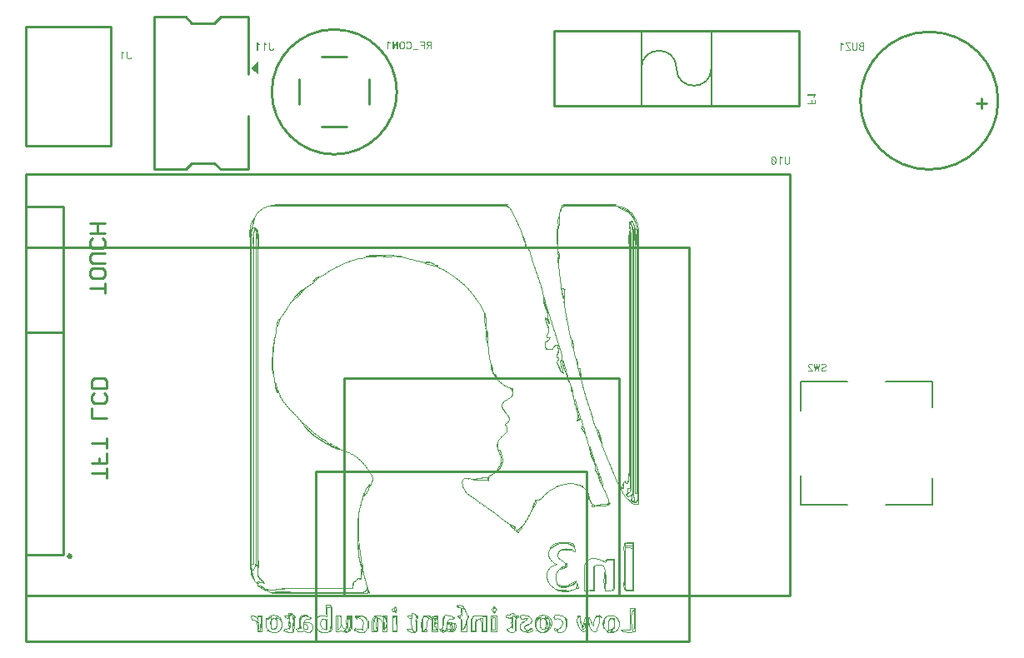
<source format=gbo>
G04 Layer_Color=13813960*
%FSLAX25Y25*%
%MOIN*%
G70*
G01*
G75*
%ADD48C,0.01000*%
%ADD84C,0.00787*%
%ADD141C,0.00050*%
G36*
X2028495Y1018763D02*
X2028556Y1018758D01*
X2028618Y1018747D01*
X2028662Y1018736D01*
X2028701Y1018725D01*
X2028723Y1018719D01*
X2028734Y1018713D01*
X2028801Y1018691D01*
X2028867Y1018664D01*
X2028923Y1018636D01*
X2028973Y1018608D01*
X2029017Y1018580D01*
X2029045Y1018558D01*
X2029067Y1018547D01*
X2029073Y1018541D01*
X2029128Y1018497D01*
X2029173Y1018453D01*
X2029217Y1018403D01*
X2029250Y1018364D01*
X2029278Y1018325D01*
X2029300Y1018292D01*
X2029311Y1018269D01*
X2029317Y1018264D01*
X2029345Y1018203D01*
X2029367Y1018136D01*
X2029383Y1018075D01*
X2029395Y1018020D01*
X2029400Y1017970D01*
X2029406Y1017925D01*
Y1017903D01*
Y1017892D01*
X2029400Y1017814D01*
X2029389Y1017748D01*
X2029378Y1017681D01*
X2029361Y1017631D01*
X2029345Y1017587D01*
X2029328Y1017554D01*
X2029322Y1017531D01*
X2029317Y1017526D01*
X2029239Y1017420D01*
X2029200Y1017376D01*
X2029161Y1017337D01*
X2029128Y1017304D01*
X2029100Y1017282D01*
X2029084Y1017265D01*
X2029078Y1017259D01*
X2028967Y1017182D01*
X2028912Y1017148D01*
X2028862Y1017126D01*
X2028817Y1017104D01*
X2028784Y1017087D01*
X2028762Y1017076D01*
X2028756Y1017071D01*
X2028629Y1017015D01*
X2028568Y1016993D01*
X2028512Y1016976D01*
X2028468Y1016960D01*
X2028434Y1016949D01*
X2028412Y1016937D01*
X2028407D01*
X2028318Y1016910D01*
X2028240Y1016876D01*
X2028207Y1016865D01*
X2028185Y1016860D01*
X2028168Y1016849D01*
X2028163D01*
X2028074Y1016810D01*
X2028035Y1016793D01*
X2027996Y1016776D01*
X2027968Y1016760D01*
X2027946Y1016743D01*
X2027935Y1016738D01*
X2027929Y1016732D01*
X2027857Y1016677D01*
X2027802Y1016621D01*
X2027785Y1016599D01*
X2027768Y1016577D01*
X2027763Y1016566D01*
X2027757Y1016560D01*
X2027735Y1016521D01*
X2027713Y1016482D01*
X2027696Y1016399D01*
X2027691Y1016366D01*
X2027685Y1016338D01*
Y1016321D01*
Y1016316D01*
Y1016266D01*
X2027696Y1016222D01*
X2027702Y1016183D01*
X2027713Y1016149D01*
X2027724Y1016122D01*
X2027735Y1016099D01*
X2027741Y1016088D01*
X2027746Y1016083D01*
X2027791Y1016016D01*
X2027841Y1015966D01*
X2027863Y1015950D01*
X2027879Y1015933D01*
X2027891Y1015927D01*
X2027896Y1015922D01*
X2027963Y1015883D01*
X2028029Y1015850D01*
X2028057Y1015844D01*
X2028079Y1015833D01*
X2028096Y1015827D01*
X2028101D01*
X2028185Y1015811D01*
X2028262Y1015805D01*
X2028290Y1015800D01*
X2028334D01*
X2028445Y1015805D01*
X2028490Y1015811D01*
X2028534Y1015822D01*
X2028568Y1015827D01*
X2028595Y1015833D01*
X2028612Y1015839D01*
X2028618D01*
X2028706Y1015877D01*
X2028745Y1015900D01*
X2028778Y1015916D01*
X2028806Y1015933D01*
X2028828Y1015950D01*
X2028839Y1015955D01*
X2028845Y1015961D01*
X2028912Y1016027D01*
X2028956Y1016094D01*
X2028978Y1016122D01*
X2028989Y1016144D01*
X2028995Y1016155D01*
X2029000Y1016160D01*
X2029039Y1016249D01*
X2029067Y1016338D01*
X2029073Y1016371D01*
X2029078Y1016399D01*
X2029084Y1016421D01*
Y1016427D01*
X2029500D01*
X2029494Y1016344D01*
X2029483Y1016266D01*
X2029467Y1016199D01*
X2029445Y1016138D01*
X2029428Y1016088D01*
X2029411Y1016049D01*
X2029400Y1016027D01*
X2029395Y1016016D01*
X2029350Y1015950D01*
X2029306Y1015894D01*
X2029261Y1015844D01*
X2029222Y1015800D01*
X2029184Y1015761D01*
X2029156Y1015733D01*
X2029134Y1015716D01*
X2029128Y1015711D01*
X2029000Y1015628D01*
X2028939Y1015600D01*
X2028884Y1015572D01*
X2028834Y1015550D01*
X2028795Y1015533D01*
X2028773Y1015528D01*
X2028762Y1015522D01*
X2028684Y1015500D01*
X2028606Y1015483D01*
X2028534Y1015472D01*
X2028468Y1015467D01*
X2028412Y1015461D01*
X2028373Y1015456D01*
X2028334D01*
X2028196Y1015461D01*
X2028129Y1015472D01*
X2028074Y1015483D01*
X2028024Y1015489D01*
X2027985Y1015500D01*
X2027963Y1015506D01*
X2027952D01*
X2027879Y1015528D01*
X2027818Y1015555D01*
X2027757Y1015583D01*
X2027707Y1015606D01*
X2027663Y1015628D01*
X2027635Y1015650D01*
X2027613Y1015661D01*
X2027607Y1015666D01*
X2027552Y1015711D01*
X2027502Y1015755D01*
X2027458Y1015800D01*
X2027424Y1015844D01*
X2027397Y1015883D01*
X2027374Y1015911D01*
X2027363Y1015933D01*
X2027358Y1015938D01*
X2027324Y1016000D01*
X2027302Y1016066D01*
X2027280Y1016127D01*
X2027269Y1016188D01*
X2027263Y1016238D01*
X2027258Y1016277D01*
Y1016305D01*
Y1016316D01*
X2027263Y1016416D01*
X2027269Y1016460D01*
X2027280Y1016499D01*
X2027286Y1016532D01*
X2027297Y1016555D01*
X2027302Y1016571D01*
Y1016577D01*
X2027336Y1016665D01*
X2027352Y1016699D01*
X2027374Y1016732D01*
X2027386Y1016760D01*
X2027402Y1016782D01*
X2027408Y1016793D01*
X2027413Y1016799D01*
X2027469Y1016871D01*
X2027524Y1016926D01*
X2027552Y1016949D01*
X2027569Y1016965D01*
X2027580Y1016971D01*
X2027585Y1016976D01*
X2027657Y1017032D01*
X2027724Y1017076D01*
X2027752Y1017093D01*
X2027774Y1017104D01*
X2027791Y1017115D01*
X2027796D01*
X2027879Y1017159D01*
X2027952Y1017193D01*
X2027985Y1017204D01*
X2028007Y1017215D01*
X2028024Y1017220D01*
X2028029D01*
X2028118Y1017254D01*
X2028163Y1017270D01*
X2028196Y1017282D01*
X2028229Y1017293D01*
X2028251Y1017304D01*
X2028268Y1017309D01*
X2028273D01*
X2028357Y1017337D01*
X2028429Y1017359D01*
X2028462Y1017370D01*
X2028484Y1017381D01*
X2028501Y1017387D01*
X2028507D01*
X2028595Y1017426D01*
X2028634Y1017443D01*
X2028667Y1017459D01*
X2028695Y1017476D01*
X2028717Y1017487D01*
X2028729Y1017498D01*
X2028734D01*
X2028806Y1017554D01*
X2028862Y1017603D01*
X2028884Y1017626D01*
X2028901Y1017642D01*
X2028906Y1017653D01*
X2028912Y1017659D01*
X2028934Y1017698D01*
X2028951Y1017737D01*
X2028967Y1017814D01*
X2028973Y1017848D01*
X2028978Y1017875D01*
Y1017892D01*
Y1017898D01*
X2028973Y1017986D01*
X2028962Y1018025D01*
X2028951Y1018058D01*
X2028945Y1018086D01*
X2028934Y1018108D01*
X2028928Y1018120D01*
Y1018125D01*
X2028884Y1018192D01*
X2028839Y1018247D01*
X2028801Y1018281D01*
X2028795Y1018286D01*
X2028790Y1018292D01*
X2028723Y1018336D01*
X2028656Y1018369D01*
X2028629Y1018381D01*
X2028606Y1018386D01*
X2028595Y1018392D01*
X2028590D01*
X2028507Y1018414D01*
X2028429Y1018419D01*
X2028401Y1018425D01*
X2028357D01*
X2028257Y1018419D01*
X2028212Y1018408D01*
X2028173Y1018403D01*
X2028140Y1018392D01*
X2028118Y1018381D01*
X2028101Y1018375D01*
X2028096D01*
X2028013Y1018336D01*
X2027952Y1018297D01*
X2027929Y1018275D01*
X2027913Y1018264D01*
X2027902Y1018253D01*
X2027896Y1018247D01*
X2027835Y1018186D01*
X2027791Y1018120D01*
X2027780Y1018092D01*
X2027768Y1018075D01*
X2027757Y1018058D01*
Y1018053D01*
X2027724Y1017964D01*
X2027707Y1017881D01*
X2027696Y1017848D01*
Y1017820D01*
X2027691Y1017803D01*
Y1017798D01*
X2027269D01*
X2027275Y1017881D01*
X2027286Y1017953D01*
X2027297Y1018020D01*
X2027313Y1018081D01*
X2027336Y1018131D01*
X2027347Y1018164D01*
X2027358Y1018192D01*
X2027363Y1018197D01*
X2027397Y1018264D01*
X2027441Y1018325D01*
X2027480Y1018375D01*
X2027519Y1018419D01*
X2027552Y1018458D01*
X2027580Y1018486D01*
X2027602Y1018503D01*
X2027607Y1018508D01*
X2027663Y1018552D01*
X2027724Y1018591D01*
X2027780Y1018625D01*
X2027835Y1018652D01*
X2027879Y1018675D01*
X2027918Y1018691D01*
X2027941Y1018697D01*
X2027952Y1018702D01*
X2028024Y1018725D01*
X2028096Y1018747D01*
X2028163Y1018758D01*
X2028229Y1018763D01*
X2028279Y1018769D01*
X2028318Y1018775D01*
X2028429D01*
X2028495Y1018763D01*
D02*
G37*
G36*
X1748531Y1143258D02*
Y1142881D01*
X1747687Y1143203D01*
Y1140500D01*
X1747276D01*
Y1143730D01*
X1747310D01*
X1748531Y1143258D01*
D02*
G37*
G36*
X1749818Y1141482D02*
X1749829Y1141383D01*
X1749835Y1141338D01*
X1749846Y1141299D01*
X1749852Y1141266D01*
X1749863Y1141238D01*
X1749868Y1141222D01*
Y1141216D01*
X1749902Y1141133D01*
X1749924Y1141094D01*
X1749946Y1141061D01*
X1749963Y1141038D01*
X1749979Y1141016D01*
X1749985Y1141005D01*
X1749990Y1141000D01*
X1750051Y1140938D01*
X1750118Y1140894D01*
X1750146Y1140877D01*
X1750163Y1140866D01*
X1750179Y1140855D01*
X1750185D01*
X1750273Y1140822D01*
X1750357Y1140805D01*
X1750396D01*
X1750423Y1140800D01*
X1750446D01*
X1750545Y1140805D01*
X1750590Y1140816D01*
X1750629Y1140822D01*
X1750662Y1140833D01*
X1750684Y1140839D01*
X1750701Y1140844D01*
X1750706D01*
X1750784Y1140889D01*
X1750845Y1140927D01*
X1750867Y1140950D01*
X1750884Y1140966D01*
X1750895Y1140972D01*
X1750901Y1140977D01*
X1750956Y1141044D01*
X1751001Y1141111D01*
X1751012Y1141138D01*
X1751023Y1141160D01*
X1751034Y1141172D01*
Y1141177D01*
X1751061Y1141266D01*
X1751073Y1141349D01*
X1751078Y1141383D01*
X1751084Y1141410D01*
Y1141427D01*
Y1141432D01*
X1751500D01*
X1751489Y1141349D01*
X1751478Y1141271D01*
X1751461Y1141205D01*
X1751444Y1141144D01*
X1751428Y1141094D01*
X1751411Y1141055D01*
X1751406Y1141033D01*
X1751400Y1141022D01*
X1751367Y1140955D01*
X1751333Y1140900D01*
X1751295Y1140850D01*
X1751261Y1140805D01*
X1751228Y1140766D01*
X1751206Y1140739D01*
X1751189Y1140722D01*
X1751184Y1140716D01*
X1751128Y1140672D01*
X1751073Y1140633D01*
X1751023Y1140600D01*
X1750973Y1140572D01*
X1750928Y1140550D01*
X1750895Y1140533D01*
X1750867Y1140528D01*
X1750862Y1140522D01*
X1750790Y1140500D01*
X1750718Y1140483D01*
X1750645Y1140472D01*
X1750584Y1140467D01*
X1750529Y1140461D01*
X1750484Y1140456D01*
X1750446D01*
X1750362Y1140461D01*
X1750290Y1140467D01*
X1750218Y1140478D01*
X1750157Y1140494D01*
X1750107Y1140506D01*
X1750068Y1140517D01*
X1750046Y1140522D01*
X1750035Y1140528D01*
X1749968Y1140561D01*
X1749902Y1140594D01*
X1749846Y1140628D01*
X1749802Y1140661D01*
X1749763Y1140694D01*
X1749730Y1140716D01*
X1749713Y1140733D01*
X1749707Y1140739D01*
X1749657Y1140794D01*
X1749613Y1140850D01*
X1749574Y1140905D01*
X1749541Y1140955D01*
X1749519Y1141000D01*
X1749502Y1141033D01*
X1749491Y1141061D01*
X1749485Y1141066D01*
X1749458Y1141138D01*
X1749435Y1141210D01*
X1749419Y1141283D01*
X1749408Y1141344D01*
X1749402Y1141399D01*
X1749397Y1141444D01*
Y1141471D01*
Y1141482D01*
Y1143730D01*
X1749818D01*
Y1141482D01*
D02*
G37*
G36*
X2026486Y1015500D02*
X2026064D01*
X2025643Y1017931D01*
X2025227Y1015500D01*
X2024810D01*
X2024416Y1018730D01*
X2024805D01*
X2025049Y1016371D01*
X2025465Y1018730D01*
X2025826D01*
X2026242Y1016371D01*
X2026486Y1018730D01*
X2026875D01*
X2026486Y1015500D01*
D02*
G37*
G36*
X2044506Y1144000D02*
X2043468D01*
X2043390Y1144006D01*
X2043318Y1144011D01*
X2043251Y1144022D01*
X2043190Y1144033D01*
X2043140Y1144044D01*
X2043101Y1144050D01*
X2043079Y1144061D01*
X2043068D01*
X2042996Y1144089D01*
X2042935Y1144116D01*
X2042874Y1144144D01*
X2042824Y1144172D01*
X2042785Y1144200D01*
X2042757Y1144222D01*
X2042735Y1144233D01*
X2042730Y1144239D01*
X2042674Y1144283D01*
X2042630Y1144333D01*
X2042585Y1144383D01*
X2042552Y1144427D01*
X2042524Y1144466D01*
X2042508Y1144499D01*
X2042496Y1144522D01*
X2042491Y1144527D01*
X2042463Y1144594D01*
X2042441Y1144666D01*
X2042424Y1144733D01*
X2042413Y1144794D01*
X2042408Y1144849D01*
X2042402Y1144888D01*
Y1144916D01*
Y1144927D01*
X2042408Y1145032D01*
X2042413Y1145077D01*
X2042424Y1145116D01*
X2042430Y1145149D01*
X2042441Y1145171D01*
X2042447Y1145188D01*
Y1145193D01*
X2042485Y1145282D01*
X2042502Y1145321D01*
X2042524Y1145354D01*
X2042541Y1145382D01*
X2042558Y1145404D01*
X2042563Y1145415D01*
X2042569Y1145421D01*
X2042630Y1145487D01*
X2042691Y1145543D01*
X2042713Y1145560D01*
X2042735Y1145576D01*
X2042746Y1145582D01*
X2042752Y1145587D01*
X2042835Y1145637D01*
X2042913Y1145671D01*
X2042941Y1145682D01*
X2042968Y1145693D01*
X2042985Y1145698D01*
X2042990D01*
X2042913Y1145732D01*
X2042852Y1145770D01*
X2042829Y1145782D01*
X2042813Y1145793D01*
X2042802Y1145804D01*
X2042796D01*
X2042730Y1145854D01*
X2042680Y1145898D01*
X2042646Y1145937D01*
X2042641Y1145942D01*
X2042635Y1145948D01*
X2042591Y1146015D01*
X2042558Y1146076D01*
X2042546Y1146098D01*
X2042535Y1146120D01*
X2042530Y1146131D01*
Y1146137D01*
X2042508Y1146220D01*
X2042496Y1146292D01*
X2042491Y1146325D01*
Y1146348D01*
Y1146364D01*
Y1146370D01*
Y1146448D01*
X2042502Y1146525D01*
X2042513Y1146586D01*
X2042530Y1146647D01*
X2042546Y1146692D01*
X2042558Y1146725D01*
X2042569Y1146747D01*
X2042574Y1146753D01*
X2042607Y1146814D01*
X2042646Y1146864D01*
X2042691Y1146908D01*
X2042724Y1146947D01*
X2042763Y1146980D01*
X2042785Y1147003D01*
X2042807Y1147014D01*
X2042813Y1147019D01*
X2042929Y1147086D01*
X2042985Y1147114D01*
X2043040Y1147136D01*
X2043085Y1147152D01*
X2043124Y1147163D01*
X2043146Y1147175D01*
X2043157D01*
X2043296Y1147202D01*
X2043362Y1147213D01*
X2043423Y1147219D01*
X2043473Y1147225D01*
X2043512Y1147230D01*
X2044506D01*
Y1144000D01*
D02*
G37*
G36*
X2039155Y1146881D02*
X2037574D01*
X2039183Y1144316D01*
X2039178Y1144000D01*
X2037041D01*
Y1144344D01*
X2038717D01*
X2037102Y1146914D01*
X2037107Y1147230D01*
X2039155D01*
Y1146881D01*
D02*
G37*
G36*
X2023167Y1018769D02*
X2023251Y1018763D01*
X2023328Y1018747D01*
X2023395Y1018736D01*
X2023450Y1018719D01*
X2023489Y1018702D01*
X2023512Y1018697D01*
X2023523Y1018691D01*
X2023595Y1018658D01*
X2023656Y1018625D01*
X2023711Y1018591D01*
X2023761Y1018552D01*
X2023800Y1018525D01*
X2023828Y1018497D01*
X2023845Y1018480D01*
X2023850Y1018475D01*
X2023895Y1018425D01*
X2023939Y1018369D01*
X2023972Y1018314D01*
X2024000Y1018269D01*
X2024028Y1018225D01*
X2024044Y1018192D01*
X2024050Y1018164D01*
X2024055Y1018159D01*
X2024078Y1018092D01*
X2024094Y1018025D01*
X2024111Y1017959D01*
X2024117Y1017903D01*
X2024122Y1017848D01*
X2024128Y1017809D01*
Y1017787D01*
Y1017776D01*
X2023711D01*
X2023706Y1017881D01*
X2023700Y1017925D01*
X2023689Y1017970D01*
X2023684Y1018003D01*
X2023678Y1018025D01*
X2023672Y1018042D01*
Y1018048D01*
X2023639Y1018131D01*
X2023617Y1018164D01*
X2023600Y1018197D01*
X2023584Y1018219D01*
X2023567Y1018236D01*
X2023561Y1018247D01*
X2023556Y1018253D01*
X2023495Y1018314D01*
X2023428Y1018353D01*
X2023400Y1018369D01*
X2023378Y1018381D01*
X2023367Y1018386D01*
X2023362D01*
X2023267Y1018414D01*
X2023217Y1018425D01*
X2023173Y1018430D01*
X2023134Y1018436D01*
X2023079D01*
X2022984Y1018430D01*
X2022945Y1018425D01*
X2022907Y1018414D01*
X2022879Y1018408D01*
X2022857Y1018397D01*
X2022846Y1018392D01*
X2022840D01*
X2022768Y1018353D01*
X2022712Y1018314D01*
X2022690Y1018297D01*
X2022673Y1018281D01*
X2022668Y1018275D01*
X2022662Y1018269D01*
X2022613Y1018208D01*
X2022574Y1018147D01*
X2022562Y1018125D01*
X2022551Y1018103D01*
X2022546Y1018092D01*
Y1018086D01*
X2022524Y1018009D01*
X2022512Y1017931D01*
X2022507Y1017903D01*
Y1017881D01*
Y1017864D01*
Y1017859D01*
X2022512Y1017787D01*
X2022518Y1017725D01*
X2022524Y1017698D01*
X2022529Y1017681D01*
X2022535Y1017670D01*
Y1017665D01*
X2022557Y1017598D01*
X2022585Y1017537D01*
X2022596Y1017509D01*
X2022607Y1017487D01*
X2022613Y1017476D01*
X2022618Y1017470D01*
X2022662Y1017393D01*
X2022712Y1017320D01*
X2022734Y1017293D01*
X2022751Y1017270D01*
X2022762Y1017254D01*
X2022768Y1017248D01*
X2022846Y1017154D01*
X2022884Y1017109D01*
X2022923Y1017065D01*
X2022957Y1017026D01*
X2022984Y1016998D01*
X2023001Y1016976D01*
X2023006Y1016971D01*
X2024061Y1015794D01*
Y1015500D01*
X2021946D01*
Y1015833D01*
X2023567D01*
X2022701Y1016771D01*
X2022613Y1016871D01*
X2022574Y1016915D01*
X2022540Y1016954D01*
X2022507Y1016987D01*
X2022485Y1017015D01*
X2022474Y1017032D01*
X2022468Y1017037D01*
X2022391Y1017137D01*
X2022357Y1017187D01*
X2022329Y1017226D01*
X2022307Y1017259D01*
X2022291Y1017287D01*
X2022279Y1017304D01*
X2022274Y1017309D01*
X2022218Y1017409D01*
X2022196Y1017459D01*
X2022180Y1017498D01*
X2022163Y1017537D01*
X2022152Y1017565D01*
X2022146Y1017581D01*
Y1017587D01*
X2022119Y1017692D01*
X2022107Y1017742D01*
X2022102Y1017787D01*
X2022096Y1017820D01*
Y1017853D01*
Y1017870D01*
Y1017875D01*
Y1017948D01*
X2022107Y1018014D01*
X2022119Y1018075D01*
X2022130Y1018125D01*
X2022141Y1018169D01*
X2022152Y1018203D01*
X2022157Y1018225D01*
X2022163Y1018231D01*
X2022191Y1018292D01*
X2022218Y1018347D01*
X2022252Y1018392D01*
X2022285Y1018436D01*
X2022313Y1018469D01*
X2022335Y1018491D01*
X2022352Y1018508D01*
X2022357Y1018514D01*
X2022457Y1018597D01*
X2022512Y1018625D01*
X2022562Y1018652D01*
X2022601Y1018675D01*
X2022635Y1018691D01*
X2022662Y1018697D01*
X2022668Y1018702D01*
X2022740Y1018725D01*
X2022807Y1018747D01*
X2022879Y1018758D01*
X2022940Y1018763D01*
X2022995Y1018769D01*
X2023040Y1018775D01*
X2023079D01*
X2023167Y1018769D01*
D02*
G37*
G36*
X1868753Y1144500D02*
X1868336D01*
Y1145926D01*
X1866993D01*
Y1146270D01*
X1868336D01*
Y1147381D01*
X1866771D01*
Y1147730D01*
X1868753D01*
Y1144500D01*
D02*
G37*
G36*
X1859778Y1147763D02*
X1859839Y1147758D01*
X1859895Y1147747D01*
X1859939Y1147736D01*
X1859973Y1147725D01*
X1859995Y1147719D01*
X1860000Y1147713D01*
X1860111Y1147663D01*
X1860161Y1147630D01*
X1860206Y1147602D01*
X1860239Y1147580D01*
X1860267Y1147558D01*
X1860283Y1147547D01*
X1860289Y1147541D01*
X1860372Y1147458D01*
X1860411Y1147414D01*
X1860444Y1147375D01*
X1860467Y1147342D01*
X1860489Y1147314D01*
X1860500Y1147297D01*
X1860505Y1147292D01*
X1860567Y1147181D01*
X1860594Y1147131D01*
X1860611Y1147081D01*
X1860633Y1147042D01*
X1860644Y1147009D01*
X1860650Y1146986D01*
X1860655Y1146981D01*
X1860694Y1146859D01*
X1860705Y1146803D01*
X1860716Y1146753D01*
X1860727Y1146709D01*
X1860733Y1146670D01*
X1860739Y1146648D01*
Y1146642D01*
X1860755Y1146515D01*
X1860761Y1146454D01*
Y1146404D01*
X1860766Y1146359D01*
Y1146326D01*
Y1146298D01*
Y1146293D01*
Y1145926D01*
X1860761Y1145799D01*
X1860755Y1145738D01*
X1860750Y1145688D01*
Y1145643D01*
X1860744Y1145610D01*
X1860739Y1145582D01*
Y1145577D01*
X1860711Y1145449D01*
X1860694Y1145393D01*
X1860683Y1145344D01*
X1860666Y1145299D01*
X1860661Y1145266D01*
X1860650Y1145244D01*
Y1145238D01*
X1860600Y1145122D01*
X1860578Y1145066D01*
X1860550Y1145022D01*
X1860533Y1144983D01*
X1860517Y1144955D01*
X1860505Y1144933D01*
X1860500Y1144927D01*
X1860428Y1144833D01*
X1860389Y1144789D01*
X1860356Y1144755D01*
X1860328Y1144722D01*
X1860306Y1144700D01*
X1860289Y1144689D01*
X1860283Y1144683D01*
X1860189Y1144611D01*
X1860139Y1144583D01*
X1860095Y1144561D01*
X1860056Y1144544D01*
X1860028Y1144528D01*
X1860006Y1144522D01*
X1860000Y1144517D01*
X1859939Y1144494D01*
X1859878Y1144483D01*
X1859817Y1144472D01*
X1859762Y1144461D01*
X1859712D01*
X1859673Y1144456D01*
X1859640D01*
X1859567Y1144461D01*
X1859501Y1144467D01*
X1859440Y1144478D01*
X1859384Y1144489D01*
X1859340Y1144500D01*
X1859307Y1144506D01*
X1859284Y1144517D01*
X1859279D01*
X1859218Y1144539D01*
X1859168Y1144567D01*
X1859118Y1144594D01*
X1859079Y1144622D01*
X1859040Y1144644D01*
X1859018Y1144666D01*
X1859001Y1144678D01*
X1858996Y1144683D01*
X1858907Y1144766D01*
X1858874Y1144805D01*
X1858841Y1144844D01*
X1858813Y1144877D01*
X1858796Y1144905D01*
X1858785Y1144922D01*
X1858779Y1144927D01*
X1858718Y1145038D01*
X1858691Y1145088D01*
X1858668Y1145133D01*
X1858652Y1145172D01*
X1858641Y1145205D01*
X1858630Y1145227D01*
Y1145233D01*
X1858591Y1145355D01*
X1858580Y1145416D01*
X1858569Y1145466D01*
X1858557Y1145510D01*
X1858552Y1145549D01*
X1858546Y1145571D01*
Y1145577D01*
X1858530Y1145704D01*
X1858524Y1145765D01*
X1858518Y1145821D01*
Y1145865D01*
X1858513Y1145899D01*
Y1145921D01*
Y1145926D01*
Y1146293D01*
X1858518Y1146426D01*
X1858524Y1146481D01*
X1858530Y1146537D01*
X1858535Y1146581D01*
X1858541Y1146620D01*
X1858546Y1146642D01*
Y1146648D01*
X1858574Y1146776D01*
X1858585Y1146831D01*
X1858602Y1146887D01*
X1858613Y1146925D01*
X1858624Y1146959D01*
X1858630Y1146981D01*
X1858635Y1146986D01*
X1858680Y1147103D01*
X1858707Y1147159D01*
X1858729Y1147203D01*
X1858746Y1147242D01*
X1858763Y1147269D01*
X1858774Y1147286D01*
X1858779Y1147292D01*
X1858852Y1147392D01*
X1858885Y1147436D01*
X1858918Y1147469D01*
X1858952Y1147503D01*
X1858974Y1147525D01*
X1858990Y1147536D01*
X1858996Y1147541D01*
X1859090Y1147614D01*
X1859140Y1147647D01*
X1859184Y1147669D01*
X1859223Y1147686D01*
X1859251Y1147702D01*
X1859273Y1147713D01*
X1859279D01*
X1859340Y1147736D01*
X1859401Y1147747D01*
X1859462Y1147758D01*
X1859518Y1147769D01*
X1859567D01*
X1859606Y1147775D01*
X1859712D01*
X1859778Y1147763D01*
D02*
G37*
G36*
X1866111Y1144167D02*
X1864074D01*
Y1144500D01*
X1866111D01*
Y1144167D01*
D02*
G37*
G36*
X1871500Y1144500D02*
X1871095D01*
Y1145815D01*
X1870445D01*
X1869813Y1144500D01*
X1869380D01*
X1869374Y1144522D01*
X1870062Y1145904D01*
X1869968Y1145949D01*
X1869924Y1145971D01*
X1869891Y1145993D01*
X1869863Y1146015D01*
X1869835Y1146032D01*
X1869824Y1146037D01*
X1869818Y1146043D01*
X1869741Y1146109D01*
X1869680Y1146171D01*
X1869657Y1146193D01*
X1869641Y1146215D01*
X1869635Y1146226D01*
X1869630Y1146232D01*
X1869574Y1146315D01*
X1869535Y1146393D01*
X1869519Y1146420D01*
X1869507Y1146448D01*
X1869502Y1146465D01*
Y1146470D01*
X1869474Y1146570D01*
X1869469Y1146620D01*
X1869463Y1146665D01*
X1869458Y1146703D01*
Y1146731D01*
Y1146753D01*
Y1146759D01*
X1869463Y1146848D01*
X1869469Y1146925D01*
X1869485Y1146998D01*
X1869502Y1147064D01*
X1869519Y1147114D01*
X1869530Y1147147D01*
X1869541Y1147175D01*
X1869546Y1147181D01*
X1869580Y1147247D01*
X1869618Y1147303D01*
X1869657Y1147358D01*
X1869696Y1147397D01*
X1869730Y1147436D01*
X1869757Y1147458D01*
X1869774Y1147475D01*
X1869780Y1147480D01*
X1869835Y1147525D01*
X1869896Y1147558D01*
X1869957Y1147591D01*
X1870013Y1147619D01*
X1870057Y1147636D01*
X1870096Y1147652D01*
X1870118Y1147663D01*
X1870129D01*
X1870279Y1147702D01*
X1870351Y1147713D01*
X1870412Y1147719D01*
X1870468Y1147725D01*
X1870512Y1147730D01*
X1871500D01*
Y1144500D01*
D02*
G37*
G36*
X1855089Y1147258D02*
Y1146881D01*
X1854245Y1147203D01*
Y1144500D01*
X1853834D01*
Y1147730D01*
X1853868D01*
X1855089Y1147258D01*
D02*
G37*
G36*
X1857958Y1144500D02*
X1857547D01*
X1857536Y1146914D01*
X1856282Y1144500D01*
X1855866D01*
Y1147730D01*
X1856282D01*
X1856288Y1145316D01*
X1857542Y1147730D01*
X1857958D01*
Y1144500D01*
D02*
G37*
G36*
X1862481Y1147763D02*
X1862542Y1147758D01*
X1862598Y1147747D01*
X1862642Y1147736D01*
X1862675Y1147725D01*
X1862698Y1147719D01*
X1862703Y1147713D01*
X1862814Y1147663D01*
X1862864Y1147641D01*
X1862909Y1147614D01*
X1862942Y1147591D01*
X1862970Y1147575D01*
X1862986Y1147564D01*
X1862992Y1147558D01*
X1863081Y1147480D01*
X1863120Y1147441D01*
X1863153Y1147403D01*
X1863175Y1147369D01*
X1863197Y1147342D01*
X1863208Y1147325D01*
X1863214Y1147319D01*
X1863280Y1147219D01*
X1863303Y1147169D01*
X1863325Y1147125D01*
X1863347Y1147081D01*
X1863358Y1147053D01*
X1863364Y1147031D01*
X1863369Y1147025D01*
X1863408Y1146909D01*
X1863425Y1146853D01*
X1863436Y1146803D01*
X1863447Y1146759D01*
X1863453Y1146720D01*
X1863458Y1146698D01*
Y1146692D01*
X1863475Y1146565D01*
X1863480Y1146504D01*
X1863486Y1146448D01*
Y1146404D01*
X1863491Y1146370D01*
Y1146343D01*
Y1146337D01*
Y1145887D01*
X1863486Y1145754D01*
X1863480Y1145693D01*
X1863475Y1145638D01*
X1863469Y1145593D01*
X1863464Y1145560D01*
X1863458Y1145532D01*
Y1145527D01*
X1863430Y1145405D01*
X1863419Y1145344D01*
X1863403Y1145294D01*
X1863391Y1145255D01*
X1863380Y1145222D01*
X1863369Y1145199D01*
Y1145194D01*
X1863319Y1145083D01*
X1863292Y1145033D01*
X1863269Y1144988D01*
X1863247Y1144950D01*
X1863231Y1144922D01*
X1863219Y1144905D01*
X1863214Y1144900D01*
X1863142Y1144805D01*
X1863103Y1144766D01*
X1863070Y1144733D01*
X1863036Y1144705D01*
X1863014Y1144683D01*
X1862997Y1144672D01*
X1862992Y1144666D01*
X1862892Y1144600D01*
X1862842Y1144572D01*
X1862798Y1144550D01*
X1862759Y1144533D01*
X1862731Y1144522D01*
X1862709Y1144511D01*
X1862703D01*
X1862581Y1144478D01*
X1862520Y1144467D01*
X1862465Y1144461D01*
X1862415D01*
X1862376Y1144456D01*
X1862342D01*
X1862259Y1144461D01*
X1862176Y1144467D01*
X1862104Y1144478D01*
X1862043Y1144494D01*
X1861993Y1144506D01*
X1861954Y1144517D01*
X1861932Y1144522D01*
X1861921Y1144528D01*
X1861848Y1144555D01*
X1861787Y1144589D01*
X1861732Y1144622D01*
X1861682Y1144655D01*
X1861643Y1144689D01*
X1861610Y1144711D01*
X1861593Y1144728D01*
X1861588Y1144733D01*
X1861538Y1144789D01*
X1861493Y1144844D01*
X1861455Y1144894D01*
X1861427Y1144944D01*
X1861399Y1144988D01*
X1861382Y1145022D01*
X1861371Y1145049D01*
X1861366Y1145055D01*
X1861332Y1145127D01*
X1861310Y1145199D01*
X1861288Y1145271D01*
X1861271Y1145333D01*
X1861260Y1145388D01*
X1861255Y1145432D01*
X1861249Y1145460D01*
Y1145471D01*
X1861660D01*
X1861676Y1145366D01*
X1861688Y1145316D01*
X1861699Y1145277D01*
X1861710Y1145244D01*
X1861721Y1145216D01*
X1861727Y1145199D01*
Y1145194D01*
X1861771Y1145111D01*
X1861793Y1145072D01*
X1861810Y1145038D01*
X1861832Y1145016D01*
X1861843Y1144994D01*
X1861854Y1144983D01*
X1861860Y1144977D01*
X1861926Y1144916D01*
X1861993Y1144872D01*
X1862021Y1144855D01*
X1862037Y1144844D01*
X1862054Y1144833D01*
X1862059D01*
X1862154Y1144805D01*
X1862243Y1144789D01*
X1862281D01*
X1862315Y1144783D01*
X1862342D01*
X1862442Y1144789D01*
X1862487Y1144800D01*
X1862526Y1144811D01*
X1862553Y1144816D01*
X1862576Y1144827D01*
X1862592Y1144833D01*
X1862598D01*
X1862675Y1144877D01*
X1862737Y1144916D01*
X1862759Y1144938D01*
X1862775Y1144955D01*
X1862786Y1144961D01*
X1862792Y1144966D01*
X1862848Y1145033D01*
X1862892Y1145094D01*
X1862909Y1145116D01*
X1862920Y1145138D01*
X1862931Y1145149D01*
Y1145155D01*
X1862964Y1145238D01*
X1862992Y1145316D01*
X1863003Y1145344D01*
X1863008Y1145366D01*
X1863014Y1145382D01*
Y1145388D01*
X1863036Y1145477D01*
X1863042Y1145521D01*
X1863053Y1145560D01*
X1863058Y1145593D01*
Y1145616D01*
X1863064Y1145632D01*
Y1145638D01*
X1863070Y1145732D01*
Y1145771D01*
X1863075Y1145810D01*
Y1145843D01*
Y1145865D01*
Y1145882D01*
Y1145887D01*
Y1146343D01*
Y1146431D01*
X1863070Y1146509D01*
Y1146542D01*
X1863064Y1146565D01*
Y1146581D01*
Y1146587D01*
X1863047Y1146681D01*
X1863042Y1146720D01*
X1863031Y1146759D01*
X1863025Y1146792D01*
X1863020Y1146814D01*
X1863014Y1146831D01*
Y1146836D01*
X1862986Y1146925D01*
X1862975Y1146964D01*
X1862959Y1146998D01*
X1862947Y1147031D01*
X1862936Y1147053D01*
X1862931Y1147064D01*
Y1147070D01*
X1862886Y1147147D01*
X1862842Y1147208D01*
X1862820Y1147231D01*
X1862803Y1147247D01*
X1862798Y1147253D01*
X1862792Y1147258D01*
X1862725Y1147314D01*
X1862664Y1147353D01*
X1862637Y1147369D01*
X1862614Y1147381D01*
X1862603Y1147386D01*
X1862598D01*
X1862509Y1147414D01*
X1862426Y1147430D01*
X1862392Y1147436D01*
X1862281D01*
X1862226Y1147425D01*
X1862182Y1147419D01*
X1862137Y1147408D01*
X1862104Y1147397D01*
X1862082Y1147392D01*
X1862065Y1147381D01*
X1862059D01*
X1861976Y1147336D01*
X1861915Y1147286D01*
X1861893Y1147264D01*
X1861876Y1147247D01*
X1861865Y1147236D01*
X1861860Y1147231D01*
X1861804Y1147159D01*
X1861760Y1147086D01*
X1861749Y1147053D01*
X1861737Y1147031D01*
X1861727Y1147014D01*
Y1147009D01*
X1861693Y1146914D01*
X1861682Y1146870D01*
X1861676Y1146825D01*
X1861665Y1146792D01*
Y1146764D01*
X1861660Y1146742D01*
Y1146737D01*
X1861249D01*
X1861260Y1146820D01*
X1861277Y1146903D01*
X1861293Y1146975D01*
X1861316Y1147036D01*
X1861332Y1147086D01*
X1861349Y1147125D01*
X1861355Y1147147D01*
X1861360Y1147159D01*
X1861393Y1147231D01*
X1861432Y1147292D01*
X1861466Y1147347D01*
X1861504Y1147397D01*
X1861532Y1147436D01*
X1861560Y1147464D01*
X1861577Y1147480D01*
X1861582Y1147486D01*
X1861632Y1147536D01*
X1861688Y1147580D01*
X1861743Y1147614D01*
X1861793Y1147641D01*
X1861843Y1147669D01*
X1861876Y1147686D01*
X1861898Y1147691D01*
X1861910Y1147697D01*
X1861982Y1147725D01*
X1862054Y1147741D01*
X1862132Y1147758D01*
X1862198Y1147763D01*
X1862254Y1147769D01*
X1862304Y1147775D01*
X1862415D01*
X1862481Y1147763D01*
D02*
G37*
G36*
X2041853Y1145038D02*
X2041847Y1144955D01*
X2041842Y1144877D01*
X2041830Y1144805D01*
X2041814Y1144744D01*
X2041797Y1144694D01*
X2041786Y1144649D01*
X2041780Y1144627D01*
X2041775Y1144616D01*
X2041742Y1144544D01*
X2041708Y1144477D01*
X2041669Y1144416D01*
X2041636Y1144366D01*
X2041608Y1144322D01*
X2041581Y1144294D01*
X2041564Y1144272D01*
X2041558Y1144266D01*
X2041503Y1144217D01*
X2041447Y1144172D01*
X2041392Y1144133D01*
X2041342Y1144100D01*
X2041292Y1144072D01*
X2041259Y1144055D01*
X2041237Y1144044D01*
X2041225Y1144039D01*
X2041153Y1144011D01*
X2041076Y1143989D01*
X2041003Y1143978D01*
X2040937Y1143967D01*
X2040881Y1143961D01*
X2040837Y1143956D01*
X2040798D01*
X2040715Y1143961D01*
X2040632Y1143967D01*
X2040560Y1143983D01*
X2040498Y1144000D01*
X2040449Y1144011D01*
X2040410Y1144028D01*
X2040388Y1144033D01*
X2040376Y1144039D01*
X2040304Y1144072D01*
X2040243Y1144111D01*
X2040188Y1144150D01*
X2040138Y1144183D01*
X2040099Y1144217D01*
X2040066Y1144244D01*
X2040049Y1144261D01*
X2040043Y1144266D01*
X2039993Y1144322D01*
X2039949Y1144383D01*
X2039910Y1144444D01*
X2039877Y1144499D01*
X2039855Y1144544D01*
X2039838Y1144583D01*
X2039827Y1144605D01*
X2039821Y1144616D01*
X2039794Y1144694D01*
X2039777Y1144766D01*
X2039760Y1144838D01*
X2039755Y1144905D01*
X2039749Y1144955D01*
X2039744Y1144999D01*
Y1145027D01*
Y1145038D01*
Y1147230D01*
X2040143D01*
X2040149Y1145038D01*
X2040160Y1144932D01*
X2040166Y1144888D01*
X2040177Y1144844D01*
X2040182Y1144810D01*
X2040193Y1144783D01*
X2040199Y1144766D01*
Y1144760D01*
X2040232Y1144666D01*
X2040254Y1144627D01*
X2040277Y1144594D01*
X2040293Y1144561D01*
X2040310Y1144538D01*
X2040315Y1144527D01*
X2040321Y1144522D01*
X2040382Y1144455D01*
X2040449Y1144405D01*
X2040476Y1144383D01*
X2040498Y1144372D01*
X2040515Y1144366D01*
X2040521Y1144361D01*
X2040565Y1144339D01*
X2040615Y1144327D01*
X2040659Y1144316D01*
X2040704Y1144305D01*
X2040743D01*
X2040770Y1144300D01*
X2040798D01*
X2040854Y1144305D01*
X2040909Y1144311D01*
X2040954Y1144322D01*
X2040992Y1144333D01*
X2041031Y1144344D01*
X2041054Y1144350D01*
X2041070Y1144361D01*
X2041076D01*
X2041159Y1144416D01*
X2041192Y1144444D01*
X2041225Y1144472D01*
X2041248Y1144494D01*
X2041264Y1144511D01*
X2041275Y1144522D01*
X2041281Y1144527D01*
X2041331Y1144605D01*
X2041370Y1144683D01*
X2041386Y1144710D01*
X2041392Y1144738D01*
X2041403Y1144755D01*
Y1144760D01*
X2041431Y1144860D01*
X2041436Y1144905D01*
X2041442Y1144949D01*
X2041447Y1144988D01*
Y1145016D01*
Y1145032D01*
Y1145038D01*
X2041459Y1147230D01*
X2041847D01*
X2041853Y1145038D01*
D02*
G37*
G36*
X2008384Y1101669D02*
X2008467Y1101663D01*
X2008545Y1101647D01*
X2008612Y1101630D01*
X2008667Y1101614D01*
X2008706Y1101602D01*
X2008728Y1101591D01*
X2008739Y1101586D01*
X2008812Y1101552D01*
X2008873Y1101514D01*
X2008928Y1101469D01*
X2008978Y1101430D01*
X2009017Y1101392D01*
X2009045Y1101364D01*
X2009061Y1101342D01*
X2009067Y1101336D01*
X2009111Y1101275D01*
X2009156Y1101208D01*
X2009189Y1101142D01*
X2009217Y1101075D01*
X2009245Y1101020D01*
X2009261Y1100975D01*
X2009267Y1100947D01*
X2009272Y1100942D01*
Y1100936D01*
X2009294Y1100842D01*
X2009311Y1100753D01*
X2009328Y1100659D01*
X2009333Y1100576D01*
X2009339Y1100503D01*
X2009344Y1100442D01*
Y1100420D01*
Y1100403D01*
Y1100398D01*
Y1100392D01*
Y1099632D01*
X2009339Y1099521D01*
X2009333Y1099421D01*
X2009322Y1099327D01*
X2009306Y1099244D01*
X2009294Y1099183D01*
X2009283Y1099133D01*
X2009278Y1099099D01*
X2009272Y1099094D01*
Y1099088D01*
X2009245Y1099005D01*
X2009211Y1098922D01*
X2009178Y1098855D01*
X2009145Y1098794D01*
X2009111Y1098750D01*
X2009089Y1098711D01*
X2009072Y1098689D01*
X2009067Y1098683D01*
X2009011Y1098627D01*
X2008956Y1098578D01*
X2008900Y1098533D01*
X2008850Y1098500D01*
X2008800Y1098472D01*
X2008767Y1098456D01*
X2008745Y1098444D01*
X2008734Y1098439D01*
X2008656Y1098411D01*
X2008584Y1098389D01*
X2008506Y1098378D01*
X2008440Y1098367D01*
X2008379Y1098361D01*
X2008334Y1098356D01*
X2008290D01*
X2008201Y1098361D01*
X2008118Y1098367D01*
X2008046Y1098383D01*
X2007979Y1098400D01*
X2007924Y1098411D01*
X2007885Y1098428D01*
X2007862Y1098433D01*
X2007851Y1098439D01*
X2007779Y1098472D01*
X2007718Y1098511D01*
X2007663Y1098555D01*
X2007613Y1098594D01*
X2007574Y1098627D01*
X2007546Y1098655D01*
X2007529Y1098678D01*
X2007524Y1098683D01*
X2007474Y1098750D01*
X2007435Y1098816D01*
X2007402Y1098883D01*
X2007368Y1098950D01*
X2007346Y1099005D01*
X2007330Y1099049D01*
X2007324Y1099077D01*
X2007319Y1099088D01*
X2007296Y1099183D01*
X2007274Y1099271D01*
X2007263Y1099366D01*
X2007257Y1099449D01*
X2007252Y1099521D01*
X2007246Y1099582D01*
Y1099604D01*
Y1099621D01*
Y1099627D01*
Y1099632D01*
Y1100392D01*
X2007252Y1100503D01*
X2007257Y1100609D01*
X2007269Y1100698D01*
X2007280Y1100781D01*
X2007296Y1100848D01*
X2007307Y1100892D01*
X2007313Y1100925D01*
X2007319Y1100936D01*
X2007346Y1101020D01*
X2007380Y1101097D01*
X2007413Y1101169D01*
X2007446Y1101225D01*
X2007480Y1101275D01*
X2007502Y1101308D01*
X2007518Y1101330D01*
X2007524Y1101336D01*
X2007574Y1101397D01*
X2007629Y1101447D01*
X2007685Y1101486D01*
X2007735Y1101525D01*
X2007785Y1101552D01*
X2007818Y1101569D01*
X2007840Y1101580D01*
X2007851Y1101586D01*
X2007924Y1101614D01*
X2008001Y1101636D01*
X2008079Y1101652D01*
X2008146Y1101663D01*
X2008207Y1101669D01*
X2008251Y1101674D01*
X2008295D01*
X2008384Y1101669D01*
D02*
G37*
G36*
X1805531Y1146758D02*
Y1146381D01*
X1804687Y1146703D01*
Y1144000D01*
X1804276D01*
Y1147230D01*
X1804310D01*
X1805531Y1146758D01*
D02*
G37*
G36*
X2025080Y1122450D02*
X2021850D01*
Y1122866D01*
X2023276D01*
Y1124209D01*
X2023620D01*
Y1122866D01*
X2024730D01*
Y1124431D01*
X2025080D01*
Y1122450D01*
D02*
G37*
G36*
X2014805Y1099438D02*
X2014800Y1099355D01*
X2014795Y1099277D01*
X2014783Y1099205D01*
X2014767Y1099144D01*
X2014750Y1099094D01*
X2014739Y1099049D01*
X2014733Y1099027D01*
X2014728Y1099016D01*
X2014695Y1098944D01*
X2014661Y1098877D01*
X2014622Y1098816D01*
X2014589Y1098766D01*
X2014561Y1098722D01*
X2014534Y1098694D01*
X2014517Y1098672D01*
X2014511Y1098666D01*
X2014456Y1098617D01*
X2014400Y1098572D01*
X2014345Y1098533D01*
X2014295Y1098500D01*
X2014245Y1098472D01*
X2014212Y1098456D01*
X2014190Y1098444D01*
X2014178Y1098439D01*
X2014106Y1098411D01*
X2014029Y1098389D01*
X2013956Y1098378D01*
X2013890Y1098367D01*
X2013834Y1098361D01*
X2013790Y1098356D01*
X2013751D01*
X2013668Y1098361D01*
X2013585Y1098367D01*
X2013512Y1098383D01*
X2013451Y1098400D01*
X2013401Y1098411D01*
X2013363Y1098428D01*
X2013340Y1098433D01*
X2013329Y1098439D01*
X2013257Y1098472D01*
X2013196Y1098511D01*
X2013141Y1098550D01*
X2013091Y1098583D01*
X2013052Y1098617D01*
X2013018Y1098644D01*
X2013002Y1098661D01*
X2012996Y1098666D01*
X2012946Y1098722D01*
X2012902Y1098783D01*
X2012863Y1098844D01*
X2012830Y1098899D01*
X2012807Y1098944D01*
X2012791Y1098983D01*
X2012780Y1099005D01*
X2012774Y1099016D01*
X2012746Y1099094D01*
X2012730Y1099166D01*
X2012713Y1099238D01*
X2012708Y1099305D01*
X2012702Y1099355D01*
X2012696Y1099399D01*
Y1099427D01*
Y1099438D01*
Y1101630D01*
X2013096D01*
X2013102Y1099438D01*
X2013113Y1099332D01*
X2013118Y1099288D01*
X2013129Y1099244D01*
X2013135Y1099210D01*
X2013146Y1099183D01*
X2013152Y1099166D01*
Y1099160D01*
X2013185Y1099066D01*
X2013207Y1099027D01*
X2013229Y1098994D01*
X2013246Y1098960D01*
X2013263Y1098938D01*
X2013268Y1098927D01*
X2013274Y1098922D01*
X2013335Y1098855D01*
X2013401Y1098805D01*
X2013429Y1098783D01*
X2013451Y1098772D01*
X2013468Y1098766D01*
X2013474Y1098761D01*
X2013518Y1098739D01*
X2013568Y1098727D01*
X2013612Y1098716D01*
X2013657Y1098705D01*
X2013696D01*
X2013723Y1098700D01*
X2013751D01*
X2013807Y1098705D01*
X2013862Y1098711D01*
X2013906Y1098722D01*
X2013945Y1098733D01*
X2013984Y1098744D01*
X2014006Y1098750D01*
X2014023Y1098761D01*
X2014029D01*
X2014112Y1098816D01*
X2014145Y1098844D01*
X2014178Y1098872D01*
X2014201Y1098894D01*
X2014217Y1098911D01*
X2014228Y1098922D01*
X2014234Y1098927D01*
X2014284Y1099005D01*
X2014323Y1099083D01*
X2014339Y1099110D01*
X2014345Y1099138D01*
X2014356Y1099155D01*
Y1099160D01*
X2014384Y1099260D01*
X2014389Y1099305D01*
X2014395Y1099349D01*
X2014400Y1099388D01*
Y1099416D01*
Y1099432D01*
Y1099438D01*
X2014412Y1101630D01*
X2014800D01*
X2014805Y1099438D01*
D02*
G37*
G36*
X2011925Y1101158D02*
Y1100781D01*
X2011082Y1101103D01*
Y1098400D01*
X2010671D01*
Y1101630D01*
X2010704D01*
X2011925Y1101158D01*
D02*
G37*
G36*
X2025080Y1126435D02*
X2024608Y1125214D01*
X2024231D01*
X2024553Y1126058D01*
X2021850D01*
Y1126468D01*
X2025080D01*
Y1126435D01*
D02*
G37*
G36*
X1802000Y1134500D02*
X1799000Y1137000D01*
X1802000Y1139500D01*
Y1134500D01*
D02*
G37*
G36*
X2036247Y1146758D02*
Y1146381D01*
X2035404Y1146703D01*
Y1144000D01*
X2034993D01*
Y1147230D01*
X2035026D01*
X2036247Y1146758D01*
D02*
G37*
G36*
X1802806D02*
Y1146381D01*
X1801962Y1146703D01*
Y1144000D01*
X1801551D01*
Y1147230D01*
X1801585D01*
X1802806Y1146758D01*
D02*
G37*
G36*
X1806818Y1144982D02*
X1806829Y1144882D01*
X1806835Y1144838D01*
X1806846Y1144799D01*
X1806852Y1144766D01*
X1806863Y1144738D01*
X1806868Y1144722D01*
Y1144716D01*
X1806902Y1144633D01*
X1806924Y1144594D01*
X1806946Y1144561D01*
X1806963Y1144538D01*
X1806979Y1144516D01*
X1806985Y1144505D01*
X1806990Y1144499D01*
X1807051Y1144438D01*
X1807118Y1144394D01*
X1807146Y1144377D01*
X1807162Y1144366D01*
X1807179Y1144355D01*
X1807185D01*
X1807273Y1144322D01*
X1807357Y1144305D01*
X1807396D01*
X1807423Y1144300D01*
X1807446D01*
X1807545Y1144305D01*
X1807590Y1144316D01*
X1807629Y1144322D01*
X1807662Y1144333D01*
X1807684Y1144339D01*
X1807701Y1144344D01*
X1807706D01*
X1807784Y1144388D01*
X1807845Y1144427D01*
X1807867Y1144450D01*
X1807884Y1144466D01*
X1807895Y1144472D01*
X1807901Y1144477D01*
X1807956Y1144544D01*
X1808001Y1144611D01*
X1808012Y1144638D01*
X1808023Y1144660D01*
X1808034Y1144672D01*
Y1144677D01*
X1808061Y1144766D01*
X1808073Y1144849D01*
X1808078Y1144882D01*
X1808084Y1144910D01*
Y1144927D01*
Y1144932D01*
X1808500D01*
X1808489Y1144849D01*
X1808478Y1144771D01*
X1808461Y1144705D01*
X1808445Y1144644D01*
X1808428Y1144594D01*
X1808411Y1144555D01*
X1808406Y1144533D01*
X1808400Y1144522D01*
X1808367Y1144455D01*
X1808334Y1144400D01*
X1808295Y1144350D01*
X1808261Y1144305D01*
X1808228Y1144266D01*
X1808206Y1144239D01*
X1808189Y1144222D01*
X1808184Y1144217D01*
X1808128Y1144172D01*
X1808073Y1144133D01*
X1808023Y1144100D01*
X1807973Y1144072D01*
X1807928Y1144050D01*
X1807895Y1144033D01*
X1807867Y1144028D01*
X1807862Y1144022D01*
X1807790Y1144000D01*
X1807718Y1143983D01*
X1807645Y1143972D01*
X1807584Y1143967D01*
X1807529Y1143961D01*
X1807484Y1143956D01*
X1807446D01*
X1807362Y1143961D01*
X1807290Y1143967D01*
X1807218Y1143978D01*
X1807157Y1143994D01*
X1807107Y1144006D01*
X1807068Y1144017D01*
X1807046Y1144022D01*
X1807035Y1144028D01*
X1806968Y1144061D01*
X1806902Y1144094D01*
X1806846Y1144128D01*
X1806802Y1144161D01*
X1806763Y1144194D01*
X1806730Y1144217D01*
X1806713Y1144233D01*
X1806707Y1144239D01*
X1806657Y1144294D01*
X1806613Y1144350D01*
X1806574Y1144405D01*
X1806541Y1144455D01*
X1806519Y1144499D01*
X1806502Y1144533D01*
X1806491Y1144561D01*
X1806485Y1144566D01*
X1806458Y1144638D01*
X1806435Y1144710D01*
X1806419Y1144783D01*
X1806408Y1144844D01*
X1806402Y1144899D01*
X1806396Y1144944D01*
Y1144971D01*
Y1144982D01*
Y1147230D01*
X1806818D01*
Y1144982D01*
D02*
G37*
%LPC*%
G36*
X2008329Y1101336D02*
X2008295D01*
X2008195Y1101330D01*
X2008107Y1101308D01*
X2008035Y1101286D01*
X2007973Y1101253D01*
X2007924Y1101225D01*
X2007890Y1101197D01*
X2007868Y1101175D01*
X2007862Y1101169D01*
X2007807Y1101103D01*
X2007768Y1101025D01*
X2007735Y1100942D01*
X2007707Y1100864D01*
X2007690Y1100792D01*
X2007674Y1100737D01*
Y1100714D01*
X2007668Y1100698D01*
Y1100687D01*
Y1100681D01*
X2008928Y1099715D01*
Y1100481D01*
X2008923Y1100631D01*
X2008906Y1100759D01*
X2008878Y1100870D01*
X2008850Y1100959D01*
X2008828Y1101031D01*
X2008800Y1101081D01*
X2008784Y1101108D01*
X2008778Y1101120D01*
X2008712Y1101192D01*
X2008640Y1101247D01*
X2008556Y1101286D01*
X2008479Y1101308D01*
X2008406Y1101325D01*
X2008351Y1101330D01*
X2008329Y1101336D01*
D02*
G37*
G36*
X2044089Y1146881D02*
X2043529D01*
X2043446Y1146875D01*
X2043368Y1146864D01*
X2043340Y1146858D01*
X2043318Y1146853D01*
X2043301Y1146847D01*
X2043296D01*
X2043212Y1146819D01*
X2043151Y1146792D01*
X2043129Y1146781D01*
X2043113Y1146769D01*
X2043101Y1146764D01*
X2043096Y1146758D01*
X2043035Y1146708D01*
X2042990Y1146653D01*
X2042979Y1146631D01*
X2042968Y1146614D01*
X2042957Y1146603D01*
Y1146597D01*
X2042924Y1146520D01*
X2042907Y1146448D01*
X2042902Y1146420D01*
Y1146392D01*
Y1146375D01*
Y1146370D01*
X2042913Y1146281D01*
X2042918Y1146242D01*
X2042929Y1146209D01*
X2042941Y1146187D01*
X2042946Y1146165D01*
X2042957Y1146153D01*
Y1146148D01*
X2043002Y1146081D01*
X2043046Y1146031D01*
X2043079Y1145998D01*
X2043090Y1145992D01*
X2043096Y1145987D01*
X2043163Y1145942D01*
X2043224Y1145915D01*
X2043251Y1145904D01*
X2043273Y1145893D01*
X2043284Y1145887D01*
X2043290D01*
X2043373Y1145865D01*
X2043446Y1145854D01*
X2043473D01*
X2043495Y1145848D01*
X2044089D01*
Y1146881D01*
D02*
G37*
G36*
Y1145510D02*
X2043434D01*
X2043346Y1145498D01*
X2043301Y1145493D01*
X2043268Y1145487D01*
X2043240Y1145476D01*
X2043212Y1145471D01*
X2043201Y1145465D01*
X2043196D01*
X2043113Y1145432D01*
X2043052Y1145393D01*
X2043029Y1145376D01*
X2043013Y1145360D01*
X2043002Y1145354D01*
X2042996Y1145349D01*
X2042941Y1145288D01*
X2042896Y1145232D01*
X2042885Y1145204D01*
X2042874Y1145182D01*
X2042863Y1145171D01*
Y1145166D01*
X2042835Y1145082D01*
X2042824Y1145005D01*
X2042818Y1144977D01*
Y1144949D01*
Y1144932D01*
Y1144927D01*
X2042829Y1144833D01*
X2042835Y1144788D01*
X2042846Y1144755D01*
X2042857Y1144722D01*
X2042863Y1144699D01*
X2042874Y1144688D01*
Y1144683D01*
X2042918Y1144611D01*
X2042963Y1144549D01*
X2042979Y1144527D01*
X2042996Y1144516D01*
X2043007Y1144505D01*
X2043013Y1144499D01*
X2043079Y1144450D01*
X2043146Y1144416D01*
X2043173Y1144405D01*
X2043196Y1144394D01*
X2043212Y1144388D01*
X2043218D01*
X2043301Y1144366D01*
X2043379Y1144350D01*
X2043412D01*
X2043434Y1144344D01*
X2044089D01*
Y1145510D01*
D02*
G37*
G36*
X2007663Y1100287D02*
Y1099549D01*
X2007668Y1099399D01*
X2007685Y1099271D01*
X2007713Y1099160D01*
X2007740Y1099072D01*
X2007768Y1098999D01*
X2007796Y1098944D01*
X2007812Y1098916D01*
X2007818Y1098905D01*
X2007879Y1098833D01*
X2007957Y1098777D01*
X2008035Y1098739D01*
X2008112Y1098711D01*
X2008179Y1098694D01*
X2008234Y1098689D01*
X2008257Y1098683D01*
X2008290D01*
X2008390Y1098689D01*
X2008473Y1098711D01*
X2008551Y1098739D01*
X2008612Y1098766D01*
X2008656Y1098800D01*
X2008695Y1098822D01*
X2008717Y1098844D01*
X2008723Y1098850D01*
X2008778Y1098916D01*
X2008817Y1098994D01*
X2008850Y1099072D01*
X2008878Y1099149D01*
X2008895Y1099221D01*
X2008906Y1099277D01*
X2008911Y1099299D01*
X2008917Y1099316D01*
Y1099321D01*
Y1099327D01*
X2007663Y1100287D01*
D02*
G37*
G36*
X1859690Y1147408D02*
X1859640D01*
X1859540Y1147403D01*
X1859495Y1147392D01*
X1859462Y1147386D01*
X1859429Y1147375D01*
X1859407Y1147364D01*
X1859395Y1147358D01*
X1859390D01*
X1859312Y1147314D01*
X1859251Y1147269D01*
X1859229Y1147253D01*
X1859212Y1147236D01*
X1859207Y1147225D01*
X1859201Y1147219D01*
X1859146Y1147153D01*
X1859101Y1147092D01*
X1859090Y1147064D01*
X1859079Y1147042D01*
X1859068Y1147031D01*
Y1147025D01*
X1859029Y1146942D01*
X1859007Y1146864D01*
X1858996Y1146831D01*
X1858990Y1146809D01*
X1858985Y1146792D01*
Y1146787D01*
X1858962Y1146698D01*
X1858957Y1146653D01*
X1858952Y1146615D01*
X1858946Y1146581D01*
X1858940Y1146559D01*
Y1146542D01*
Y1146537D01*
X1858929Y1146448D01*
X1858924Y1146409D01*
Y1146370D01*
X1858918Y1146343D01*
Y1146320D01*
Y1146304D01*
Y1146298D01*
Y1145926D01*
X1858924Y1145838D01*
X1858929Y1145760D01*
Y1145726D01*
X1858935Y1145704D01*
Y1145688D01*
Y1145682D01*
X1858946Y1145593D01*
X1858952Y1145549D01*
X1858962Y1145510D01*
X1858968Y1145477D01*
X1858974Y1145455D01*
X1858979Y1145438D01*
Y1145432D01*
X1859007Y1145344D01*
X1859024Y1145305D01*
X1859035Y1145271D01*
X1859046Y1145244D01*
X1859057Y1145222D01*
X1859068Y1145205D01*
Y1145199D01*
X1859107Y1145122D01*
X1859151Y1145061D01*
X1859168Y1145033D01*
X1859184Y1145016D01*
X1859190Y1145005D01*
X1859196Y1145000D01*
X1859257Y1144944D01*
X1859318Y1144900D01*
X1859345Y1144888D01*
X1859368Y1144877D01*
X1859379Y1144866D01*
X1859384D01*
X1859473Y1144839D01*
X1859551Y1144822D01*
X1859590D01*
X1859617Y1144816D01*
X1859640D01*
X1859739Y1144822D01*
X1859784Y1144833D01*
X1859823Y1144844D01*
X1859851Y1144850D01*
X1859873Y1144861D01*
X1859889Y1144866D01*
X1859895D01*
X1859967Y1144911D01*
X1860028Y1144950D01*
X1860050Y1144972D01*
X1860067Y1144988D01*
X1860078Y1144994D01*
X1860084Y1145000D01*
X1860139Y1145066D01*
X1860178Y1145133D01*
X1860195Y1145160D01*
X1860206Y1145183D01*
X1860217Y1145194D01*
Y1145199D01*
X1860250Y1145288D01*
X1860278Y1145360D01*
X1860289Y1145393D01*
X1860295Y1145416D01*
X1860300Y1145432D01*
Y1145438D01*
X1860322Y1145527D01*
X1860328Y1145571D01*
X1860339Y1145610D01*
X1860345Y1145643D01*
Y1145665D01*
X1860350Y1145682D01*
Y1145688D01*
X1860356Y1145776D01*
Y1145821D01*
X1860361Y1145854D01*
Y1145882D01*
Y1145910D01*
Y1145921D01*
Y1145926D01*
Y1146298D01*
Y1146387D01*
X1860356Y1146459D01*
Y1146492D01*
X1860350Y1146515D01*
Y1146531D01*
Y1146537D01*
X1860333Y1146631D01*
X1860328Y1146670D01*
X1860317Y1146709D01*
X1860311Y1146742D01*
X1860306Y1146764D01*
X1860300Y1146781D01*
Y1146787D01*
X1860272Y1146875D01*
X1860261Y1146914D01*
X1860245Y1146948D01*
X1860233Y1146981D01*
X1860222Y1147003D01*
X1860217Y1147014D01*
Y1147020D01*
X1860172Y1147103D01*
X1860128Y1147164D01*
X1860111Y1147186D01*
X1860095Y1147203D01*
X1860089Y1147214D01*
X1860084Y1147219D01*
X1860017Y1147275D01*
X1859956Y1147319D01*
X1859934Y1147330D01*
X1859912Y1147342D01*
X1859900Y1147353D01*
X1859895D01*
X1859806Y1147386D01*
X1859723Y1147403D01*
X1859690Y1147408D01*
D02*
G37*
G36*
X1871095Y1147392D02*
X1870551D01*
X1870445Y1147386D01*
X1870401Y1147381D01*
X1870362Y1147369D01*
X1870329Y1147364D01*
X1870301Y1147353D01*
X1870284Y1147347D01*
X1870279D01*
X1870190Y1147314D01*
X1870157Y1147292D01*
X1870124Y1147275D01*
X1870096Y1147258D01*
X1870079Y1147242D01*
X1870068Y1147236D01*
X1870062Y1147231D01*
X1870001Y1147169D01*
X1869957Y1147103D01*
X1869946Y1147075D01*
X1869935Y1147058D01*
X1869924Y1147042D01*
Y1147036D01*
X1869891Y1146948D01*
X1869874Y1146859D01*
X1869868Y1146820D01*
Y1146792D01*
Y1146770D01*
Y1146764D01*
X1869879Y1146659D01*
X1869885Y1146615D01*
X1869896Y1146576D01*
X1869907Y1146548D01*
X1869913Y1146526D01*
X1869924Y1146509D01*
Y1146504D01*
X1869968Y1146426D01*
X1870013Y1146370D01*
X1870035Y1146348D01*
X1870052Y1146332D01*
X1870062Y1146320D01*
X1870068Y1146315D01*
X1870140Y1146265D01*
X1870212Y1146226D01*
X1870240Y1146209D01*
X1870262Y1146204D01*
X1870279Y1146193D01*
X1870284D01*
X1870373Y1146171D01*
X1870418Y1146165D01*
X1870457Y1146159D01*
X1870490Y1146154D01*
X1871095D01*
Y1147392D01*
D02*
G37*
%LPD*%
D48*
X2098059Y1124000D02*
G03*
X2098059Y1124000I-27559J0D01*
G01*
X1727207Y941709D02*
G03*
X1727207Y941709I-707J0D01*
G01*
X1857500Y1127500D02*
G03*
X1857500Y1127500I-25000J0D01*
G01*
X2018346Y1122000D02*
Y1152000D01*
X1920346D02*
X2018346D01*
X1920346Y1122000D02*
Y1152000D01*
Y1122000D02*
X2018346D01*
X1712000Y1153500D02*
X1714500D01*
X1709000Y1106000D02*
X1713500D01*
X1709000D02*
Y1112500D01*
X1713500Y1106000D02*
X1743000D01*
X1714500Y1153500D02*
X1743000D01*
X1709000D02*
X1712000D01*
X1709000Y1112500D02*
Y1153500D01*
X1743000Y1106000D02*
Y1153500D01*
X1846500Y1122500D02*
Y1132500D01*
X1827500Y1141500D02*
X1837500D01*
X1818500Y1122500D02*
Y1132500D01*
X1827500Y1113500D02*
X1837500D01*
X1760500Y1157500D02*
X1773000D01*
X1775500Y1155000D01*
X1787000Y1157500D02*
X1798000D01*
X1784500Y1155000D02*
X1787000Y1157500D01*
X1760500Y1096500D02*
X1773000D01*
X1775500Y1099000D01*
X1787000Y1096500D02*
X1798000D01*
X1784500Y1099000D02*
X1787000Y1096500D01*
X1798000D02*
Y1118000D01*
X1775500Y1099000D02*
X1784500D01*
X1760500Y1096500D02*
Y1157500D01*
X1775500Y1155000D02*
X1784500D01*
X1798000Y1134500D02*
Y1157500D01*
X1933500Y908000D02*
Y975500D01*
X1825000D02*
X1933500D01*
X1825000Y908000D02*
Y975500D01*
X1709000Y1094437D02*
X2014815D01*
X1724000Y1032209D02*
Y1062209D01*
X1709000Y1031209D02*
Y1076146D01*
Y1031209D02*
X1724000D01*
Y942209D02*
Y1031209D01*
X1709000Y942209D02*
X1724000D01*
X1709000Y907709D02*
Y1065209D01*
X1974500D01*
Y907709D02*
Y1065209D01*
X1709500Y907709D02*
X1974500D01*
X1709000Y1075709D02*
Y1081709D01*
X1724000Y1062209D02*
Y1081709D01*
X1709500Y926000D02*
X2014815D01*
X1709000Y1081709D02*
X1724000D01*
X1709000D02*
Y1094437D01*
X1724000Y1031209D02*
Y1032209D01*
X2014815Y926000D02*
Y1094437D01*
X1946500Y926000D02*
Y1013000D01*
X1836500D02*
X1946500D01*
X1836500Y926000D02*
Y1013000D01*
X2093500Y1122999D02*
X2089501D01*
X2091501Y1124998D02*
Y1121000D01*
X1740785Y1047000D02*
Y1050999D01*
Y1048999D01*
X1734787D01*
X1740785Y1055997D02*
Y1053998D01*
X1739786Y1052998D01*
X1735787D01*
X1734787Y1053998D01*
Y1055997D01*
X1735787Y1056997D01*
X1739786D01*
X1740785Y1055997D01*
Y1058996D02*
X1735787D01*
X1734787Y1059996D01*
Y1061995D01*
X1735787Y1062995D01*
X1740785D01*
X1739786Y1068993D02*
X1740785Y1067993D01*
Y1065994D01*
X1739786Y1064994D01*
X1735787D01*
X1734787Y1065994D01*
Y1067993D01*
X1735787Y1068993D01*
X1740785Y1070992D02*
X1734787D01*
X1737786D01*
Y1074991D01*
X1740785D01*
X1734787D01*
X1741498Y973000D02*
Y976999D01*
Y974999D01*
X1735500D01*
X1741498Y982997D02*
Y978998D01*
X1738499D01*
Y980997D01*
Y978998D01*
X1735500D01*
X1741498Y984996D02*
Y988995D01*
Y986996D01*
X1735500D01*
X1741498Y996992D02*
X1735500D01*
Y1000991D01*
X1740498Y1006989D02*
X1741498Y1005989D01*
Y1003990D01*
X1740498Y1002990D01*
X1736500D01*
X1735500Y1003990D01*
Y1005989D01*
X1736500Y1006989D01*
X1741498Y1008988D02*
X1735500D01*
Y1011987D01*
X1736500Y1012987D01*
X1740498D01*
X1741498Y1011987D01*
Y1008988D01*
D84*
X1969346Y1137000D02*
G03*
X1955346Y1137000I-7000J0D01*
G01*
X1969346D02*
G03*
X1983347Y1137000I7000J0D01*
G01*
X1955346Y1122000D02*
Y1152000D01*
X1983347Y1122000D02*
Y1152000D01*
X2019122Y1000095D02*
Y1011606D01*
X2037823D01*
X2071878Y1001213D02*
Y1011606D01*
X2053177D02*
X2071878D01*
X2019122Y962394D02*
Y973905D01*
Y962394D02*
X2037823D01*
X2071878D02*
Y972787D01*
X2053177Y962394D02*
X2071878D01*
D141*
X1836900Y911300D02*
X1837100Y911400D01*
X1836900Y911300D02*
X1837100Y911400D01*
X1920200Y917400D02*
X1920300Y917600D01*
X1920200Y917400D02*
X1920300Y917600D01*
X1897300Y920200D02*
X1897600Y920500D01*
X1897300Y920200D02*
X1897600Y920500D01*
X1829400Y922400D02*
X1829600Y922500D01*
X1829400Y922400D02*
X1829600Y922500D01*
X1908800Y955800D02*
X1908900Y956000D01*
X1908800Y955800D02*
X1908900Y956000D01*
X1892200Y961900D02*
X1892500Y962200D01*
X1892200Y961900D02*
X1892500Y962200D01*
X1875900Y1056500D02*
X1876100Y1056600D01*
X1875900Y1056500D02*
X1876100Y1056600D01*
X1861300Y912700D02*
X1863400D01*
X1861300D02*
X1861456Y912458D01*
X1861631Y912237D01*
X1861824Y912037D01*
X1862032Y911860D01*
X1862255Y911705D01*
X1862490Y911572D01*
X1862736Y911464D01*
X1862992Y911379D01*
X1863255Y911319D01*
X1863524Y911284D01*
X1863797Y911274D01*
X1864073Y911290D01*
X1864350Y911333D01*
X1864626Y911403D01*
X1864900Y911500D01*
X1864528Y911620D02*
X1864900Y911500D01*
X1864232Y911750D02*
X1864528Y911620D01*
X1863992Y911905D02*
X1864232Y911750D01*
X1863787Y912103D02*
X1863992Y911905D01*
X1863596Y912363D02*
X1863787Y912103D01*
X1863400Y912700D02*
X1863596Y912363D01*
X1874500Y912700D02*
X1875400D01*
X1874500D02*
X1874609Y912435D01*
X1874744Y912195D01*
X1874901Y911983D01*
X1875077Y911802D01*
X1875269Y911652D01*
X1875475Y911537D01*
X1875690Y911458D01*
X1875911Y911417D01*
X1876136Y911417D01*
X1876361Y911460D01*
X1876583Y911548D01*
X1876799Y911682D01*
X1877006Y911866D01*
X1877200Y912100D01*
X1876846Y912060D02*
X1877200Y912100D01*
X1876542Y912041D02*
X1876846Y912060D01*
X1876278Y912055D02*
X1876542Y912041D01*
X1876042Y912115D02*
X1876278Y912055D01*
X1875825Y912234D02*
X1876042Y912115D01*
X1875614Y912424D02*
X1875825Y912234D01*
X1875400Y912700D02*
X1875614Y912424D01*
X1909867Y914444D02*
X1910200Y914500D01*
X1909571Y914381D02*
X1909867Y914444D01*
X1909304Y914300D02*
X1909571Y914381D01*
X1909060Y914192D02*
X1909304Y914300D01*
X1908833Y914047D02*
X1909060Y914192D01*
X1908615Y913853D02*
X1908833Y914047D01*
X1908400Y913600D02*
X1908615Y913853D01*
X1908400Y913600D02*
X1908732Y913719D01*
X1909044Y913842D01*
X1909341Y913976D01*
X1909630Y914126D01*
X1909914Y914298D01*
X1910200Y914500D01*
X1821683Y913057D02*
X1821700Y912700D01*
X1821654Y913379D02*
X1821683Y913057D01*
X1821605Y913665D02*
X1821654Y913379D01*
X1821531Y913918D02*
X1821605Y913665D01*
X1821425Y914138D02*
X1821531Y913918D01*
X1821281Y914327D02*
X1821425Y914138D01*
X1821093Y914487D02*
X1821281Y914327D01*
X1820855Y914618D02*
X1821093Y914487D01*
X1820559Y914722D02*
X1820855Y914618D01*
X1820200Y914800D02*
X1820559Y914722D01*
X1820200Y912700D02*
Y914800D01*
Y912700D02*
X1821700D01*
X1878983Y913057D02*
X1879000Y912700D01*
X1878954Y913379D02*
X1878983Y913057D01*
X1878905Y913665D02*
X1878954Y913379D01*
X1878831Y913918D02*
X1878905Y913665D01*
X1878725Y914138D02*
X1878831Y913918D01*
X1878581Y914327D02*
X1878725Y914138D01*
X1878393Y914487D02*
X1878581Y914327D01*
X1878155Y914618D02*
X1878393Y914487D01*
X1877859Y914722D02*
X1878155Y914618D01*
X1877500Y914800D02*
X1877859Y914722D01*
X1877500Y912700D02*
Y914800D01*
Y912700D02*
X1879000D01*
X1880200Y914800D02*
X1880800D01*
X1880200D02*
X1880253Y914491D01*
X1880297Y914194D01*
X1880328Y913910D01*
X1880343Y913641D01*
X1880340Y913386D02*
X1880343Y913641D01*
X1880316Y913146D02*
X1880340Y913386D01*
X1880269Y912922D02*
X1880316Y913146D01*
X1880195Y912716D02*
X1880269Y912922D01*
X1880091Y912526D02*
X1880195Y912716D01*
X1879956Y912356D02*
X1880091Y912526D01*
X1879785Y912204D02*
X1879956Y912356D01*
X1879577Y912071D02*
X1879785Y912204D01*
X1879329Y911959D02*
X1879577Y912071D01*
X1879037Y911869D02*
X1879329Y911959D01*
X1878700Y911800D02*
X1879037Y911869D01*
X1878700Y911800D02*
X1879000Y912700D01*
X1878637Y912670D02*
X1879000Y912700D01*
X1878322Y912627D02*
X1878637Y912670D01*
X1878037Y912558D02*
X1878322Y912627D01*
X1877767Y912455D02*
X1878037Y912558D01*
X1877493Y912306D02*
X1877767Y912455D01*
X1877200Y912100D02*
X1877493Y912306D01*
X1877200Y912100D02*
X1877487Y911948D01*
X1877766Y911818D01*
X1878037Y911709D01*
X1878298Y911622D01*
X1878550Y911556D01*
X1878792Y911510D01*
X1879024Y911485D01*
X1879244Y911480D01*
X1879454Y911495D01*
X1879651Y911529D01*
X1879837Y911582D01*
X1880010Y911655D01*
X1880170Y911745D01*
X1880316Y911855D01*
X1880449Y911982D01*
X1880567Y912127D01*
X1880671Y912289D01*
X1880759Y912468D01*
X1880832Y912664D01*
X1880889Y912877D01*
X1880929Y913105D01*
X1880952Y913350D01*
X1880958Y913610D01*
X1880947Y913885D02*
X1880958Y913610D01*
X1880916Y914176D02*
X1880947Y913885D01*
X1880868Y914481D02*
X1880916Y914176D01*
X1880800Y914800D02*
X1880868Y914481D01*
X1932544Y914813D02*
X1932700Y915100D01*
X1932397Y914520D02*
X1932544Y914813D01*
X1932257Y914223D02*
X1932397Y914520D01*
X1932124Y913923D02*
X1932257Y914223D01*
X1931995Y913620D02*
X1932124Y913923D01*
X1931869Y913315D02*
X1931995Y913620D01*
X1931746Y913009D02*
X1931869Y913315D01*
X1931623Y912704D02*
X1931746Y913009D01*
X1931500Y912400D02*
X1931623Y912704D01*
X1931500Y912400D02*
X1931829Y912518D01*
X1932109Y912656D01*
X1932341Y912814D01*
X1932528Y912992D01*
X1932672Y913190D01*
X1932776Y913406D01*
X1932843Y913642D01*
X1932875Y913897D01*
X1932874Y914170D02*
X1932875Y913897D01*
X1932843Y914462D02*
X1932874Y914170D01*
X1932784Y914772D02*
X1932843Y914462D01*
X1932700Y915100D02*
X1932784Y914772D01*
X1878926Y915388D02*
X1879300Y915400D01*
X1878711Y915309D02*
X1878926Y915388D01*
X1878400Y915100D02*
X1878711Y915309D01*
X1878400Y915100D02*
X1878524Y914797D01*
X1878633Y914503D01*
X1878729Y914214D01*
X1878810Y913926D01*
X1878877Y913634D01*
X1878931Y913336D01*
X1878972Y913025D01*
X1879000Y912700D01*
X1879600D01*
X1879300Y915400D02*
X1879600Y912700D01*
X1864900Y916000D02*
X1865500D01*
X1864900D02*
X1864922Y915707D01*
X1864942Y915407D01*
X1864962Y915101D01*
X1864984Y914792D01*
X1865009Y914480D01*
X1865039Y914168D01*
X1865074Y913856D01*
X1865118Y913548D01*
X1865170Y913243D01*
X1865233Y912945D01*
X1865308Y912653D01*
X1865396Y912371D01*
X1865500Y912100D01*
Y916000D01*
X1917295Y915713D02*
X1917400Y916000D01*
X1917216Y915422D02*
X1917295Y915713D01*
X1917160Y915127D02*
X1917216Y915422D01*
X1917122Y914829D02*
X1917160Y915127D01*
X1917101Y914528D02*
X1917122Y914829D01*
X1917091Y914225D02*
X1917101Y914528D01*
X1917090Y913920D02*
X1917091Y914225D01*
X1917090Y913920D02*
X1917093Y913614D01*
X1917098Y913307D01*
X1917100Y913000D01*
X1917700D01*
X1917721Y913326D01*
X1917736Y913638D01*
X1917744Y913939D01*
X1917743Y914233D02*
X1917744Y913939D01*
X1917729Y914522D02*
X1917743Y914233D01*
X1917701Y914809D02*
X1917729Y914522D01*
X1917656Y915097D02*
X1917701Y914809D01*
X1917593Y915390D02*
X1917656Y915097D01*
X1917508Y915690D02*
X1917593Y915390D01*
X1917400Y916000D02*
X1917508Y915690D01*
X1829398Y916329D02*
X1829500Y916600D01*
X1829314Y916044D02*
X1829398Y916329D01*
X1829246Y915747D02*
X1829314Y916044D01*
X1829195Y915440D02*
X1829246Y915747D01*
X1829161Y915127D02*
X1829195Y915440D01*
X1829144Y914809D02*
X1829161Y915127D01*
X1829144Y914491D02*
Y914809D01*
Y914491D02*
X1829161Y914173D01*
X1829195Y913860D01*
X1829246Y913553D01*
X1829314Y913256D01*
X1829398Y912971D01*
X1829500Y912700D01*
Y916600D01*
X1814400Y916636D02*
X1814500Y916900D01*
X1814316Y916355D02*
X1814400Y916636D01*
X1814248Y916060D02*
X1814316Y916355D01*
X1814194Y915755D02*
X1814248Y916060D01*
X1814156Y915441D02*
X1814194Y915755D01*
X1814133Y915122D02*
X1814156Y915441D01*
X1814125Y914800D02*
X1814133Y915122D01*
X1814125Y914800D02*
X1814133Y914478D01*
X1814156Y914159D01*
X1814194Y913845D01*
X1814248Y913540D01*
X1814316Y913245D01*
X1814400Y912965D01*
X1814500Y912700D01*
X1814564Y912992D01*
X1814608Y913287D01*
X1814637Y913583D01*
X1814651Y913881D01*
X1814653Y914181D01*
X1814645Y914481D02*
X1814653Y914181D01*
X1814630Y914783D02*
X1814645Y914481D01*
X1814610Y915085D02*
X1814630Y914783D01*
X1814586Y915388D02*
X1814610Y915085D01*
X1814562Y915691D02*
X1814586Y915388D01*
X1814539Y915993D02*
X1814562Y915691D01*
X1814519Y916296D02*
X1814539Y915993D01*
X1814506Y916598D02*
X1814519Y916296D01*
X1814500Y916900D02*
X1814506Y916598D01*
X1905006Y916652D02*
X1905100Y916900D01*
X1904924Y916384D02*
X1905006Y916652D01*
X1904854Y916100D02*
X1904924Y916384D01*
X1904795Y915801D02*
X1904854Y916100D01*
X1904748Y915491D02*
X1904795Y915801D01*
X1904713Y915171D02*
X1904748Y915491D01*
X1904690Y914845D02*
X1904713Y915171D01*
X1904678Y914515D02*
X1904690Y914845D01*
X1904678Y914184D02*
Y914515D01*
Y914184D02*
X1904690Y913855D01*
X1904713Y913529D01*
X1904748Y913209D01*
X1904795Y912899D01*
X1904854Y912600D01*
X1904924Y912316D01*
X1905006Y912048D01*
X1905100Y911800D01*
Y916900D01*
X1916209Y916948D02*
X1916409Y916859D01*
X1916020Y916993D02*
X1916209Y916948D01*
X1915841Y916998D02*
X1916020Y916993D01*
X1915675Y916965D02*
X1915841Y916998D01*
X1915520Y916898D02*
X1915675Y916965D01*
X1915377Y916799D02*
X1915520Y916898D01*
X1915245Y916672D02*
X1915377Y916799D01*
X1915126Y916518D02*
X1915245Y916672D01*
X1915020Y916342D02*
X1915126Y916518D01*
X1914926Y916146D02*
X1915020Y916342D01*
X1914844Y915933D02*
X1914926Y916146D01*
X1914776Y915705D02*
X1914844Y915933D01*
X1914721Y915467D02*
X1914776Y915705D01*
X1914678Y915220D02*
X1914721Y915467D01*
X1914650Y914968D02*
X1914678Y915220D01*
X1914635Y914713D02*
X1914650Y914968D01*
X1914634Y914459D02*
X1914635Y914713D01*
X1914634Y914459D02*
X1914647Y914208D01*
X1914674Y913964D01*
X1914716Y913729D01*
X1914772Y913506D01*
X1914843Y913298D01*
X1914929Y913108D01*
X1915030Y912939D01*
X1915146Y912794D01*
X1915278Y912675D01*
X1915425Y912587D01*
X1915640Y912505D01*
X1915840Y912465D01*
X1916026Y912465D01*
X1916198Y912501D01*
X1916356Y912570D01*
X1916500Y912671D01*
X1916629Y912799D01*
X1916746Y912952D01*
X1916848Y913128D01*
X1916936Y913322D01*
X1917011Y913534D01*
X1917073Y913759D01*
X1917121Y913995D01*
X1917155Y914239D01*
X1917176Y914489D01*
X1917184Y914740D01*
X1917178Y914992D02*
X1917184Y914740D01*
X1917160Y915240D02*
X1917178Y914992D01*
X1917128Y915482D02*
X1917160Y915240D01*
X1917083Y915715D02*
X1917128Y915482D01*
X1917025Y915936D02*
X1917083Y915715D01*
X1916954Y916143D02*
X1917025Y915936D01*
X1916871Y916333D02*
X1916954Y916143D01*
X1916774Y916502D02*
X1916871Y916333D01*
X1916665Y916648D02*
X1916774Y916502D01*
X1916544Y916768D02*
X1916665Y916648D01*
X1916409Y916859D02*
X1916544Y916768D01*
X1942000Y912400D02*
X1942329Y912408D01*
X1942665Y912421D01*
X1942997Y912458D01*
X1943316Y912535D01*
X1943613Y912671D01*
X1943878Y912881D01*
X1944027Y913068D01*
X1944155Y913294D01*
X1944261Y913553D01*
X1944345Y913837D01*
X1944406Y914142D01*
X1944444Y914459D01*
X1944459Y914782D01*
X1944450Y915105D02*
X1944459Y914782D01*
X1944417Y915421D02*
X1944450Y915105D01*
X1944360Y915724D02*
X1944417Y915421D01*
X1944277Y916007D02*
X1944360Y915724D01*
X1944170Y916264D02*
X1944277Y916007D01*
X1944037Y916488D02*
X1944170Y916264D01*
X1943877Y916671D02*
X1944037Y916488D01*
X1943641Y916866D02*
X1943877Y916671D01*
X1943424Y916992D02*
X1943641Y916866D01*
X1943226Y917054D02*
X1943424Y916992D01*
X1943046Y917058D02*
X1943226Y917054D01*
X1942883Y917012D02*
X1943046Y917058D01*
X1942736Y916921D02*
X1942883Y917012D01*
X1942605Y916790D02*
X1942736Y916921D01*
X1942489Y916626D02*
X1942605Y916790D01*
X1942388Y916436D02*
X1942489Y916626D01*
X1942300Y916224D02*
X1942388Y916436D01*
X1942225Y915997D02*
X1942300Y916224D01*
X1942162Y915762D02*
X1942225Y915997D01*
X1942110Y915523D02*
X1942162Y915762D01*
X1942069Y915288D02*
X1942110Y915523D01*
X1942039Y915062D02*
X1942069Y915288D01*
X1942018Y914852D02*
X1942039Y915062D01*
X1942005Y914662D02*
X1942018Y914852D01*
X1942000Y914501D02*
X1942005Y914662D01*
X1942000Y912400D02*
X1942000Y914501D01*
X1801600Y917500D02*
X1803100D01*
X1801600D02*
X1801665Y917205D01*
X1801721Y916910D01*
X1801769Y916613D01*
X1801809Y916315D01*
X1801841Y916017D01*
X1801867Y915718D01*
X1801888Y915418D01*
X1801903Y915117D01*
X1801913Y914816D01*
X1801919Y914515D01*
X1801922Y914213D01*
X1801922Y913911D01*
X1801920Y913609D02*
X1801922Y913911D01*
X1801917Y913307D02*
X1801920Y913609D01*
X1801912Y913006D02*
X1801917Y913307D01*
X1801908Y912704D02*
X1801912Y913006D01*
X1801904Y912402D02*
X1801908Y912704D01*
X1801901Y912101D02*
X1801904Y912402D01*
X1801900Y911800D02*
X1801901Y912101D01*
X1801900Y911800D02*
X1802800D01*
X1802824Y912102D01*
X1802847Y912403D01*
X1802871Y912704D01*
X1802894Y913003D01*
X1802916Y913303D01*
X1802938Y913601D01*
X1802959Y913900D01*
X1802979Y914198D01*
X1802998Y914496D01*
X1803015Y914794D01*
X1803032Y915093D01*
X1803047Y915391D01*
X1803060Y915690D01*
X1803072Y915990D01*
X1803082Y916290D01*
X1803090Y916591D01*
X1803095Y916893D01*
X1803099Y917196D01*
X1803100Y917500D01*
X1806654Y917314D02*
X1807000Y917500D01*
X1806435Y917154D02*
X1806654Y917314D01*
X1806274Y916942D02*
X1806435Y917154D01*
X1806100Y916600D02*
X1806274Y916942D01*
X1805200Y916900D02*
X1806100Y916600D01*
X1805144Y916603D02*
X1805200Y916900D01*
X1805089Y916306D02*
X1805144Y916603D01*
X1805038Y916007D02*
X1805089Y916306D01*
X1804993Y915708D02*
X1805038Y916007D01*
X1804956Y915408D02*
X1804993Y915708D01*
X1804932Y915108D02*
X1804956Y915408D01*
X1804922Y914806D02*
X1804932Y915108D01*
X1804922Y914806D02*
X1804930Y914504D01*
X1804958Y914201D01*
X1805019Y913857D01*
X1805110Y913537D01*
X1805233Y913236D01*
X1805389Y912951D01*
X1805580Y912678D01*
X1805806Y912413D01*
X1806024Y912187D01*
X1806256Y911969D01*
X1806503Y911765D01*
X1806765Y911586D01*
X1807043Y911438D01*
X1807339Y911329D01*
X1807579Y911269D01*
X1807815Y911226D01*
X1808045Y911200D01*
X1808269Y911190D01*
X1808488Y911196D01*
X1808700Y911217D01*
X1808906Y911252D01*
X1809106Y911300D01*
X1809299Y911361D01*
X1809485Y911435D01*
X1809664Y911520D01*
X1809836Y911617D01*
X1810000Y911724D01*
X1810157Y911840D01*
X1810306Y911966D01*
X1810447Y912101D01*
X1810580Y912243D01*
X1810704Y912392D01*
X1810820Y912548D01*
X1810927Y912710D01*
X1811025Y912878D01*
X1811114Y913050D01*
X1811194Y913226D01*
X1811264Y913406D01*
X1811324Y913588D01*
X1811375Y913772D01*
X1811415Y913958D01*
X1811445Y914145D01*
X1811464Y914333D01*
X1811473Y914520D01*
X1811471Y914705D02*
X1811473Y914520D01*
X1811457Y914890D02*
X1811471Y914705D01*
X1811433Y915071D02*
X1811457Y914890D01*
X1811397Y915250D02*
X1811433Y915071D01*
X1811349Y915426D02*
X1811397Y915250D01*
X1811289Y915597D02*
X1811349Y915426D01*
X1811218Y915764D02*
X1811289Y915597D01*
X1811134Y915925D02*
X1811218Y915764D01*
X1811037Y916080D02*
X1811134Y915925D01*
X1810928Y916228D02*
X1811037Y916080D01*
X1810806Y916369D02*
X1810928Y916228D01*
X1810671Y916501D02*
X1810806Y916369D01*
X1810523Y916626D02*
X1810671Y916501D01*
X1810362Y916741D02*
X1810523Y916626D01*
X1810187Y916846D02*
X1810362Y916741D01*
X1809998Y916940D02*
X1810187Y916846D01*
X1809795Y917023D02*
X1809998Y916940D01*
X1809578Y917095D02*
X1809795Y917023D01*
X1809346Y917154D02*
X1809578Y917095D01*
X1809100Y917200D02*
X1809346Y917154D01*
X1809100Y917200D02*
X1809154Y916919D01*
X1809211Y916627D01*
X1809267Y916328D01*
X1809320Y916023D01*
X1809366Y915714D01*
X1809401Y915403D01*
X1809424Y915093D01*
X1809429Y914785D01*
X1809415Y914481D02*
X1809429Y914785D01*
X1809377Y914184D02*
X1809415Y914481D01*
X1809313Y913896D02*
X1809377Y914184D01*
X1809219Y913618D02*
X1809313Y913896D01*
X1809098Y913376D02*
X1809219Y913618D01*
X1808936Y913148D02*
X1809098Y913376D01*
X1808742Y912948D02*
X1808936Y913148D01*
X1808521Y912792D02*
X1808742Y912948D01*
X1808282Y912694D02*
X1808521Y912792D01*
X1808031Y912670D02*
X1808282Y912694D01*
X1807775Y912733D02*
X1808031Y912670D01*
X1807523Y912899D02*
X1807775Y912733D01*
X1807354Y913082D02*
X1807523Y912899D01*
X1807217Y913300D02*
X1807354Y913082D01*
X1807108Y913547D02*
X1807217Y913300D01*
X1807025Y913821D02*
X1807108Y913547D01*
X1806965Y914116D02*
X1807025Y913821D01*
X1806924Y914427D02*
X1806965Y914116D01*
X1806901Y914751D02*
X1806924Y914427D01*
X1806892Y915083D02*
X1806901Y914751D01*
X1806892Y915083D02*
X1806894Y915419D01*
X1806906Y915754D01*
X1806923Y916083D01*
X1806943Y916403D01*
X1806964Y916710D01*
X1806982Y916997D01*
X1806995Y917262D01*
X1807000Y917500D01*
X1823011Y917211D02*
X1823200Y916900D01*
X1822840Y917356D02*
X1823011Y917211D01*
X1822624Y917348D02*
X1822840Y917356D01*
X1822300Y917200D02*
X1822624Y917348D01*
X1822300Y917200D02*
X1823200Y916900D01*
X1914494Y917117D02*
X1914700Y917200D01*
X1914301Y917014D02*
X1914494Y917117D01*
X1914122Y916894D02*
X1914301Y917014D01*
X1913955Y916756D02*
X1914122Y916894D01*
X1913802Y916603D02*
X1913955Y916756D01*
X1913662Y916435D02*
X1913802Y916603D01*
X1913535Y916254D02*
X1913662Y916435D01*
X1913421Y916062D02*
X1913535Y916254D01*
X1913321Y915859D02*
X1913421Y916062D01*
X1913235Y915648D02*
X1913321Y915859D01*
X1913161Y915429D02*
X1913235Y915648D01*
X1913102Y915203D02*
X1913161Y915429D01*
X1913055Y914972D02*
X1913102Y915203D01*
X1913023Y914738D02*
X1913055Y914972D01*
X1913004Y914501D02*
X1913023Y914738D01*
X1912998Y914263D02*
X1913004Y914501D01*
X1912998Y914263D02*
X1913007Y914025D01*
X1913029Y913789D01*
X1913065Y913556D01*
X1913115Y913327D01*
X1913179Y913103D01*
X1913257Y912887D01*
X1913349Y912678D01*
X1913455Y912479D01*
X1913575Y912291D01*
X1913709Y912115D01*
X1913858Y911952D01*
X1914021Y911804D01*
X1914198Y911672D01*
X1914389Y911558D01*
X1914595Y911462D01*
X1914816Y911387D01*
X1915051Y911333D01*
X1915300Y911301D01*
X1915543Y911292D01*
X1915778Y911303D01*
X1916006Y911333D01*
X1916226Y911381D01*
X1916438Y911446D01*
X1916642Y911527D01*
X1916837Y911624D01*
X1917024Y911734D01*
X1917202Y911859D01*
X1917370Y911995D01*
X1917529Y912144D01*
X1917679Y912303D01*
X1917819Y912472D01*
X1917949Y912650D01*
X1918068Y912835D01*
X1918177Y913028D01*
X1918275Y913227D01*
X1918362Y913432D01*
X1918438Y913641D01*
X1918502Y913853D01*
X1918555Y914068D01*
X1918596Y914284D01*
X1918624Y914501D01*
X1918641Y914718D01*
X1918645Y914934D01*
X1918635Y915148D02*
X1918645Y914934D01*
X1918613Y915359D02*
X1918635Y915148D01*
X1918578Y915566D02*
X1918613Y915359D01*
X1918529Y915769D02*
X1918578Y915566D01*
X1918466Y915965D02*
X1918529Y915769D01*
X1918389Y916156D02*
X1918466Y915965D01*
X1918298Y916339D02*
X1918389Y916156D01*
X1918192Y916513D02*
X1918298Y916339D01*
X1918072Y916678D02*
X1918192Y916513D01*
X1917937Y916833D02*
X1918072Y916678D01*
X1917787Y916978D02*
X1917937Y916833D01*
X1917621Y917110D02*
X1917787Y916978D01*
X1917440Y917229D02*
X1917621Y917110D01*
X1917243Y917334D02*
X1917440Y917229D01*
X1917030Y917425D02*
X1917243Y917334D01*
X1916800Y917500D02*
X1917030Y917425D01*
X1916800Y917500D02*
X1916862Y917187D01*
X1916931Y916881D01*
X1917005Y916582D01*
X1917084Y916287D01*
X1917165Y915996D01*
X1917246Y915708D01*
X1917326Y915420D01*
X1917403Y915132D01*
X1917475Y914843D01*
X1917540Y914551D01*
X1917596Y914254D01*
X1917642Y913952D01*
X1917676Y913643D01*
X1917696Y913326D01*
X1917700Y913000D01*
X1917430Y912924D02*
X1917700Y913000D01*
X1917140Y912827D02*
X1917430Y912924D01*
X1916838Y912726D02*
X1917140Y912827D01*
X1916531Y912639D02*
X1916838Y912726D01*
X1916227Y912580D02*
X1916531Y912639D01*
X1915933Y912568D02*
X1916227Y912580D01*
X1915657Y912620D02*
X1915933Y912568D01*
X1915431Y912722D02*
X1915657Y912620D01*
X1915239Y912866D02*
X1915431Y912722D01*
X1915079Y913046D02*
X1915239Y912866D01*
X1914947Y913259D02*
X1915079Y913046D01*
X1914841Y913499D02*
X1914947Y913259D01*
X1914759Y913763D02*
X1914841Y913499D01*
X1914698Y914046D02*
X1914759Y913763D01*
X1914656Y914344D02*
X1914698Y914046D01*
X1914630Y914653D02*
X1914656Y914344D01*
X1914618Y914968D02*
X1914630Y914653D01*
X1914616Y915285D02*
X1914618Y914968D01*
X1914616Y915285D02*
X1914623Y915600D01*
X1914636Y915909D01*
X1914652Y916206D01*
X1914669Y916488D01*
X1914685Y916751D01*
X1914696Y916989D01*
X1914700Y917200D01*
X1822777Y916800D02*
X1822900Y916600D01*
X1822625Y916987D02*
X1822777Y916800D01*
X1822448Y917159D02*
X1822625Y916987D01*
X1822249Y917314D02*
X1822448Y917159D01*
X1822032Y917453D02*
X1822249Y917314D01*
X1821799Y917572D02*
X1822032Y917453D01*
X1821555Y917672D02*
X1821799Y917572D01*
X1821301Y917751D02*
X1821555Y917672D01*
X1821043Y917806D02*
X1821301Y917751D01*
X1820782Y917838D02*
X1821043Y917806D01*
X1820523Y917845D02*
X1820782Y917838D01*
X1820267Y917825D02*
X1820523Y917845D01*
X1820020Y917777D02*
X1820267Y917825D01*
X1819784Y917700D02*
X1820020Y917777D01*
X1819561Y917593D02*
X1819784Y917700D01*
X1819357Y917453D02*
X1819561Y917593D01*
X1819173Y917281D02*
X1819357Y917453D01*
X1819013Y917074D02*
X1819173Y917281D01*
X1818881Y916831D02*
X1819013Y917074D01*
X1818786Y916560D02*
X1818881Y916831D01*
X1818734Y916279D02*
X1818786Y916560D01*
X1818716Y915992D02*
X1818734Y916279D01*
X1818716Y915992D02*
X1818724Y915699D01*
X1818749Y915403D01*
X1818781Y915107D01*
X1818813Y914812D01*
X1818834Y914520D01*
X1818837Y914234D01*
X1818811Y913956D02*
X1818837Y914234D01*
X1818749Y913687D02*
X1818811Y913956D01*
X1818642Y913430D02*
X1818749Y913687D01*
X1818431Y913150D02*
X1818642Y913430D01*
X1818164Y912964D02*
X1818431Y913150D01*
X1817859Y912845D02*
X1818164Y912964D01*
X1817532Y912766D02*
X1817859Y912845D01*
X1817200Y912700D02*
X1817532Y912766D01*
X1817200Y912700D02*
X1817325Y912394D01*
X1817472Y912133D01*
X1817640Y911915D01*
X1817826Y911740D01*
X1818029Y911607D01*
X1818245Y911514D01*
X1818472Y911461D01*
X1818709Y911446D01*
X1818953Y911468D01*
X1819201Y911527D01*
X1819453Y911620D01*
X1819704Y911747D01*
X1819954Y911908D01*
X1820200Y912100D01*
X1820428Y911926D01*
X1820667Y911761D01*
X1820915Y911613D01*
X1821173Y911486D01*
X1821440Y911387D01*
X1821715Y911323D01*
X1821997Y911298D01*
X1822286Y911320D01*
X1822582Y911394D01*
X1822826Y911500D01*
X1823042Y911639D01*
X1823229Y911808D01*
X1823389Y912001D01*
X1823520Y912216D01*
X1823622Y912447D01*
X1823696Y912691D01*
X1823742Y912944D01*
X1823759Y913202D01*
X1823747Y913460D02*
X1823759Y913202D01*
X1823706Y913715D02*
X1823747Y913460D01*
X1823637Y913963D02*
X1823706Y913715D01*
X1823539Y914199D02*
X1823637Y913963D01*
X1823412Y914419D02*
X1823539Y914199D01*
X1823255Y914620D02*
X1823412Y914419D01*
X1823070Y914797D02*
X1823255Y914620D01*
X1822823Y914972D02*
X1823070Y914797D01*
X1822559Y915109D02*
X1822823Y914972D01*
X1822282Y915212D02*
X1822559Y915109D01*
X1821994Y915288D02*
X1822282Y915212D01*
X1821698Y915339D02*
X1821994Y915288D01*
X1821398Y915371D02*
X1821698Y915339D01*
X1821094Y915389D02*
X1821398Y915371D01*
X1820792Y915396D02*
X1821094Y915389D01*
X1820493Y915399D02*
X1820792Y915396D01*
X1820200Y915400D02*
X1820493Y915399D01*
X1820200Y915400D02*
X1820321Y915734D01*
X1820460Y916007D01*
X1820618Y916226D01*
X1820796Y916395D01*
X1820992Y916521D01*
X1821207Y916607D01*
X1821441Y916659D01*
X1821695Y916683D01*
X1821967Y916684D01*
X1822259Y916667D01*
X1822570Y916637D01*
X1822900Y916600D01*
X1840600Y913000D02*
X1840707Y912757D01*
X1840837Y912528D01*
X1840988Y912313D01*
X1841159Y912113D01*
X1841348Y911930D01*
X1841552Y911764D01*
X1841770Y911617D01*
X1841999Y911490D01*
X1842239Y911384D01*
X1842485Y911300D01*
X1842738Y911240D01*
X1842994Y911204D01*
X1843253Y911193D01*
X1843511Y911209D01*
X1843767Y911253D01*
X1844019Y911326D01*
X1844264Y911429D01*
X1844502Y911563D01*
X1844730Y911730D01*
X1844946Y911930D01*
X1845101Y912108D01*
X1845240Y912305D01*
X1845364Y912518D01*
X1845473Y912746D01*
X1845567Y912987D01*
X1845644Y913239D01*
X1845707Y913499D01*
X1845754Y913767D01*
X1845785Y914041D01*
X1845801Y914318D01*
X1845800Y914596D02*
X1845801Y914318D01*
X1845784Y914874D02*
X1845800Y914596D01*
X1845753Y915150D02*
X1845784Y914874D01*
X1845705Y915422D02*
X1845753Y915150D01*
X1845641Y915689D02*
X1845705Y915422D01*
X1845562Y915947D02*
X1845641Y915689D01*
X1845466Y916196D02*
X1845562Y915947D01*
X1845354Y916434D02*
X1845466Y916196D01*
X1845227Y916658D02*
X1845354Y916434D01*
X1845083Y916867D02*
X1845227Y916658D01*
X1844922Y917059D02*
X1845083Y916867D01*
X1844746Y917232D02*
X1844922Y917059D01*
X1844553Y917385D02*
X1844746Y917232D01*
X1844343Y917515D02*
X1844553Y917385D01*
X1844117Y917620D02*
X1844343Y917515D01*
X1843825Y917713D02*
X1844117Y917620D01*
X1843513Y917773D02*
X1843825Y917713D01*
X1843187Y917807D02*
X1843513Y917773D01*
X1842850Y917821D02*
X1843187Y917807D01*
X1842509Y917821D02*
X1842850Y917821D01*
X1842168Y917812D02*
X1842509Y917821D01*
X1841833Y917802D02*
X1842168Y917812D01*
X1841508Y917796D02*
X1841833Y917802D01*
X1841200Y917800D02*
X1841508Y917796D01*
X1841200Y917800D02*
X1841387Y917558D01*
X1841590Y917374D01*
X1841806Y917235D01*
X1842032Y917126D01*
X1842265Y917037D01*
X1842501Y916953D01*
X1842738Y916862D01*
X1842972Y916752D01*
X1843200Y916608D01*
X1843419Y916419D01*
X1843419D02*
X1843587Y916216D01*
X1843716Y915991D01*
X1843812Y915746D01*
X1843877Y915485D01*
X1843915Y915210D01*
X1843930Y914925D01*
X1843925Y914632D02*
X1843930Y914925D01*
X1843904Y914335D02*
X1843925Y914632D01*
X1843870Y914038D02*
X1843904Y914335D01*
X1843826Y913742D02*
X1843870Y914038D01*
X1843778Y913451D02*
X1843826Y913742D01*
X1843727Y913168D02*
X1843778Y913451D01*
X1843678Y912897D02*
X1843727Y913168D01*
X1843635Y912640D02*
X1843678Y912897D01*
X1843600Y912400D02*
X1843635Y912640D01*
X1843285Y912420D02*
X1843600Y912400D01*
X1842977Y912450D02*
X1843285Y912420D01*
X1842675Y912490D02*
X1842977Y912450D01*
X1842377Y912540D02*
X1842675Y912490D01*
X1842081Y912598D02*
X1842377Y912540D01*
X1841787Y912664D02*
X1842081Y912598D01*
X1841493Y912738D02*
X1841787Y912664D01*
X1841198Y912819D02*
X1841493Y912738D01*
X1840901Y912907D02*
X1841198Y912819D01*
X1840600Y913000D02*
X1840901Y912907D01*
X1848755Y917710D02*
X1849000Y917800D01*
X1848536Y917597D02*
X1848755Y917710D01*
X1848339Y917463D02*
X1848536Y917597D01*
X1848165Y917310D02*
X1848339Y917463D01*
X1848011Y917137D02*
X1848165Y917310D01*
X1847877Y916948D02*
X1848011Y917137D01*
X1847762Y916743D02*
X1847877Y916948D01*
X1847664Y916523D02*
X1847762Y916743D01*
X1847582Y916290D02*
X1847664Y916523D01*
X1847516Y916047D02*
X1847582Y916290D01*
X1847463Y915792D02*
X1847516Y916047D01*
X1847422Y915530D02*
X1847463Y915792D01*
X1847393Y915260D02*
X1847422Y915530D01*
X1847374Y914984D02*
X1847393Y915260D01*
X1847363Y914703D02*
X1847374Y914984D01*
X1847361Y914420D02*
X1847363Y914703D01*
X1847361Y914420D02*
X1847365Y914135D01*
X1847375Y913849D01*
X1847388Y913565D01*
X1847404Y913283D01*
X1847423Y913006D01*
X1847441Y912733D01*
X1847459Y912467D01*
X1847475Y912210D01*
X1847488Y911962D01*
X1847497Y911725D01*
X1847500Y911500D01*
X1847820Y911503D01*
X1848128Y911510D01*
X1848427Y911527D01*
X1848720Y911560D01*
X1849011Y911612D01*
X1849303Y911691D01*
X1849600Y911800D01*
X1848100D02*
X1849600D01*
X1848099Y912123D02*
X1848100Y911800D01*
X1848096Y912442D02*
X1848099Y912123D01*
X1848093Y912758D02*
X1848096Y912442D01*
X1848091Y913069D02*
X1848093Y912758D01*
X1848090Y913378D02*
X1848091Y913069D01*
X1848090Y913378D02*
X1848092Y913684D01*
X1848097Y913987D01*
X1848108Y914287D01*
X1848125Y914586D01*
X1848148Y914882D01*
X1848180Y915177D01*
X1848220Y915471D01*
X1848271Y915763D01*
X1848333Y916054D01*
X1848407Y916345D01*
X1848495Y916636D01*
X1848597Y916926D01*
X1848714Y917217D01*
X1848848Y917508D01*
X1849000Y917800D01*
X1855900Y917200D02*
X1857100Y917800D01*
X1855900Y912100D02*
Y917200D01*
Y912100D02*
X1857400D01*
X1857100Y917800D02*
X1857400Y912100D01*
X1869504Y917388D02*
X1869700Y917200D01*
X1869287Y917533D02*
X1869504Y917388D01*
X1869057Y917632D02*
X1869287Y917533D01*
X1868821Y917684D02*
X1869057Y917632D01*
X1868587Y917686D02*
X1868821Y917684D01*
X1868361Y917635D02*
X1868587Y917686D01*
X1868152Y917529D02*
X1868361Y917635D01*
X1867966Y917365D02*
X1868152Y917529D01*
X1867811Y917141D02*
X1867966Y917365D01*
X1867695Y916856D02*
X1867811Y917141D01*
X1867625Y916587D02*
X1867695Y916856D01*
X1867570Y916310D02*
X1867625Y916587D01*
X1867529Y916023D02*
X1867570Y916310D01*
X1867500Y915730D02*
X1867529Y916023D01*
X1867481Y915430D02*
X1867500Y915730D01*
X1867472Y915125D02*
X1867481Y915430D01*
X1867471Y914817D02*
X1867472Y915125D01*
X1867471Y914817D02*
X1867477Y914506D01*
X1867488Y914194D01*
X1867503Y913882D01*
X1867521Y913571D01*
X1867539Y913263D01*
X1867557Y912958D01*
X1867574Y912658D01*
X1867587Y912364D01*
X1867597Y912078D01*
X1867600Y911800D01*
X1867919Y911866D01*
X1868195Y911953D01*
X1868431Y912060D01*
X1868630Y912184D01*
X1868795Y912326D01*
X1868931Y912483D01*
X1869040Y912655D01*
X1869125Y912841D01*
X1869189Y913038D01*
X1869237Y913247D01*
X1869271Y913466D01*
X1869294Y913693D01*
X1869311Y913929D01*
X1869323Y914170D01*
X1869334Y914417D01*
X1869348Y914667D01*
X1869368Y914921D01*
X1869397Y915176D01*
X1869438Y915432D01*
X1869495Y915687D01*
X1869495D02*
X1869608Y916011D01*
X1869764Y916302D01*
X1869955Y916566D01*
X1870172Y916811D01*
X1870407Y917043D01*
X1870652Y917271D01*
X1870900Y917500D01*
X1869700Y917200D02*
X1870900Y917500D01*
X1937200Y911500D02*
X1937240Y911736D01*
X1937298Y911987D01*
X1937370Y912252D01*
X1937455Y912529D01*
X1937549Y912815D01*
X1937651Y913110D01*
X1937758Y913412D01*
X1937868Y913717D01*
X1937977Y914026D01*
X1938083Y914336D01*
X1938185Y914645D01*
X1938279Y914952D01*
X1938363Y915254D01*
X1938435Y915551D01*
X1938492Y915840D01*
X1938531Y916119D01*
X1938550Y916387D01*
X1938547Y916641D02*
X1938550Y916387D01*
X1938519Y916881D02*
X1938547Y916641D01*
X1938464Y917104D02*
X1938519Y916881D01*
X1938326Y917378D02*
X1938464Y917104D01*
X1938135Y917554D02*
X1938326Y917378D01*
X1937907Y917641D02*
X1938135Y917554D01*
X1937658Y917651D02*
X1937907Y917641D01*
X1937404Y917592D02*
X1937658Y917651D01*
X1937160Y917475D02*
X1937404Y917592D01*
X1936943Y917309D02*
X1937160Y917475D01*
X1936767Y917104D02*
X1936943Y917309D01*
X1936613Y916849D02*
X1936767Y917104D01*
X1936482Y916580D02*
X1936613Y916849D01*
X1936371Y916298D02*
X1936482Y916580D01*
X1936279Y916007D02*
X1936371Y916298D01*
X1936205Y915709D02*
X1936279Y916007D01*
X1936145Y915406D02*
X1936205Y915709D01*
X1936098Y915100D02*
X1936145Y915406D01*
X1936062Y914795D02*
X1936098Y915100D01*
X1936035Y914491D02*
X1936062Y914795D01*
X1936015Y914192D02*
X1936035Y914491D01*
X1936000Y913900D02*
X1936015Y914192D01*
X1935810Y914119D02*
X1936000Y913900D01*
X1935644Y914352D02*
X1935810Y914119D01*
X1935499Y914597D02*
X1935644Y914352D01*
X1935371Y914850D02*
X1935499Y914597D01*
X1935255Y915110D02*
X1935371Y914850D01*
X1935148Y915374D02*
X1935255Y915110D01*
X1935046Y915640D02*
X1935148Y915374D01*
X1934944Y915903D02*
X1935046Y915640D01*
X1934838Y916164D02*
X1934944Y915903D01*
X1934724Y916417D02*
X1934838Y916164D01*
X1934599Y916662D02*
X1934724Y916417D01*
X1934458Y916895D02*
X1934599Y916662D01*
X1934297Y917114D02*
X1934458Y916895D01*
X1934113Y917317D02*
X1934297Y917114D01*
X1933900Y917500D02*
X1934113Y917317D01*
X1933900Y917500D02*
X1934200Y915400D01*
X1933932Y915632D02*
X1934200Y915400D01*
X1933693Y915867D02*
X1933932Y915632D01*
X1933476Y916109D02*
X1933693Y915867D01*
X1933275Y916361D02*
X1933476Y916109D01*
X1933082Y916625D02*
X1933275Y916361D01*
X1932893Y916904D02*
X1933082Y916625D01*
X1932700Y917200D02*
X1932893Y916904D01*
X1932629Y916894D02*
X1932700Y917200D01*
X1932555Y916588D02*
X1932629Y916894D01*
X1932479Y916283D02*
X1932555Y916588D01*
X1932400Y915979D02*
X1932479Y916283D01*
X1932318Y915675D02*
X1932400Y915979D01*
X1932232Y915372D02*
X1932318Y915675D01*
X1932142Y915071D02*
X1932232Y915372D01*
X1932048Y914771D02*
X1932142Y915071D01*
X1931949Y914473D02*
X1932048Y914771D01*
X1931845Y914176D02*
X1931949Y914473D01*
X1931736Y913882D02*
X1931845Y914176D01*
X1931621Y913590D02*
X1931736Y913882D01*
X1931500Y913300D02*
X1931621Y913590D01*
X1931446Y913609D02*
X1931500Y913300D01*
X1931384Y913913D02*
X1931446Y913609D01*
X1931315Y914213D02*
X1931384Y913913D01*
X1931241Y914509D02*
X1931315Y914213D01*
X1931163Y914802D02*
X1931241Y914509D01*
X1931084Y915094D02*
X1931163Y914802D01*
X1931005Y915386D02*
X1931084Y915094D01*
X1930928Y915677D02*
X1931005Y915386D01*
X1930855Y915970D02*
X1930928Y915677D01*
X1930787Y916264D02*
X1930855Y915970D01*
X1930728Y916562D02*
X1930787Y916264D01*
X1930677Y916863D02*
X1930728Y916562D01*
X1930638Y917169D02*
X1930677Y916863D01*
X1930611Y917481D02*
X1930638Y917169D01*
X1930600Y917800D02*
X1930611Y917481D01*
X1930368Y917700D02*
X1930600Y917800D01*
X1930166Y917577D02*
X1930368Y917700D01*
X1929995Y917431D02*
X1930166Y917577D01*
X1929851Y917266D02*
X1929995Y917431D01*
X1929734Y917082D02*
X1929851Y917266D01*
X1929643Y916881D02*
X1929734Y917082D01*
X1929576Y916667D02*
X1929643Y916881D01*
X1929531Y916438D02*
X1929576Y916667D01*
X1929508Y916199D02*
X1929531Y916438D01*
X1929506Y915951D02*
X1929508Y916199D01*
X1929506Y915951D02*
X1929521Y915695D01*
X1929555Y915434D01*
X1929604Y915169D01*
X1929668Y914902D01*
X1929745Y914634D01*
X1929835Y914368D01*
X1929935Y914106D01*
X1930044Y913849D01*
X1930161Y913598D01*
X1930285Y913357D01*
X1930415Y913126D01*
X1930548Y912908D01*
X1930683Y912704D01*
X1930820Y912516D01*
X1930956Y912346D01*
X1931091Y912196D01*
X1931294Y912011D01*
X1931522Y911855D01*
X1931769Y911734D01*
X1932025Y911659D01*
X1932285Y911638D01*
X1932540Y911679D01*
X1932782Y911791D01*
X1933004Y911982D01*
X1933169Y912198D01*
X1933312Y912446D01*
X1933438Y912720D01*
X1933549Y913013D01*
X1933649Y913319D01*
X1933741Y913634D01*
X1933828Y913949D01*
X1933915Y914259D01*
X1934003Y914559D01*
X1934097Y914841D01*
X1934200Y915100D01*
X1934249Y914791D01*
X1934303Y914490D01*
X1934363Y914198D01*
X1934431Y913916D01*
X1934507Y913645D01*
X1934593Y913386D01*
X1934691Y913139D01*
X1934801Y912906D01*
X1934925Y912687D01*
X1935064Y912484D01*
X1935219Y912298D01*
X1935392Y912128D01*
X1935583Y911977D01*
X1935795Y911844D01*
X1936028Y911732D01*
X1936284Y911640D01*
X1936564Y911570D01*
X1936869Y911523D01*
X1937200Y911500D01*
X1801600Y918100D02*
X1803400D01*
X1801600Y917500D02*
Y918100D01*
Y917500D02*
X1803100D01*
X1802800Y911800D02*
X1803100Y917500D01*
X1801900Y911800D02*
X1802800D01*
X1801900D02*
X1801902Y912049D01*
X1801908Y912301D01*
X1801917Y912557D01*
X1801927Y912815D01*
X1801939Y913075D01*
X1801950Y913336D01*
X1801961Y913597D01*
X1801969Y913857D01*
X1801975Y914117D01*
X1801977Y914375D01*
X1801974Y914629D02*
X1801977Y914375D01*
X1801966Y914881D02*
X1801974Y914629D01*
X1801952Y915129D02*
X1801966Y914881D01*
X1801930Y915372D02*
X1801952Y915129D01*
X1801899Y915609D02*
X1801930Y915372D01*
X1801859Y915840D02*
X1801899Y915609D01*
X1801809Y916064D02*
X1801859Y915840D01*
X1801748Y916281D02*
X1801809Y916064D01*
X1801675Y916489D02*
X1801748Y916281D01*
X1801589Y916688D02*
X1801675Y916489D01*
X1801489Y916877D02*
X1801589Y916688D01*
X1801373Y917056D02*
X1801489Y916877D01*
X1801243Y917223D02*
X1801373Y917056D01*
X1801095Y917378D02*
X1801243Y917223D01*
X1800930Y917521D02*
X1801095Y917378D01*
X1800746Y917649D02*
X1800930Y917521D01*
X1800542Y917764D02*
X1800746Y917649D01*
X1800319Y917864D02*
X1800542Y917764D01*
X1800073Y917948D02*
X1800319Y917864D01*
X1799806Y918016D02*
X1800073Y917948D01*
X1799515Y918067D02*
X1799806Y918016D01*
X1799200Y918100D02*
X1799515Y918067D01*
X1799200Y918100D02*
X1799500Y916300D01*
X1799807Y916311D01*
X1800084Y916292D01*
X1800333Y916243D01*
X1800554Y916168D01*
X1800750Y916067D01*
X1800922Y915942D01*
X1801072Y915796D01*
X1801200Y915630D01*
X1801309Y915446D01*
X1801400Y915245D01*
X1801474Y915030D01*
X1801533Y914802D01*
X1801579Y914563D01*
X1801612Y914315D01*
X1801635Y914059D01*
X1801648Y913798D01*
X1801654Y913534D01*
X1801653Y913267D02*
X1801654Y913534D01*
X1801648Y913001D02*
X1801653Y913267D01*
X1801640Y912736D02*
X1801648Y913001D01*
X1801629Y912474D02*
X1801640Y912736D01*
X1801619Y912218D02*
X1801629Y912474D01*
X1801609Y911969D02*
X1801619Y912218D01*
X1801603Y911729D02*
X1801609Y911969D01*
X1801600Y911500D02*
X1801603Y911729D01*
X1801600Y911500D02*
X1803400D01*
Y918100D01*
X1811076Y916527D02*
X1811200Y916300D01*
X1810935Y916741D02*
X1811076Y916527D01*
X1810778Y916940D02*
X1810935Y916741D01*
X1810608Y917125D02*
X1810778Y916940D01*
X1810424Y917295D02*
X1810608Y917125D01*
X1810229Y917451D02*
X1810424Y917295D01*
X1810024Y917591D02*
X1810229Y917451D01*
X1809809Y917716D02*
X1810024Y917591D01*
X1809586Y917825D02*
X1809809Y917716D01*
X1809357Y917918D02*
X1809586Y917825D01*
X1809122Y917996D02*
X1809357Y917918D01*
X1808883Y918057D02*
X1809122Y917996D01*
X1808640Y918101D02*
X1808883Y918057D01*
X1808397Y918128D02*
X1808640Y918101D01*
X1808152Y918139D02*
X1808397Y918128D01*
X1807909Y918132D02*
X1808152Y918139D01*
X1807667Y918107D02*
X1807909Y918132D01*
X1807429Y918064D02*
X1807667Y918107D01*
X1807195Y918004D02*
X1807429Y918064D01*
X1806967Y917925D02*
X1807195Y918004D01*
X1806746Y917827D02*
X1806967Y917925D01*
X1806533Y917710D02*
X1806746Y917827D01*
X1806330Y917575D02*
X1806533Y917710D01*
X1806138Y917419D02*
X1806330Y917575D01*
X1805957Y917245D02*
X1806138Y917419D01*
X1805790Y917050D02*
X1805957Y917245D01*
X1805637Y916835D02*
X1805790Y917050D01*
X1805500Y916600D02*
X1805637Y916835D01*
X1805500Y916600D02*
X1805823Y916756D01*
X1806125Y916922D01*
X1806417Y917100D01*
X1806706Y917292D01*
X1807000Y917500D01*
X1807040Y917163D01*
X1807093Y916880D01*
X1807174Y916607D01*
X1807300Y916300D01*
X1807551Y916503D01*
X1807803Y916668D01*
X1808055Y916797D01*
X1808308Y916893D01*
X1808563Y916957D01*
X1808818Y916991D01*
X1809076Y916998D01*
X1809334Y916979D01*
X1809595Y916936D01*
X1809857Y916872D01*
X1810121Y916788D01*
X1810387Y916687D01*
X1810656Y916571D01*
X1810927Y916441D01*
X1811200Y916300D01*
X1821423Y918105D02*
X1821700Y918100D01*
X1821129Y918115D02*
X1821423Y918105D01*
X1820825Y918124D02*
X1821129Y918115D01*
X1820515Y918126D02*
X1820825Y918124D01*
X1820207Y918113D02*
X1820515Y918126D01*
X1819905Y918080D02*
X1820207Y918113D01*
X1819615Y918020D02*
X1819905Y918080D01*
X1819344Y917926D02*
X1819615Y918020D01*
X1819095Y917792D02*
X1819344Y917926D01*
X1818909Y917640D02*
X1819095Y917792D01*
X1818752Y917456D02*
X1818909Y917640D01*
X1818623Y917243D02*
X1818752Y917456D01*
X1818519Y917006D02*
X1818623Y917243D01*
X1818438Y916747D02*
X1818519Y917006D01*
X1818377Y916470D02*
X1818438Y916747D01*
X1818334Y916178D02*
X1818377Y916470D01*
X1818307Y915875D02*
X1818334Y916178D01*
X1818294Y915565D02*
X1818307Y915875D01*
X1818291Y915250D02*
X1818294Y915565D01*
X1818291Y915250D02*
X1818298Y914935D01*
X1818311Y914622D01*
X1818329Y914316D01*
X1818348Y914019D01*
X1818367Y913736D01*
X1818384Y913469D01*
X1818396Y913223D01*
X1818400Y913000D01*
X1819000D01*
X1818976Y913240D02*
X1819000Y913000D01*
X1818943Y913492D02*
X1818976Y913240D01*
X1818905Y913754D02*
X1818943Y913492D01*
X1818863Y914023D02*
X1818905Y913754D01*
X1818822Y914297D02*
X1818863Y914023D01*
X1818783Y914575D02*
X1818822Y914297D01*
X1818751Y914854D02*
X1818783Y914575D01*
X1818728Y915133D02*
X1818751Y914854D01*
X1818716Y915410D02*
X1818728Y915133D01*
X1818716Y915410D02*
X1818720Y915681D01*
X1818741Y915946D01*
X1818784Y916203D01*
X1818850Y916449D01*
X1818943Y916682D01*
X1819066Y916900D01*
X1819222Y917102D01*
X1819414Y917284D01*
X1819644Y917447D01*
X1819917Y917584D01*
X1820206Y917688D01*
X1820506Y917770D01*
X1820811Y917841D01*
X1821115Y917912D01*
X1821413Y917994D01*
X1821700Y918100D01*
X1833100D02*
X1835200D01*
X1833100Y911500D02*
Y918100D01*
Y911500D02*
X1833473Y911511D01*
X1833804Y911532D01*
X1834102Y911583D01*
X1834378Y911682D01*
X1834641Y911849D01*
X1834900Y912100D01*
X1835197Y911971D01*
X1835493Y911845D01*
X1835792Y911726D01*
X1836096Y911619D01*
X1836407Y911528D01*
X1836698Y911465D01*
X1836969Y911428D01*
X1837219Y911417D01*
X1837452Y911429D01*
X1837665Y911464D01*
X1837862Y911521D01*
X1838041Y911598D01*
X1838205Y911695D01*
X1838353Y911811D01*
X1838486Y911944D01*
X1838605Y912093D01*
X1838712Y912257D01*
X1838805Y912435D01*
X1838887Y912626D01*
X1838957Y912828D01*
X1839017Y913041D01*
X1839068Y913264D01*
X1839109Y913494D01*
X1839142Y913733D01*
X1839167Y913977D01*
X1839185Y914226D01*
X1839197Y914479D01*
X1839203Y914735D01*
X1839205Y914992D01*
X1839202Y915250D02*
X1839205Y914992D01*
X1839196Y915507D02*
X1839202Y915250D01*
X1839187Y915763D02*
X1839196Y915507D01*
X1839177Y916016D02*
X1839187Y915763D01*
X1839164Y916264D02*
X1839177Y916016D01*
X1839152Y916508D02*
X1839164Y916264D01*
X1839139Y916745D02*
X1839152Y916508D01*
X1839127Y916975D02*
X1839139Y916745D01*
X1839116Y917197D02*
X1839127Y916975D01*
X1839108Y917409D02*
X1839116Y917197D01*
X1839102Y917610D02*
X1839108Y917409D01*
X1839100Y917800D02*
X1839102Y917610D01*
X1837900Y917500D02*
X1839100Y917800D01*
X1837900Y917500D02*
X1838096Y917276D01*
X1838268Y917043D01*
X1838415Y916800D01*
X1838540Y916548D01*
X1838643Y916290D01*
X1838725Y916025D01*
X1838786Y915755D01*
X1838828Y915481D01*
X1838850Y915203D01*
X1838854Y914923D01*
X1838841Y914641D02*
X1838854Y914923D01*
X1838811Y914359D02*
X1838841Y914641D01*
X1838765Y914078D02*
X1838811Y914359D01*
X1838704Y913798D02*
X1838765Y914078D01*
X1838628Y913520D02*
X1838704Y913798D01*
X1838539Y913245D02*
X1838628Y913520D01*
X1838437Y912975D02*
X1838539Y913245D01*
X1838324Y912711D02*
X1838437Y912975D01*
X1838198Y912452D02*
X1838324Y912711D01*
X1838063Y912201D02*
X1838198Y912452D01*
X1837917Y911958D02*
X1838063Y912201D01*
X1837763Y911724D02*
X1837917Y911958D01*
X1837600Y911500D02*
X1837763Y911724D01*
X1837282Y911682D02*
X1837600Y911500D01*
X1837040Y911773D02*
X1837282Y911682D01*
X1836778Y911802D02*
X1837040Y911773D01*
X1836400Y911800D02*
X1836778Y911802D01*
X1836400Y911800D02*
X1836682Y912097D01*
X1836861Y912357D01*
X1837000Y912700D01*
X1836713Y912761D02*
X1837000Y912700D01*
X1836456Y912845D02*
X1836713Y912761D01*
X1836227Y912952D02*
X1836456Y912845D01*
X1836024Y913079D02*
X1836227Y912952D01*
X1835846Y913227D02*
X1836024Y913079D01*
X1835692Y913392D02*
X1835846Y913227D01*
X1835560Y913574D02*
X1835692Y913392D01*
X1835448Y913772D02*
X1835560Y913574D01*
X1835355Y913983D02*
X1835448Y913772D01*
X1835279Y914207D02*
X1835355Y913983D01*
X1835220Y914442D02*
X1835279Y914207D01*
X1835174Y914687D02*
X1835220Y914442D01*
X1835142Y914940D02*
X1835174Y914687D01*
X1835120Y915199D02*
X1835142Y914940D01*
X1835109Y915464D02*
X1835120Y915199D01*
X1835106Y915734D02*
X1835109Y915464D01*
X1835106Y915734D02*
X1835109Y916005D01*
X1835118Y916278D01*
X1835131Y916550D01*
X1835146Y916821D01*
X1835161Y917089D01*
X1835176Y917352D01*
X1835188Y917609D01*
X1835197Y917859D01*
X1835200Y918100D01*
X1840600D02*
X1843900D01*
X1840600D02*
X1840663Y917739D01*
X1840737Y917449D01*
X1840840Y917210D01*
X1840990Y917002D01*
X1841204Y916806D01*
X1841500Y916600D01*
X1841200Y917800D02*
X1841500Y916600D01*
X1841200Y917800D02*
X1841523Y917774D01*
X1841835Y917753D01*
X1842139Y917741D01*
X1842437Y917743D01*
X1842730Y917763D01*
X1843021Y917804D01*
X1843312Y917871D01*
X1843604Y917969D01*
X1843900Y918100D01*
X1852616Y917523D02*
X1852900Y917500D01*
X1852331Y917560D02*
X1852616Y917523D01*
X1852047Y917609D02*
X1852331Y917560D01*
X1851762Y917665D02*
X1852047Y917609D01*
X1851478Y917726D02*
X1851762Y917665D01*
X1851194Y917789D02*
X1851478Y917726D01*
X1850911Y917850D02*
X1851194Y917789D01*
X1850628Y917906D02*
X1850911Y917850D01*
X1850346Y917955D02*
X1850628Y917906D01*
X1850065Y917992D02*
X1850346Y917955D01*
X1849785Y918015D02*
X1850065Y917992D01*
X1849505Y918020D02*
X1849785Y918015D01*
X1849227Y918004D02*
X1849505Y918020D01*
X1848950Y917964D02*
X1849227Y918004D01*
X1848674Y917897D02*
X1848950Y917964D01*
X1848400Y917800D02*
X1848674Y917897D01*
X1848400Y917800D02*
X1848650Y917686D01*
X1848916Y917569D01*
X1849191Y917447D01*
X1849472Y917319D01*
X1849755Y917183D01*
X1850035Y917039D01*
X1850307Y916884D01*
X1850567Y916719D01*
X1850810Y916541D01*
X1851032Y916348D01*
X1851229Y916141D01*
X1851396Y915918D01*
X1851542Y915657D01*
X1851657Y915380D01*
X1851748Y915092D01*
X1851819Y914794D01*
X1851878Y914490D01*
X1851930Y914182D01*
X1851982Y913874D01*
X1852038Y913569D01*
X1852106Y913270D01*
X1852191Y912979D01*
X1852300Y912700D01*
X1852300Y913005D02*
X1852300Y912700D01*
X1852298Y913309D02*
X1852300Y913005D01*
X1852296Y913611D02*
X1852298Y913309D01*
X1852291Y913912D02*
X1852296Y913611D01*
X1852284Y914211D02*
X1852291Y913912D01*
X1852275Y914511D02*
X1852284Y914211D01*
X1852263Y914809D02*
X1852275Y914511D01*
X1852247Y915107D02*
X1852263Y914809D01*
X1852227Y915405D02*
X1852247Y915107D01*
X1852202Y915703D02*
X1852227Y915405D01*
X1852173Y916001D02*
X1852202Y915703D01*
X1852139Y916300D02*
X1852173Y916001D01*
X1852099Y916599D02*
X1852139Y916300D01*
X1852053Y916899D02*
X1852099Y916599D01*
X1852000Y917200D02*
X1852053Y916899D01*
X1852000Y917200D02*
X1852344Y917266D01*
X1852597Y917348D01*
X1852900Y917500D01*
X1855600Y918100D02*
X1857400D01*
X1855600Y911500D02*
Y918100D01*
Y911500D02*
X1857400D01*
Y912100D01*
X1855900D02*
X1857400D01*
X1855900D02*
Y917200D01*
X1856271Y917298D01*
X1856544Y917406D01*
X1856794Y917562D01*
X1857100Y917800D01*
X1857097Y917502D02*
X1857100Y917800D01*
X1857089Y917200D02*
X1857097Y917502D01*
X1857079Y916895D02*
X1857089Y917200D01*
X1857070Y916587D02*
X1857079Y916895D01*
X1857063Y916278D02*
X1857070Y916587D01*
X1857061Y915970D02*
X1857063Y916278D01*
X1857061Y915970D02*
X1857067Y915662D01*
X1857083Y915357D01*
X1857112Y915054D01*
X1857155Y914756D01*
X1857216Y914464D01*
X1857297Y914178D01*
X1857400Y913900D01*
Y918100D01*
X1861600D02*
X1863400D01*
X1861600D02*
X1861719Y917777D01*
X1861865Y917524D01*
X1862040Y917331D01*
X1862245Y917188D01*
X1862482Y917083D01*
X1862753Y917008D01*
X1863058Y916950D01*
X1863400Y916900D01*
Y918100D01*
X1873227Y918089D02*
X1873600Y918100D01*
X1872896Y918068D02*
X1873227Y918089D01*
X1872598Y918017D02*
X1872896Y918068D01*
X1872322Y917918D02*
X1872598Y918017D01*
X1872059Y917752D02*
X1872322Y917918D01*
X1871800Y917500D02*
X1872059Y917752D01*
X1871800Y917500D02*
X1873300Y917800D01*
Y916600D02*
Y917800D01*
X1872989Y916809D02*
X1873300Y916600D01*
X1872774Y916888D02*
X1872989Y916809D01*
X1872400Y916900D02*
X1872774Y916888D01*
X1872400Y916300D02*
Y916900D01*
Y916300D02*
X1873000Y916000D01*
X1872680Y915788D02*
X1873000Y916000D01*
X1872533Y915647D02*
X1872680Y915788D01*
X1872400Y915400D02*
X1872533Y915647D01*
X1872400Y915400D02*
X1872774Y915388D01*
X1872989Y915309D01*
X1873300Y915100D01*
X1872991Y914885D02*
X1873300Y915100D01*
X1872765Y914692D02*
X1872991Y914885D01*
X1872608Y914493D02*
X1872765Y914692D01*
X1872504Y914262D02*
X1872608Y914493D01*
X1872440Y913974D02*
X1872504Y914262D01*
X1872400Y913600D02*
X1872440Y913974D01*
X1872400Y913600D02*
X1872689Y913640D01*
X1872896Y913589D01*
X1873040Y913443D01*
X1873142Y913199D01*
X1873222Y912852D01*
X1873300Y912400D01*
X1871800D02*
X1873300D01*
X1871800D02*
X1871803Y912698D01*
X1871811Y913000D01*
X1871821Y913305D01*
X1871830Y913613D01*
X1871837Y913922D01*
X1871839Y914230D01*
X1871833Y914538D02*
X1871839Y914230D01*
X1871817Y914843D02*
X1871833Y914538D01*
X1871788Y915146D02*
X1871817Y914843D01*
X1871745Y915443D02*
X1871788Y915146D01*
X1871684Y915736D02*
X1871745Y915443D01*
X1871603Y916022D02*
X1871684Y915736D01*
X1871500Y916300D02*
X1871603Y916022D01*
X1871500Y911500D02*
Y916300D01*
Y911500D02*
X1873600D01*
Y918100D01*
X1880086Y916879D02*
X1880200Y916600D01*
X1879947Y917122D02*
X1880086Y916879D01*
X1879788Y917331D02*
X1879947Y917122D01*
X1879609Y917508D02*
X1879788Y917331D01*
X1879411Y917656D02*
X1879609Y917508D01*
X1879198Y917778D02*
X1879411Y917656D01*
X1878970Y917876D02*
X1879198Y917778D01*
X1878730Y917953D02*
X1878970Y917876D01*
X1878479Y918010D02*
X1878730Y917953D01*
X1878219Y918052D02*
X1878479Y918010D01*
X1877951Y918080D02*
X1878219Y918052D01*
X1877679Y918096D02*
X1877951Y918080D01*
X1877403Y918104D02*
X1877679Y918096D01*
X1877125Y918106D02*
X1877403Y918104D01*
X1876848D02*
X1877125Y918106D01*
X1876572Y918101D02*
X1876848Y918104D01*
X1876300Y918100D02*
X1876572Y918101D01*
X1875400Y911800D02*
X1876300Y918100D01*
X1875400Y911800D02*
X1875762Y911854D01*
X1876080Y911930D01*
X1876357Y912027D01*
X1876596Y912145D01*
X1876799Y912285D01*
X1876969Y912445D01*
X1877110Y912626D01*
X1877224Y912827D01*
X1877313Y913049D01*
X1877381Y913291D01*
X1877430Y913554D01*
X1877464Y913836D01*
X1877485Y914138D01*
X1877496Y914459D01*
X1877500Y914800D01*
X1877869Y914905D01*
X1878146Y915015D01*
X1878400Y915168D01*
X1878700Y915400D01*
X1877500D02*
X1878700D01*
X1877500D02*
X1877621Y915734D01*
X1877760Y916007D01*
X1877918Y916226D01*
X1878096Y916395D01*
X1878292Y916521D01*
X1878507Y916607D01*
X1878741Y916659D01*
X1878995Y916683D01*
X1879267Y916684D01*
X1879559Y916667D01*
X1879870Y916637D01*
X1880200Y916600D01*
X1881700Y918100D02*
X1882600D01*
X1881700D02*
X1881826Y917768D01*
X1881959Y917517D01*
X1882116Y917325D01*
X1882314Y917172D01*
X1882569Y917037D01*
X1882900Y916900D01*
X1882600Y918100D02*
X1882900Y916900D01*
X1892822Y917751D02*
X1893100Y917800D01*
X1892541Y917728D02*
X1892822Y917751D01*
X1892256Y917727D02*
X1892541Y917728D01*
X1891969Y917744D02*
X1892256Y917727D01*
X1891680Y917776D02*
X1891969Y917744D01*
X1891390Y917819D02*
X1891680Y917776D01*
X1891100Y917868D02*
X1891390Y917819D01*
X1890811Y917921D02*
X1891100Y917868D01*
X1890522Y917973D02*
X1890811Y917921D01*
X1890236Y918021D02*
X1890522Y917973D01*
X1889952Y918061D02*
X1890236Y918021D01*
X1889671Y918089D02*
X1889952Y918061D01*
X1889395Y918101D02*
X1889671Y918089D01*
X1889123Y918094D02*
X1889395Y918101D01*
X1888857Y918063D02*
X1889123Y918094D01*
X1888597Y918006D02*
X1888857Y918063D01*
X1888345Y917918D02*
X1888597Y918006D01*
X1888145Y917812D02*
X1888345Y917918D01*
X1887971Y917675D02*
X1888145Y917812D01*
X1887820Y917508D02*
X1887971Y917675D01*
X1887690Y917315D02*
X1887820Y917508D01*
X1887581Y917098D02*
X1887690Y917315D01*
X1887491Y916860D02*
X1887581Y917098D01*
X1887418Y916603D02*
X1887491Y916860D01*
X1887360Y916331D02*
X1887418Y916603D01*
X1887317Y916045D02*
X1887360Y916331D01*
X1887287Y915748D02*
X1887317Y916045D01*
X1887269Y915443D02*
X1887287Y915748D01*
X1887260Y915133D02*
X1887269Y915443D01*
X1887260Y914819D02*
X1887260Y915133D01*
X1887260Y914819D02*
X1887267Y914506D01*
X1887279Y914194D01*
X1887295Y913888D01*
X1887314Y913589D01*
X1887334Y913300D01*
X1887354Y913024D01*
X1887372Y912764D01*
X1887387Y912521D01*
X1887396Y912299D01*
X1887400Y912100D01*
X1888900D01*
X1888898Y912390D02*
X1888900Y912100D01*
X1888894Y912677D02*
X1888898Y912390D01*
X1888889Y912960D02*
X1888894Y912677D01*
X1888883Y913238D02*
X1888889Y912960D01*
X1888880Y913510D02*
X1888883Y913238D01*
X1888879Y913776D02*
X1888880Y913510D01*
X1888879Y913776D02*
X1888882Y914036D01*
X1888892Y914288D01*
X1888908Y914533D01*
X1888933Y914769D01*
X1888968Y914996D01*
X1889013Y915213D01*
X1889072Y915421D01*
X1889144Y915617D01*
X1889232Y915801D01*
X1889336Y915974D01*
X1889459Y916134D01*
X1889601Y916280D01*
X1889763Y916413D01*
X1889948Y916531D01*
X1890156Y916634D01*
X1890390Y916721D01*
X1890649Y916792D01*
X1890937Y916846D01*
X1891253Y916882D01*
X1891600Y916900D01*
Y912100D02*
Y916900D01*
Y912100D02*
X1893100D01*
Y917800D01*
X1891600Y918100D02*
X1893400D01*
X1891600Y917500D02*
Y918100D01*
Y917500D02*
X1891920Y917535D01*
X1892216Y917580D01*
X1892501Y917637D01*
X1892791Y917709D01*
X1893100Y917800D01*
Y912100D02*
Y917800D01*
X1891600Y912100D02*
X1893100D01*
X1891600D02*
Y916900D01*
X1891263Y916860D02*
X1891600Y916900D01*
X1890980Y916807D02*
X1891263Y916860D01*
X1890707Y916726D02*
X1890980Y916807D01*
X1890400Y916600D02*
X1890707Y916726D01*
X1890400Y916600D02*
X1890614Y916438D01*
X1890796Y916250D01*
X1890950Y916040D01*
X1891077Y915810D01*
X1891179Y915561D01*
X1891259Y915297D01*
X1891319Y915020D01*
X1891362Y914732D01*
X1891388Y914435D01*
X1891402Y914132D01*
X1891405Y913824D01*
X1891398Y913515D02*
X1891405Y913824D01*
X1891386Y913207D02*
X1891398Y913515D01*
X1891369Y912902D02*
X1891386Y913207D01*
X1891350Y912601D02*
X1891369Y912902D01*
X1891332Y912309D02*
X1891350Y912601D01*
X1891316Y912026D02*
X1891332Y912309D01*
X1891304Y911756D02*
X1891316Y912026D01*
X1891300Y911500D02*
X1891304Y911756D01*
X1891300Y911500D02*
X1893400D01*
Y918100D01*
X1895200D02*
X1897300D01*
X1895200Y911500D02*
Y918100D01*
Y911500D02*
X1897300D01*
Y918100D01*
X1909340Y912227D02*
X1909600Y912100D01*
X1909048Y912379D02*
X1909340Y912227D01*
X1908810Y912571D02*
X1909048Y912379D01*
X1908646Y912795D02*
X1908810Y912571D01*
X1908542Y913000D02*
X1908646Y912795D01*
X1908492Y913188D02*
X1908542Y913000D01*
X1908492Y913188D02*
X1908492Y913359D01*
X1908537Y913516D01*
X1908622Y913660D01*
X1908740Y913793D01*
X1908888Y913916D01*
X1909061Y914031D01*
X1909252Y914139D01*
X1909457Y914242D01*
X1909672Y914341D01*
X1909889Y914438D01*
X1910106Y914535D01*
X1910316Y914633D01*
X1910514Y914734D01*
X1910696Y914839D01*
X1910856Y914949D01*
X1910989Y915067D01*
X1911090Y915194D01*
X1911229Y915454D01*
X1911316Y915709D01*
X1911356Y915957D01*
X1911352Y916197D02*
X1911356Y915957D01*
X1911308Y916428D02*
X1911352Y916197D01*
X1911227Y916650D02*
X1911308Y916428D01*
X1911114Y916860D02*
X1911227Y916650D01*
X1910971Y917058D02*
X1911114Y916860D01*
X1910804Y917242D02*
X1910971Y917058D01*
X1910615Y917412D02*
X1910804Y917242D01*
X1910407Y917565D02*
X1910615Y917412D01*
X1910187Y917701D02*
X1910407Y917565D01*
X1909955Y917819D02*
X1910187Y917701D01*
X1909717Y917917D02*
X1909955Y917819D01*
X1909476Y917994D02*
X1909717Y917917D01*
X1909236Y918050D02*
X1909476Y917994D01*
X1909001Y918082D02*
X1909236Y918050D01*
X1908703Y918102D02*
X1909001Y918082D01*
X1908403Y918112D02*
X1908703Y918102D01*
X1908102Y918115D02*
X1908403Y918112D01*
X1907800Y918112D02*
X1908102Y918115D01*
X1907499Y918107D02*
X1907800Y918112D01*
X1907199Y918102D02*
X1907499Y918107D01*
X1906900Y918100D02*
X1907199Y918102D01*
X1906900Y918100D02*
X1907200Y916600D01*
X1909600Y916900D01*
X1909440Y916645D02*
X1909600Y916900D01*
X1909256Y916421D02*
X1909440Y916645D01*
X1909052Y916224D02*
X1909256Y916421D01*
X1908834Y916048D02*
X1909052Y916224D01*
X1908605Y915887D02*
X1908834Y916048D01*
X1908369Y915735D02*
X1908605Y915887D01*
X1908132Y915587D02*
X1908369Y915735D01*
X1907897Y915437D02*
X1908132Y915587D01*
X1907669Y915279D02*
X1907897Y915437D01*
X1907451Y915108D02*
X1907669Y915279D01*
X1907250Y914919D02*
X1907451Y915108D01*
X1907068Y914704D02*
X1907250Y914919D01*
X1906910Y914460D02*
X1907068Y914704D01*
X1906783Y914192D02*
X1906910Y914460D01*
X1906700Y913929D02*
X1906783Y914192D01*
X1906658Y913675D02*
X1906700Y913929D01*
X1906655Y913429D02*
X1906658Y913675D01*
X1906655Y913429D02*
X1906687Y913193D01*
X1906753Y912968D01*
X1906848Y912754D01*
X1906972Y912553D01*
X1907120Y912365D01*
X1907290Y912193D01*
X1907479Y912036D01*
X1907685Y911895D01*
X1907905Y911773D01*
X1908136Y911670D01*
X1908375Y911586D01*
X1908620Y911523D01*
X1908868Y911482D01*
X1909115Y911464D01*
X1909360Y911469D01*
X1909600Y911500D01*
Y912100D01*
X1916200Y911200D02*
X1916431Y911251D01*
X1916656Y911318D01*
X1916875Y911400D01*
X1917088Y911497D01*
X1917293Y911607D01*
X1917491Y911731D01*
X1917682Y911866D01*
X1917864Y912014D01*
X1918037Y912172D01*
X1918202Y912340D01*
X1918357Y912516D01*
X1918502Y912702D01*
X1918637Y912895D01*
X1918761Y913094D01*
X1918874Y913300D01*
X1918975Y913510D01*
X1919065Y913725D01*
X1919141Y913944D01*
X1919205Y914166D01*
X1919256Y914390D01*
X1919294Y914614D01*
X1919317Y914840D01*
X1919325Y915065D01*
X1919319Y915289D02*
X1919325Y915065D01*
X1919297Y915511D02*
X1919319Y915289D01*
X1919260Y915730D02*
X1919297Y915511D01*
X1919206Y915947D02*
X1919260Y915730D01*
X1919136Y916158D02*
X1919206Y915947D01*
X1919049Y916365D02*
X1919136Y916158D01*
X1918944Y916566D02*
X1919049Y916365D01*
X1918821Y916761D02*
X1918944Y916566D01*
X1918680Y916948D02*
X1918821Y916761D01*
X1918521Y917127D02*
X1918680Y916948D01*
X1918342Y917297D02*
X1918521Y917127D01*
X1918144Y917458D02*
X1918342Y917297D01*
X1917925Y917608D02*
X1918144Y917458D01*
X1917687Y917746D02*
X1917925Y917608D01*
X1917445Y917865D02*
X1917687Y917746D01*
X1917201Y917963D02*
X1917445Y917865D01*
X1916957Y918043D02*
X1917201Y917963D01*
X1916713Y918103D02*
X1916957Y918043D01*
X1916470Y918145D02*
X1916713Y918103D01*
X1916229Y918169D02*
X1916470Y918145D01*
X1915989Y918176D02*
X1916229Y918169D01*
X1915752Y918167D02*
X1915989Y918176D01*
X1915519Y918141D02*
X1915752Y918167D01*
X1915290Y918100D02*
X1915519Y918141D01*
X1915065Y918044D02*
X1915290Y918100D01*
X1914846Y917973D02*
X1915065Y918044D01*
X1914634Y917888D02*
X1914846Y917973D01*
X1914428Y917790D02*
X1914634Y917888D01*
X1914230Y917679D02*
X1914428Y917790D01*
X1914040Y917556D02*
X1914230Y917679D01*
X1913859Y917421D02*
X1914040Y917556D01*
X1913687Y917275D02*
X1913859Y917421D01*
X1913526Y917118D02*
X1913687Y917275D01*
X1913376Y916951D02*
X1913526Y917118D01*
X1913237Y916774D02*
X1913376Y916951D01*
X1913111Y916589D02*
X1913237Y916774D01*
X1912998Y916395D02*
X1913111Y916589D01*
X1912898Y916192D02*
X1912998Y916395D01*
X1912813Y915983D02*
X1912898Y916192D01*
X1912743Y915767D02*
X1912813Y915983D01*
X1912688Y915544D02*
X1912743Y915767D01*
X1912650Y915315D02*
X1912688Y915544D01*
X1912629Y915082D02*
X1912650Y915315D01*
X1912626Y914843D02*
X1912629Y915082D01*
X1912626Y914843D02*
X1912641Y914601D01*
X1912676Y914355D01*
X1912730Y914105D01*
X1912804Y913854D01*
X1912900Y913600D01*
X1913800Y917200D01*
X1916800Y916900D01*
X1917053Y916993D01*
X1917284Y917023D01*
X1917494Y916995D01*
X1917684Y916917D01*
X1917853Y916794D01*
X1918003Y916632D01*
X1918134Y916439D01*
X1918246Y916220D01*
X1918341Y915982D01*
X1918418Y915731D01*
X1918477Y915473D01*
X1918521Y915214D01*
X1918548Y914962D01*
X1918560Y914722D01*
X1918557Y914500D02*
X1918560Y914722D01*
X1918522Y914158D02*
X1918557Y914500D01*
X1918457Y913845D02*
X1918522Y914158D01*
X1918364Y913557D02*
X1918457Y913845D01*
X1918245Y913293D02*
X1918364Y913557D01*
X1918103Y913048D02*
X1918245Y913293D01*
X1917940Y912819D02*
X1918103Y913048D01*
X1917759Y912603D02*
X1917940Y912819D01*
X1917563Y912398D02*
X1917759Y912603D01*
X1917353Y912199D02*
X1917563Y912398D01*
X1917133Y912004D02*
X1917353Y912199D01*
X1916905Y911810D02*
X1917133Y912004D01*
X1916672Y911614D02*
X1916905Y911810D01*
X1916436Y911411D02*
X1916672Y911614D01*
X1916200Y911200D02*
X1916436Y911411D01*
X1921600Y911200D02*
X1921967Y911209D01*
X1922311Y911230D01*
X1922633Y911263D01*
X1922932Y911308D01*
X1923210Y911365D01*
X1923466Y911435D01*
X1923702Y911517D01*
X1923919Y911613D01*
X1924115Y911721D01*
X1924292Y911843D01*
X1924451Y911978D01*
X1924591Y912127D01*
X1924714Y912290D01*
X1924820Y912467D01*
X1924908Y912658D01*
X1924981Y912864D01*
X1925038Y913084D01*
X1925080Y913319D01*
X1925107Y913570D01*
X1925120Y913835D01*
X1925119Y914117D02*
X1925120Y913835D01*
X1925105Y914413D02*
X1925119Y914117D01*
X1925079Y914726D02*
X1925105Y914413D01*
X1925039Y915055D02*
X1925079Y914726D01*
X1924989Y915400D02*
X1925039Y915055D01*
X1924949Y915689D02*
X1924989Y915400D01*
X1924913Y915984D02*
X1924949Y915689D01*
X1924871Y916278D02*
X1924913Y915984D01*
X1924812Y916566D02*
X1924871Y916278D01*
X1924723Y916844D02*
X1924812Y916566D01*
X1924596Y917106D02*
X1924723Y916844D01*
X1924419Y917346D02*
X1924596Y917106D01*
X1924207Y917546D02*
X1924419Y917346D01*
X1923970Y917710D02*
X1924207Y917546D01*
X1923711Y917841D02*
X1923970Y917710D01*
X1923434Y917943D02*
X1923711Y917841D01*
X1923141Y918019D02*
X1923434Y917943D01*
X1922838Y918072D02*
X1923141Y918019D01*
X1922526Y918107D02*
X1922838Y918072D01*
X1922209Y918125D02*
X1922526Y918107D01*
X1921891Y918132D02*
X1922209Y918125D01*
X1921575Y918130D02*
X1921891Y918132D01*
X1921265Y918122D02*
X1921575Y918130D01*
X1920963Y918112D02*
X1921265Y918122D01*
X1920674Y918104D02*
X1920963Y918112D01*
X1920400Y918100D02*
X1920674Y918104D01*
X1920400Y916600D02*
Y918100D01*
Y916600D02*
X1920678Y916640D01*
X1920971Y916689D01*
X1921272Y916735D01*
X1921576Y916768D01*
X1921878Y916780D01*
X1922172Y916759D01*
X1922453Y916696D01*
X1922716Y916580D01*
X1922955Y916423D01*
X1923156Y916252D01*
X1923321Y916068D01*
X1923451Y915872D01*
X1923548Y915668D01*
X1923615Y915456D01*
X1923652Y915238D01*
X1923661Y915017D01*
X1923644Y914793D02*
X1923661Y915017D01*
X1923602Y914568D02*
X1923644Y914793D01*
X1923538Y914345D02*
X1923602Y914568D01*
X1923453Y914125D02*
X1923538Y914345D01*
X1923348Y913909D02*
X1923453Y914125D01*
X1923226Y913700D02*
X1923348Y913909D01*
X1923087Y913500D02*
X1923226Y913700D01*
X1922934Y913309D02*
X1923087Y913500D01*
X1922769Y913130D02*
X1922934Y913309D01*
X1922592Y912964D02*
X1922769Y913130D01*
X1922406Y912814D02*
X1922592Y912964D01*
X1922212Y912681D02*
X1922406Y912814D01*
X1922012Y912566D02*
X1922212Y912681D01*
X1921807Y912472D02*
X1922012Y912566D01*
X1921600Y912400D02*
X1921807Y912472D01*
X1921600Y911200D02*
Y912400D01*
X1930624Y918087D02*
X1930900Y918100D01*
X1930356Y918067D02*
X1930624Y918087D01*
X1930111Y918029D02*
X1930356Y918067D01*
X1929901Y917963D02*
X1930111Y918029D01*
X1929741Y917858D02*
X1929901Y917963D01*
X1929646Y917703D02*
X1929741Y917858D01*
X1929627Y917487D02*
X1929646Y917703D01*
X1929627Y917487D02*
X1929700Y917200D01*
X1929991Y917469D01*
X1930238Y917633D01*
X1930600Y917800D01*
X1930600Y917485D01*
X1930602Y917176D01*
X1930609Y916873D01*
X1930627Y916575D01*
X1930661Y916280D01*
X1930714Y915986D01*
X1930793Y915693D01*
X1930900Y915400D01*
Y918100D01*
X1939208Y917493D02*
X1939300Y917200D01*
X1939076Y917725D02*
X1939208Y917493D01*
X1938908Y917900D02*
X1939076Y917725D01*
X1938710Y918021D02*
X1938908Y917900D01*
X1938487Y918092D02*
X1938710Y918021D01*
X1938246Y918115D02*
X1938487Y918092D01*
X1937991Y918094D02*
X1938246Y918115D01*
X1937728Y918032D02*
X1937991Y918094D01*
X1937462Y917933D02*
X1937728Y918032D01*
X1937200Y917800D02*
X1937462Y917933D01*
X1937200Y917800D02*
X1939300Y917200D01*
X1942900Y911500D02*
X1943213Y911504D01*
X1943525Y911511D01*
X1943833Y911529D01*
X1944136Y911563D01*
X1944432Y911619D01*
X1944719Y911705D01*
X1944995Y911825D01*
X1945259Y911987D01*
X1945509Y912195D01*
X1945689Y912386D01*
X1945848Y912589D01*
X1945986Y912802D01*
X1946104Y913024D01*
X1946203Y913254D01*
X1946282Y913491D01*
X1946342Y913733D01*
X1946383Y913980D01*
X1946407Y914230D01*
X1946413Y914482D01*
X1946402Y914734D02*
X1946413Y914482D01*
X1946374Y914986D02*
X1946402Y914734D01*
X1946330Y915237D02*
X1946374Y914986D01*
X1946270Y915484D02*
X1946330Y915237D01*
X1946194Y915728D02*
X1946270Y915484D01*
X1946104Y915966D02*
X1946194Y915728D01*
X1945999Y916197D02*
X1946104Y915966D01*
X1945879Y916421D02*
X1945999Y916197D01*
X1945746Y916636D02*
X1945879Y916421D01*
X1945600Y916841D02*
X1945746Y916636D01*
X1945441Y917034D02*
X1945600Y916841D01*
X1945269Y917215D02*
X1945441Y917034D01*
X1945085Y917383D02*
X1945269Y917215D01*
X1944890Y917535D02*
X1945085Y917383D01*
X1944684Y917671D02*
X1944890Y917535D01*
X1944467Y917789D02*
X1944684Y917671D01*
X1944239Y917889D02*
X1944467Y917789D01*
X1944002Y917970D02*
X1944239Y917889D01*
X1943755Y918029D02*
X1944002Y917970D01*
X1943500Y918066D02*
X1943755Y918029D01*
X1943207Y918087D02*
X1943500Y918066D01*
X1942905Y918092D02*
X1943207Y918087D01*
X1942600Y918076D02*
X1942905Y918092D01*
X1942295Y918037D02*
X1942600Y918076D01*
X1941998Y917971D02*
X1942295Y918037D01*
X1941713Y917875D02*
X1941998Y917971D01*
X1941444Y917745D02*
X1941713Y917875D01*
X1941198Y917578D02*
X1941444Y917745D01*
X1940980Y917370D02*
X1941198Y917578D01*
X1940828Y917181D02*
X1940980Y917370D01*
X1940689Y916976D02*
X1940828Y917181D01*
X1940564Y916756D02*
X1940689Y916976D01*
X1940453Y916523D02*
X1940564Y916756D01*
X1940356Y916278D02*
X1940453Y916523D01*
X1940273Y916024D02*
X1940356Y916278D01*
X1940205Y915763D02*
X1940273Y916024D01*
X1940152Y915495D02*
X1940205Y915763D01*
X1940115Y915224D02*
X1940152Y915495D01*
X1940092Y914951D02*
X1940115Y915224D01*
X1940085Y914678D02*
X1940092Y914951D01*
X1940085Y914678D02*
X1940094Y914406D01*
X1940118Y914138D01*
X1940159Y913875D01*
X1940217Y913619D01*
X1940291Y913372D01*
X1940382Y913136D01*
X1940490Y912912D01*
X1940616Y912703D01*
X1940759Y912511D01*
X1940920Y912336D01*
X1941099Y912182D01*
X1941296Y912049D01*
X1941512Y911940D01*
X1941747Y911856D01*
X1942000Y911800D01*
X1941998Y912050D02*
X1942000Y911800D01*
X1941991Y912306D02*
X1941998Y912050D01*
X1941982Y912565D02*
X1941991Y912306D01*
X1941972Y912828D02*
X1941982Y912565D01*
X1941961Y913093D02*
X1941972Y912828D01*
X1941952Y913358D02*
X1941961Y913093D01*
X1941945Y913622D02*
X1941952Y913358D01*
X1941943Y913885D02*
X1941945Y913622D01*
X1941943Y913885D02*
X1941945Y914144D01*
X1941955Y914400D01*
X1941972Y914649D01*
X1941998Y914892D01*
X1942035Y915127D01*
X1942084Y915353D01*
X1942146Y915569D01*
X1942222Y915773D01*
X1942315Y915964D01*
X1942424Y916141D01*
X1942552Y916302D01*
X1942700Y916448D01*
X1942869Y916575D01*
X1943060Y916684D01*
X1943275Y916772D01*
X1943516Y916839D01*
X1943782Y916884D01*
X1944077Y916904D01*
X1944400Y916900D01*
X1944405Y916627D01*
X1944416Y916340D01*
X1944432Y916043D01*
X1944449Y915738D01*
X1944465Y915427D01*
X1944476Y915115D01*
X1944479Y914802D01*
X1944472Y914493D02*
X1944479Y914802D01*
X1944451Y914189D02*
X1944472Y914493D01*
X1944413Y913894D02*
X1944451Y914189D01*
X1944357Y913610D02*
X1944413Y913894D01*
X1944278Y913339D02*
X1944357Y913610D01*
X1944174Y913085D02*
X1944278Y913339D01*
X1944027Y912833D02*
X1944174Y913085D01*
X1943850Y912603D02*
X1944027Y912833D01*
X1943654Y912387D02*
X1943850Y912603D01*
X1943450Y912177D02*
X1943654Y912387D01*
X1943249Y911965D02*
X1943450Y912177D01*
X1943062Y911742D02*
X1943249Y911965D01*
X1942900Y911500D02*
X1943062Y911742D01*
X1865197Y911824D02*
X1865200Y911500D01*
X1865188Y912148D02*
X1865197Y911824D01*
X1865176Y912474D02*
X1865188Y912148D01*
X1865161Y912800D02*
X1865176Y912474D01*
X1865145Y913126D02*
X1865161Y912800D01*
X1865129Y913452D02*
X1865145Y913126D01*
X1865116Y913778D02*
X1865129Y913452D01*
X1865105Y914103D02*
X1865116Y913778D01*
X1865099Y914427D02*
X1865105Y914103D01*
X1865098Y914751D02*
X1865099Y914427D01*
X1865098Y914751D02*
X1865105Y915073D01*
X1865119Y915349D01*
X1865140Y915621D01*
X1865165Y915889D01*
X1865192Y916153D01*
X1865216Y916410D01*
X1865236Y916661D01*
X1865249Y916904D01*
X1865251Y917139D01*
X1865240Y917365D02*
X1865251Y917139D01*
X1865212Y917581D02*
X1865240Y917365D01*
X1865165Y917786D02*
X1865212Y917581D01*
X1865096Y917979D02*
X1865165Y917786D01*
X1865002Y918160D02*
X1865096Y917979D01*
X1864880Y918327D02*
X1865002Y918160D01*
X1864728Y918480D02*
X1864880Y918327D01*
X1864541Y918617D02*
X1864728Y918480D01*
X1864318Y918739D02*
X1864541Y918617D01*
X1864056Y918844D02*
X1864318Y918739D01*
X1863750Y918931D02*
X1864056Y918844D01*
X1863400Y919000D02*
X1863750Y918931D01*
X1863397Y918800D02*
X1863400Y919000D01*
X1863390Y918586D02*
X1863397Y918800D01*
X1863378Y918359D02*
X1863390Y918586D01*
X1863363Y918121D02*
X1863378Y918359D01*
X1863345Y917873D02*
X1863363Y918121D01*
X1863325Y917615D02*
X1863345Y917873D01*
X1863305Y917349D02*
X1863325Y917615D01*
X1863284Y917077D02*
X1863305Y917349D01*
X1863263Y916799D02*
X1863284Y917077D01*
X1863244Y916516D02*
X1863263Y916799D01*
X1863227Y916231D02*
X1863244Y916516D01*
X1863213Y915943D02*
X1863227Y916231D01*
X1863203Y915654D02*
X1863213Y915943D01*
X1863197Y915366D02*
X1863203Y915654D01*
X1863196Y915079D02*
X1863197Y915366D01*
X1863196Y915079D02*
X1863201Y914796D01*
X1863213Y914515D01*
X1863232Y914240D01*
X1863260Y913972D01*
X1863296Y913711D01*
X1863343Y913458D01*
X1863400Y913215D01*
X1863469Y912983D01*
X1863550Y912764D01*
X1863643Y912558D01*
X1863751Y912366D01*
X1863873Y912190D01*
X1864010Y912031D01*
X1864164Y911891D01*
X1864334Y911769D01*
X1864522Y911668D01*
X1864729Y911589D01*
X1864954Y911532D01*
X1865200Y911500D01*
X1905332Y917237D02*
X1905400Y916900D01*
X1905243Y917536D02*
X1905332Y917237D01*
X1905131Y917800D02*
X1905243Y917536D01*
X1904995Y918032D02*
X1905131Y917800D01*
X1904835Y918235D02*
X1904995Y918032D01*
X1904650Y918412D02*
X1904835Y918235D01*
X1904438Y918565D02*
X1904650Y918412D01*
X1904198Y918697D02*
X1904438Y918565D01*
X1903929Y918812D02*
X1904198Y918697D01*
X1903630Y918912D02*
X1903929Y918812D01*
X1903300Y919000D02*
X1903630Y918912D01*
X1903093Y918720D02*
X1903300Y919000D01*
X1902880Y918507D02*
X1903093Y918720D01*
X1902655Y918352D02*
X1902880Y918507D01*
X1902414Y918245D02*
X1902655Y918352D01*
X1902153Y918176D02*
X1902414Y918245D01*
X1901867Y918135D02*
X1902153Y918176D01*
X1901551Y918113D02*
X1901867Y918135D01*
X1901200Y918100D02*
X1901551Y918113D01*
X1901200Y917200D02*
Y918100D01*
Y917200D02*
X1901526Y917185D01*
X1901838Y917158D01*
X1902140Y917118D01*
X1902434Y917067D01*
X1902724Y917002D01*
X1903012Y916923D01*
X1903302Y916830D01*
X1903597Y916723D01*
X1903900Y916600D01*
X1903600Y918100D02*
X1903900Y916600D01*
X1903600Y918100D02*
X1903929Y917992D01*
X1904216Y917869D01*
X1904473Y917727D01*
X1904709Y917563D01*
X1904936Y917373D01*
X1905162Y917153D01*
X1905400Y916900D01*
X1952296Y920356D02*
X1952500Y920500D01*
X1952112Y920194D02*
X1952296Y920356D01*
X1951947Y920014D02*
X1952112Y920194D01*
X1951799Y919820D02*
X1951947Y920014D01*
X1951669Y919610D02*
X1951799Y919820D01*
X1951555Y919386D02*
X1951669Y919610D01*
X1951456Y919149D02*
X1951555Y919386D01*
X1951372Y918901D02*
X1951456Y919149D01*
X1951302Y918642D02*
X1951372Y918901D01*
X1951245Y918374D02*
X1951302Y918642D01*
X1951200Y918096D02*
X1951245Y918374D01*
X1951166Y917811D02*
X1951200Y918096D01*
X1951143Y917520D02*
X1951166Y917811D01*
X1951129Y917223D02*
X1951143Y917520D01*
X1951124Y916921D02*
X1951129Y917223D01*
X1951124Y916921D02*
X1951128Y916616D01*
X1951138Y916308D01*
X1951155Y915999D01*
X1951177Y915690D01*
X1951204Y915381D01*
X1951236Y915074D01*
X1951270Y914769D01*
X1951306Y914468D01*
X1951344Y914172D01*
X1951383Y913882D01*
X1951421Y913599D01*
X1951458Y913323D01*
X1951493Y913057D01*
X1951526Y912800D01*
X1951555Y912554D01*
X1951580Y912321D01*
X1951600Y912100D01*
X1951869Y912303D01*
X1952079Y912522D01*
X1952237Y912756D01*
X1952350Y913004D01*
X1952426Y913268D01*
X1952472Y913546D01*
X1952494Y913839D01*
X1952502Y914145D01*
X1952501Y914466D02*
X1952502Y914145D01*
X1952500Y914800D02*
X1952501Y914466D01*
X1952500Y914800D02*
Y920500D01*
X1883500Y921100D02*
X1884100D01*
X1883500D02*
X1883503Y920803D01*
X1883508Y920511D01*
X1883511Y920225D01*
X1883506Y919946D02*
X1883511Y920225D01*
X1883489Y919675D02*
X1883506Y919946D01*
X1883454Y919414D02*
X1883489Y919675D01*
X1883397Y919163D02*
X1883454Y919414D01*
X1883313Y918923D02*
X1883397Y919163D01*
X1883196Y918696D02*
X1883313Y918923D01*
X1883041Y918482D02*
X1883196Y918696D01*
X1882844Y918283D02*
X1883041Y918482D01*
X1882600Y918100D02*
X1882844Y918283D01*
X1882600Y918100D02*
X1882672Y917785D01*
X1882743Y917476D01*
X1882813Y917174D01*
X1882882Y916876D01*
X1882950Y916582D01*
X1883015Y916292D01*
X1883078Y916003D01*
X1883138Y915716D01*
X1883194Y915430D01*
X1883247Y915143D01*
X1883296Y914855D01*
X1883341Y914565D01*
X1883381Y914271D01*
X1883416Y913974D01*
X1883445Y913672D01*
X1883468Y913365D01*
X1883486Y913051D01*
X1883496Y912730D01*
X1883500Y912400D01*
X1883736Y912511D01*
X1883952Y912647D01*
X1884147Y912808D01*
X1884325Y912991D01*
X1884485Y913194D01*
X1884630Y913415D01*
X1884760Y913652D01*
X1884878Y913903D01*
X1884983Y914166D01*
X1885079Y914440D01*
X1885165Y914722D01*
X1885244Y915010D01*
X1885316Y915302D01*
X1885384Y915597D01*
X1885447Y915892D01*
X1885509Y916185D01*
X1885569Y916475D01*
X1885629Y916759D01*
X1885691Y917036D01*
X1885756Y917303D01*
X1885825Y917558D01*
X1885900Y917800D01*
X1885716Y918059D02*
X1885900Y917800D01*
X1885555Y918326D02*
X1885716Y918059D01*
X1885410Y918599D02*
X1885555Y918326D01*
X1885277Y918877D02*
X1885410Y918599D01*
X1885152Y919158D02*
X1885277Y918877D01*
X1885030Y919441D02*
X1885152Y919158D01*
X1884906Y919725D02*
X1885030Y919441D01*
X1884776Y920008D02*
X1884906Y919725D01*
X1884635Y920288D02*
X1884776Y920008D01*
X1884479Y920565D02*
X1884635Y920288D01*
X1884302Y920836D02*
X1884479Y920565D01*
X1884100Y921100D02*
X1884302Y920836D01*
X1950700Y921100D02*
X1952800D01*
X1950700Y912400D02*
Y921100D01*
X1947100Y912400D02*
X1950700D01*
X1947100D02*
X1947269Y912197D01*
X1947460Y912021D01*
X1947671Y911871D01*
X1947902Y911745D01*
X1948149Y911640D01*
X1948410Y911556D01*
X1948685Y911491D01*
X1948971Y911441D01*
X1949265Y911407D01*
X1949567Y911386D01*
X1949873Y911376D01*
X1950183Y911375D01*
X1950495Y911382D01*
X1950805Y911395D01*
X1951113Y911412D01*
X1951417Y911432D01*
X1951714Y911452D01*
X1952003Y911470D01*
X1952281Y911485D01*
X1952548Y911496D01*
X1952800Y911500D01*
Y921100D01*
X1829500Y921400D02*
X1831000D01*
X1829500Y917500D02*
Y921400D01*
X1829212Y917620D02*
X1829500Y917500D01*
X1828922Y917734D02*
X1829212Y917620D01*
X1828629Y917838D02*
X1828922Y917734D01*
X1828334Y917926D02*
X1828629Y917838D01*
X1828036Y917995D02*
X1828334Y917926D01*
X1827736Y918039D02*
X1828036Y917995D01*
X1827433Y918054D02*
X1827736Y918039D01*
X1827128Y918035D02*
X1827433Y918054D01*
X1826822Y917978D02*
X1827128Y918035D01*
X1826513Y917877D02*
X1826822Y917978D01*
X1826279Y917766D02*
X1826513Y917877D01*
X1826064Y917629D02*
X1826279Y917766D01*
X1825869Y917469D02*
X1826064Y917629D01*
X1825693Y917287D02*
X1825869Y917469D01*
X1825537Y917087D02*
X1825693Y917287D01*
X1825398Y916869D02*
X1825537Y917087D01*
X1825279Y916636D02*
X1825398Y916869D01*
X1825177Y916389D02*
X1825279Y916636D01*
X1825093Y916132D02*
X1825177Y916389D01*
X1825026Y915865D02*
X1825093Y916132D01*
X1824977Y915592D02*
X1825026Y915865D01*
X1824944Y915313D02*
X1824977Y915592D01*
X1824928Y915031D02*
X1824944Y915313D01*
X1824928Y914749D02*
X1824928Y915031D01*
X1824928Y914749D02*
X1824943Y914467D01*
X1824974Y914189D01*
X1825021Y913916D01*
X1825082Y913649D01*
X1825159Y913393D01*
X1825249Y913147D01*
X1825353Y912915D01*
X1825471Y912698D01*
X1825603Y912499D01*
X1825746Y912322D01*
X1825910Y912154D01*
X1826094Y911997D01*
X1826294Y911851D01*
X1826510Y911716D01*
X1826739Y911594D01*
X1826979Y911485D01*
X1827228Y911391D01*
X1827484Y911311D01*
X1827745Y911247D01*
X1828009Y911199D01*
X1828273Y911168D01*
X1828537Y911155D01*
X1828797Y911161D01*
X1829053Y911187D01*
X1829300Y911232D01*
X1829539Y911299D01*
X1829766Y911387D01*
X1829980Y911498D01*
X1830178Y911632D01*
X1830359Y911791D01*
X1830521Y911974D01*
X1830661Y912182D01*
X1830777Y912418D01*
X1830777D02*
X1830874Y912693D01*
X1830944Y912980D01*
X1830990Y913277D01*
X1831017Y913581D01*
X1831029Y913889D01*
X1831029Y914199D01*
X1831023Y914508D02*
X1831029Y914199D01*
X1831013Y914812D02*
X1831023Y914508D01*
X1831004Y915111D02*
X1831013Y914812D01*
X1831000Y915400D02*
X1831004Y915111D01*
X1831000Y915400D02*
Y921400D01*
X1896462Y921157D02*
X1896700Y921400D01*
X1896273Y920932D02*
X1896462Y921157D01*
X1896126Y920710D02*
X1896273Y920932D01*
X1896013Y920479D02*
X1896126Y920710D01*
X1895926Y920226D02*
X1896013Y920479D01*
X1895857Y919937D02*
X1895926Y920226D01*
X1895800Y919600D02*
X1895857Y919937D01*
X1895800Y919600D02*
X1896141Y919671D01*
X1896422Y919760D01*
X1896643Y919869D01*
X1896806Y920001D01*
X1896915Y920158D01*
X1896970Y920343D01*
X1896974Y920557D01*
X1896929Y920803D02*
X1896974Y920557D01*
X1896837Y921083D02*
X1896929Y920803D01*
X1896700Y921400D02*
X1896837Y921083D01*
X1884556Y920759D02*
X1884700Y920500D01*
X1884397Y921003D02*
X1884556Y920759D01*
X1884223Y921230D02*
X1884397Y921003D01*
X1884037Y921437D02*
X1884223Y921230D01*
X1883838Y921622D02*
X1884037Y921437D01*
X1883628Y921781D02*
X1883838Y921622D01*
X1883408Y921914D02*
X1883628Y921781D01*
X1883179Y922017D02*
X1883408Y921914D01*
X1882942Y922088D02*
X1883179Y922017D01*
X1882697Y922124D02*
X1882942Y922088D01*
X1882446Y922123D02*
X1882697Y922124D01*
X1882190Y922083D02*
X1882446Y922123D01*
X1881930Y922000D02*
X1882190Y922083D01*
X1881666Y921874D02*
X1881930Y922000D01*
X1881400Y921700D02*
X1881666Y921874D01*
X1881400Y921700D02*
X1881704Y921555D01*
X1881993Y921432D01*
X1882277Y921327D01*
X1882566Y921239D01*
X1882871Y921164D01*
X1883200Y921100D01*
X1883198Y920793D02*
X1883200Y921100D01*
X1883193Y920486D02*
X1883198Y920793D01*
X1883190Y920180D02*
X1883193Y920486D01*
X1883190Y920180D02*
X1883191Y919875D01*
X1883201Y919572D01*
X1883222Y919271D01*
X1883260Y918973D01*
X1883316Y918678D01*
X1883395Y918387D01*
X1883500Y918100D01*
Y921100D01*
X1884700Y920500D01*
X1926721Y928005D02*
X1927000Y928000D01*
X1926431Y928019D02*
X1926721Y928005D01*
X1926133Y928039D02*
X1926431Y928019D01*
X1925827Y928065D02*
X1926133Y928039D01*
X1925515Y928093D02*
X1925827Y928065D01*
X1925199Y928123D02*
X1925515Y928093D01*
X1924881Y928152D02*
X1925199Y928123D01*
X1924562Y928179D02*
X1924881Y928152D01*
X1924243Y928202D02*
X1924562Y928179D01*
X1923926Y928218D02*
X1924243Y928202D01*
X1923613Y928226D02*
X1923926Y928218D01*
X1923305Y928224D02*
X1923613Y928226D01*
X1923004Y928210D02*
X1923305Y928224D01*
X1922712Y928183D02*
X1923004Y928210D01*
X1922429Y928140D02*
X1922712Y928183D01*
X1922158Y928080D02*
X1922429Y928140D01*
X1921900Y928000D02*
X1922158Y928080D01*
X1921900Y928000D02*
X1922185Y927948D01*
X1922477Y927895D01*
X1922774Y927845D01*
X1923077Y927797D01*
X1923384Y927753D01*
X1923694Y927714D01*
X1924006Y927682D01*
X1924318Y927658D01*
X1924631Y927643D01*
X1924942Y927638D01*
X1925251Y927645D01*
X1925557Y927664D01*
X1925858Y927698D01*
X1926154Y927747D01*
X1926444Y927813D01*
X1926726Y927897D01*
X1927000Y928000D01*
X1845557Y928938D02*
X1845700Y929200D01*
X1845415Y928664D02*
X1845557Y928938D01*
X1845265Y928390D02*
X1845415Y928664D01*
X1845097Y928129D02*
X1845265Y928390D01*
X1844902Y927897D02*
X1845097Y928129D01*
X1844671Y927707D02*
X1844902Y927897D01*
X1844426Y927576D02*
X1844671Y927707D01*
X1844160Y927481D02*
X1844426Y927576D01*
X1843875Y927418D02*
X1844160Y927481D01*
X1843579Y927381D02*
X1843875Y927418D01*
X1843274Y927364D02*
X1843579Y927381D01*
X1842966Y927363D02*
X1843274Y927364D01*
X1842660Y927371D02*
X1842966Y927363D01*
X1842361Y927383D02*
X1842660Y927371D01*
X1842072Y927395D02*
X1842361Y927383D01*
X1841800Y927400D02*
X1842072Y927395D01*
X1835500Y927400D02*
X1841800D01*
X1816000D02*
X1835500D01*
X1815731Y927402D02*
X1816000Y927400D01*
X1815454Y927409D02*
X1815731Y927402D01*
X1815169Y927420D02*
X1815454Y927409D01*
X1814878Y927433D02*
X1815169Y927420D01*
X1814581Y927450D02*
X1814878Y927433D01*
X1814278Y927468D02*
X1814581Y927450D01*
X1813971Y927487D02*
X1814278Y927468D01*
X1813659Y927508D02*
X1813971Y927487D01*
X1813344Y927529D02*
X1813659Y927508D01*
X1813026Y927549D02*
X1813344Y927529D01*
X1812705Y927569D02*
X1813026Y927549D01*
X1812383Y927587D02*
X1812705Y927569D01*
X1812061Y927603D02*
X1812383Y927587D01*
X1811738Y927616D02*
X1812061Y927603D01*
X1811415Y927627D02*
X1811738Y927616D01*
X1811094Y927633D02*
X1811415Y927627D01*
X1810774Y927635D02*
X1811094Y927633D01*
X1810456Y927631D02*
X1810774Y927635D01*
X1810141Y927623D02*
X1810456Y927631D01*
X1809830Y927608D02*
X1810141Y927623D01*
X1809523Y927586D02*
X1809830Y927608D01*
X1809222Y927557D02*
X1809523Y927586D01*
X1808925Y927520D02*
X1809222Y927557D01*
X1808635Y927475D02*
X1808925Y927520D01*
X1808352Y927421D02*
X1808635Y927475D01*
X1808076Y927356D02*
X1808352Y927421D01*
X1807808Y927282D02*
X1808076Y927356D01*
X1807549Y927197D02*
X1807808Y927282D01*
X1807300Y927100D02*
X1807549Y927197D01*
X1807300Y927100D02*
X1845700D01*
Y929200D01*
X1925183Y929805D02*
X1925500Y929800D01*
X1924873Y929818D02*
X1925183Y929805D01*
X1924568Y929839D02*
X1924873Y929818D01*
X1924268Y929868D02*
X1924568Y929839D01*
X1923971Y929903D02*
X1924268Y929868D01*
X1923677Y929945D02*
X1923971Y929903D01*
X1923384Y929994D02*
X1923677Y929945D01*
X1923091Y930049D02*
X1923384Y929994D01*
X1922799Y930109D02*
X1923091Y930049D01*
X1922504Y930175D02*
X1922799Y930109D01*
X1922207Y930245D02*
X1922504Y930175D01*
X1921906Y930320D02*
X1922207Y930245D01*
X1921600Y930400D02*
X1921906Y930320D01*
X1921600Y930400D02*
X1921770Y930176D01*
X1921967Y929985D01*
X1922187Y929825D01*
X1922426Y929695D01*
X1922683Y929593D01*
X1922954Y929519D01*
X1923235Y929469D01*
X1923524Y929443D01*
X1923817Y929440D01*
X1924112Y929457D01*
X1924405Y929493D01*
X1924694Y929547D01*
X1924975Y929617D01*
X1925244Y929702D01*
X1925500Y929800D01*
X1928821Y931746D02*
X1929100Y931900D01*
X1928541Y931592D02*
X1928821Y931746D01*
X1928260Y931437D02*
X1928541Y931592D01*
X1927978Y931282D02*
X1928260Y931437D01*
X1927697Y931125D02*
X1927978Y931282D01*
X1927415Y930967D02*
X1927697Y931125D01*
X1927135Y930808D02*
X1927415Y930967D01*
X1926856Y930647D02*
X1927135Y930808D01*
X1926579Y930483D02*
X1926856Y930647D01*
X1926305Y930317D02*
X1926579Y930483D01*
X1926033Y930148D02*
X1926305Y930317D01*
X1925765Y929976D02*
X1926033Y930148D01*
X1925500Y929800D02*
X1925765Y929976D01*
X1925500Y929800D02*
X1925802Y929808D01*
X1926098Y929827D01*
X1926388Y929858D01*
X1926670Y929902D01*
X1926943Y929959D01*
X1927207Y930033D01*
X1927461Y930123D01*
X1927703Y930231D01*
X1927932Y930359D01*
X1928148Y930507D01*
X1928349Y930677D01*
X1928535Y930871D01*
X1928703Y931088D01*
X1928855Y931331D01*
X1928987Y931602D01*
X1929100Y931900D01*
X1799118Y935815D02*
X1799200Y936100D01*
X1799072Y935528D02*
X1799118Y935815D01*
X1799059Y935239D02*
X1799072Y935528D01*
X1799059Y935239D02*
X1799075Y934949D01*
X1799118Y934661D01*
X1799186Y934373D01*
X1799275Y934089D01*
X1799382Y933808D01*
X1799505Y933532D01*
X1799642Y933263D01*
X1799788Y933000D01*
X1799942Y932745D01*
X1800100Y932500D01*
X1800072Y932818D02*
X1800100Y932500D01*
X1800037Y933131D02*
X1800072Y932818D01*
X1799996Y933440D02*
X1800037Y933131D01*
X1799947Y933746D02*
X1799996Y933440D01*
X1799890Y934048D02*
X1799947Y933746D01*
X1799824Y934347D02*
X1799890Y934048D01*
X1799748Y934643D02*
X1799824Y934347D01*
X1799662Y934937D02*
X1799748Y934643D01*
X1799565Y935230D02*
X1799662Y934937D01*
X1799456Y935521D02*
X1799565Y935230D01*
X1799335Y935811D02*
X1799456Y935521D01*
X1799200Y936100D02*
X1799335Y935811D01*
X1843500Y937936D02*
X1843600Y938200D01*
X1843416Y937666D02*
X1843500Y937936D01*
X1843347Y937391D02*
X1843416Y937666D01*
X1843291Y937112D02*
X1843347Y937391D01*
X1843246Y936829D02*
X1843291Y937112D01*
X1843211Y936542D02*
X1843246Y936829D01*
X1843183Y936253D02*
X1843211Y936542D01*
X1843162Y935962D02*
X1843183Y936253D01*
X1843144Y935668D02*
X1843162Y935962D01*
X1843129Y935374D02*
X1843144Y935668D01*
X1843114Y935080D02*
X1843129Y935374D01*
X1843097Y934785D02*
X1843114Y935080D01*
X1843078Y934491D02*
X1843097Y934785D01*
X1843053Y934198D02*
X1843078Y934491D01*
X1843022Y933908D02*
X1843053Y934198D01*
X1842982Y933619D02*
X1843022Y933908D01*
X1842932Y933333D02*
X1842982Y933619D01*
X1842869Y933051D02*
X1842932Y933333D01*
X1842792Y932773D02*
X1842869Y933051D01*
X1842700Y932500D02*
X1842792Y932773D01*
X1842524Y932802D02*
X1842700Y932500D01*
X1842375Y932955D02*
X1842524Y932802D01*
X1842164Y933030D02*
X1842375Y932955D01*
X1841800Y933100D02*
X1842164Y933030D01*
X1841642Y932784D02*
X1841800Y933100D01*
X1841479Y932517D02*
X1841642Y932784D01*
X1841302Y932292D02*
X1841479Y932517D01*
X1841107Y932103D02*
X1841302Y932292D01*
X1840886Y931945D02*
X1841107Y932103D01*
X1840632Y931813D02*
X1840886Y931945D01*
X1840339Y931700D02*
X1840632Y931813D01*
X1840000Y931600D02*
X1840339Y931700D01*
X1839946Y931299D02*
X1840000Y931600D01*
X1839896Y931000D02*
X1839946Y931299D01*
X1839852Y930702D02*
X1839896Y931000D01*
X1839812Y930405D02*
X1839852Y930702D01*
X1839778Y930107D02*
X1839812Y930405D01*
X1839749Y929809D02*
X1839778Y930107D01*
X1839726Y929508D02*
X1839749Y929809D01*
X1839710Y929206D02*
X1839726Y929508D01*
X1839700Y928900D02*
X1839710Y929206D01*
X1815100Y928900D02*
X1839700D01*
X1814811Y928897D02*
X1815100Y928900D01*
X1814520Y928890D02*
X1814811Y928897D01*
X1814226Y928879D02*
X1814520Y928890D01*
X1813930Y928864D02*
X1814226Y928879D01*
X1813633Y928845D02*
X1813930Y928864D01*
X1813333Y928824D02*
X1813633Y928845D01*
X1813032Y928799D02*
X1813333Y928824D01*
X1812729Y928773D02*
X1813032Y928799D01*
X1812424Y928744D02*
X1812729Y928773D01*
X1812119Y928714D02*
X1812424Y928744D01*
X1811813Y928683D02*
X1812119Y928714D01*
X1811506Y928652D02*
X1811813Y928683D01*
X1811198Y928620D02*
X1811506Y928652D01*
X1810890Y928588D02*
X1811198Y928620D01*
X1810581Y928557D02*
X1810890Y928588D01*
X1810273Y928527D02*
X1810581Y928557D01*
X1809964Y928498D02*
X1810273Y928527D01*
X1809656Y928471D02*
X1809964Y928498D01*
X1809348Y928446D02*
X1809656Y928471D01*
X1809041Y928424D02*
X1809348Y928446D01*
X1808735Y928404D02*
X1809041Y928424D01*
X1808429Y928388D02*
X1808735Y928404D01*
X1808125Y928375D02*
X1808429Y928388D01*
X1807822Y928367D02*
X1808125Y928375D01*
X1807520Y928363D02*
X1807822Y928367D01*
X1807220Y928365D02*
X1807520Y928363D01*
X1806922Y928371D02*
X1807220Y928365D01*
X1806626Y928384D02*
X1806922Y928371D01*
X1806332Y928402D02*
X1806626Y928384D01*
X1806040Y928427D02*
X1806332Y928402D01*
X1805751Y928459D02*
X1806040Y928427D01*
X1805464Y928498D02*
X1805751Y928459D01*
X1805181Y928545D02*
X1805464Y928498D01*
X1804900Y928600D02*
X1805181Y928545D01*
X1804900Y928600D02*
X1805034Y928405D01*
X1805187Y928228D01*
X1805358Y928067D01*
X1805546Y927923D01*
X1805750Y927793D01*
X1805969Y927678D01*
X1806201Y927576D01*
X1806446Y927488D01*
X1806703Y927412D01*
X1806970Y927347D01*
X1807247Y927294D01*
X1807533Y927250D01*
X1807825Y927216D01*
X1808124Y927190D01*
X1808429Y927173D01*
X1808737Y927163D01*
X1809049Y927159D01*
X1809363Y927161D01*
X1809678Y927168D01*
X1809992Y927180D01*
X1810306Y927195D01*
X1810618Y927213D01*
X1810926Y927234D01*
X1811230Y927256D01*
X1811529Y927278D01*
X1811821Y927301D01*
X1812106Y927323D01*
X1812383Y927343D01*
X1812650Y927362D01*
X1812906Y927378D01*
X1813150Y927390D01*
X1813382Y927397D01*
X1813600Y927400D01*
X1836700D01*
X1842400D01*
X1842691Y927393D01*
X1843008Y927379D01*
X1843343Y927367D01*
X1843682Y927368D01*
X1844016Y927393D01*
X1844334Y927451D01*
X1844625Y927553D01*
X1844877Y927708D01*
X1845069Y927905D01*
X1845212Y928137D01*
X1845311Y928397D01*
X1845372Y928679D01*
X1845399Y928977D01*
Y929282D01*
X1845377Y929590D02*
X1845399Y929282D01*
X1845338Y929892D02*
X1845377Y929590D01*
X1845288Y930182D02*
X1845338Y929892D01*
X1845232Y930454D02*
X1845288Y930182D01*
X1845175Y930700D02*
X1845232Y930454D01*
X1845103Y930998D02*
X1845175Y930700D01*
X1845028Y931296D02*
X1845103Y930998D01*
X1844952Y931593D02*
X1845028Y931296D01*
X1844874Y931890D02*
X1844952Y931593D01*
X1844795Y932187D02*
X1844874Y931890D01*
X1844715Y932485D02*
X1844795Y932187D01*
X1844635Y932782D02*
X1844715Y932485D01*
X1844555Y933078D02*
X1844635Y932782D01*
X1844476Y933376D02*
X1844555Y933078D01*
X1844397Y933673D02*
X1844476Y933376D01*
X1844320Y933971D02*
X1844397Y933673D01*
X1844244Y934268D02*
X1844320Y933971D01*
X1844171Y934567D02*
X1844244Y934268D01*
X1844100Y934865D02*
X1844171Y934567D01*
X1844032Y935165D02*
X1844100Y934865D01*
X1843967Y935464D02*
X1844032Y935165D01*
X1843906Y935765D02*
X1843967Y935464D01*
X1843849Y936066D02*
X1843906Y935765D01*
X1843797Y936368D02*
X1843849Y936066D01*
X1843750Y936671D02*
X1843797Y936368D01*
X1843707Y936975D02*
X1843750Y936671D01*
X1843671Y937279D02*
X1843707Y936975D01*
X1843641Y937585D02*
X1843671Y937279D01*
X1843617Y937892D02*
X1843641Y937585D01*
X1843600Y938200D02*
X1843617Y937892D01*
X1924900Y939100D02*
X1925500D01*
X1924900D02*
X1924902Y938768D01*
X1924885Y938468D02*
X1924902Y938768D01*
X1924848Y938186D02*
X1924885Y938468D01*
X1924788Y937907D02*
X1924848Y938186D01*
X1924706Y937617D02*
X1924788Y937907D01*
X1924600Y937300D02*
X1924706Y937617D01*
X1924600Y937300D02*
X1924932Y937401D01*
X1925171Y937539D01*
X1925332Y937713D01*
X1925431Y937923D01*
X1925483Y938167D01*
X1925501Y938445D01*
X1925502Y938756D01*
X1925500Y939100D02*
X1925502Y938756D01*
X1944123Y940605D02*
X1944400Y940600D01*
X1943833Y940618D02*
X1944123Y940605D01*
X1943535Y940633D02*
X1943833Y940618D01*
X1943230Y940648D02*
X1943535Y940633D01*
X1942924Y940657D02*
X1943230Y940648D01*
X1942619Y940656D02*
X1942924Y940657D01*
X1942318Y940640D02*
X1942619Y940656D01*
X1942025Y940606D02*
X1942318Y940640D01*
X1941744Y940548D02*
X1942025Y940606D01*
X1941477Y940463D02*
X1941744Y940548D01*
X1941229Y940347D02*
X1941477Y940463D01*
X1941002Y940193D02*
X1941229Y940347D01*
X1940800Y940000D02*
X1941002Y940193D01*
X1940800Y940000D02*
X1941101Y940066D01*
X1941400Y940122D01*
X1941698Y940169D01*
X1941995Y940207D01*
X1942291Y940236D01*
X1942588Y940259D01*
X1942886Y940276D01*
X1943186Y940288D01*
X1943488Y940295D01*
X1943792Y940299D01*
X1944100Y940300D01*
X1944101Y940005D01*
X1944103Y939709D01*
X1944106Y939412D01*
X1944111Y939114D01*
X1944117Y938816D01*
X1944123Y938516D01*
X1944130Y938216D01*
X1944138Y937916D01*
X1944146Y937615D01*
X1944155Y937313D01*
X1944163Y937011D01*
X1944172Y936708D01*
X1944180Y936405D01*
X1944189Y936102D01*
X1944196Y935799D01*
X1944204Y935495D01*
X1944210Y935191D01*
X1944216Y934887D01*
X1944221Y934583D01*
X1944225Y934280D01*
X1944227Y933976D01*
X1944228Y933672D01*
X1944228Y933368D02*
X1944228Y933672D01*
X1944226Y933065D02*
X1944228Y933368D01*
X1944222Y932762D02*
X1944226Y933065D01*
X1944216Y932460D02*
X1944222Y932762D01*
X1944208Y932158D02*
X1944216Y932460D01*
X1944198Y931856D02*
X1944208Y932158D01*
X1944185Y931555D02*
X1944198Y931856D01*
X1944171Y931254D02*
X1944185Y931555D01*
X1944153Y930954D02*
X1944171Y931254D01*
X1944132Y930655D02*
X1944153Y930954D01*
X1944109Y930356D02*
X1944132Y930655D01*
X1944083Y930058D02*
X1944109Y930356D01*
X1944053Y929761D02*
X1944083Y930058D01*
X1944020Y929465D02*
X1944053Y929761D01*
X1943983Y929170D02*
X1944020Y929465D01*
X1943943Y928876D02*
X1943983Y929170D01*
X1943900Y928583D02*
X1943943Y928876D01*
X1943852Y928291D02*
X1943900Y928583D01*
X1943800Y928000D02*
X1943852Y928291D01*
X1943800Y928000D02*
X1943994Y928202D01*
X1944147Y928429D01*
X1944264Y928677D01*
X1944349Y928944D01*
X1944406Y929226D01*
X1944440Y929519D01*
X1944456Y929819D01*
X1944457Y930125D01*
X1944448Y930431D02*
X1944457Y930125D01*
X1944434Y930735D02*
X1944448Y930431D01*
X1944418Y931034D02*
X1944434Y930735D01*
X1944405Y931323D02*
X1944418Y931034D01*
X1944400Y931600D02*
X1944405Y931323D01*
X1944400Y931600D02*
Y940600D01*
X1940504Y939527D02*
X1940800Y939400D01*
X1940209Y939661D02*
X1940504Y939527D01*
X1939914Y939798D02*
X1940209Y939661D01*
X1939619Y939936D02*
X1939914Y939798D01*
X1939324Y940073D02*
X1939619Y939936D01*
X1939027Y940207D02*
X1939324Y940073D01*
X1938728Y940335D02*
X1939027Y940207D01*
X1938426Y940455D02*
X1938728Y940335D01*
X1938121Y940564D02*
X1938426Y940455D01*
X1937813Y940660D02*
X1938121Y940564D01*
X1937500Y940741D02*
X1937813Y940660D01*
X1937220Y940799D02*
X1937500Y940741D01*
X1936940Y940845D02*
X1937220Y940799D01*
X1936660Y940877D02*
X1936940Y940845D01*
X1936381Y940896D02*
X1936660Y940877D01*
X1936105Y940901D02*
X1936381Y940896D01*
X1935831Y940893D02*
X1936105Y940901D01*
X1935561Y940869D02*
X1935831Y940893D01*
X1935297Y940831D02*
X1935561Y940869D01*
X1935037Y940777D02*
X1935297Y940831D01*
X1934785Y940708D02*
X1935037Y940777D01*
X1934540Y940622D02*
X1934785Y940708D01*
X1934303Y940520D02*
X1934540Y940622D01*
X1934076Y940401D02*
X1934303Y940520D01*
X1933859Y940264D02*
X1934076Y940401D01*
X1933653Y940110D02*
X1933859Y940264D01*
X1933459Y939938D02*
X1933653Y940110D01*
X1933278Y939747D02*
X1933459Y939938D01*
X1933110Y939537D02*
X1933278Y939747D01*
X1932958Y939308D02*
X1933110Y939537D01*
X1932820Y939059D02*
X1932958Y939308D01*
X1932699Y938789D02*
X1932820Y939059D01*
X1932596Y938500D02*
X1932699Y938789D01*
X1932518Y938215D02*
X1932596Y938500D01*
X1932458Y937924D02*
X1932518Y938215D01*
X1932416Y937627D02*
X1932458Y937924D01*
X1932388Y937325D02*
X1932416Y937627D01*
X1932372Y937021D02*
X1932388Y937325D01*
X1932365Y936714D02*
X1932372Y937021D01*
X1932365Y936714D02*
X1932366Y936407D01*
X1932372Y936100D01*
X1932381Y935795D01*
X1932390Y935492D01*
X1932397Y935194D01*
X1932400Y934900D01*
Y928000D02*
Y934900D01*
Y928000D02*
X1932705Y928004D01*
X1933008Y928013D01*
X1933309Y928027D01*
X1933608Y928045D01*
X1933907Y928068D01*
X1934205Y928094D01*
X1934503Y928123D01*
X1934800Y928155D01*
X1935099Y928189D01*
X1935398Y928225D01*
X1935698Y928262D01*
X1936000Y928300D01*
Y934900D01*
X1935996Y935179D02*
X1936000Y934900D01*
X1935988Y935471D02*
X1935996Y935179D01*
X1935981Y935771D02*
X1935988Y935471D01*
X1935981Y935771D02*
X1935982Y936075D01*
X1935996Y936378D01*
X1936030Y936676D01*
X1936090Y936964D01*
X1936181Y937239D01*
X1936309Y937495D01*
X1936481Y937728D01*
X1936674Y937918D01*
X1936885Y938076D01*
X1937112Y938205D01*
X1937353Y938303D01*
X1937602Y938373D01*
X1937859Y938414D01*
X1938120Y938428D01*
X1938382Y938415D01*
X1938641Y938376D01*
X1938896Y938312D01*
X1939142Y938224D01*
X1939378Y938111D01*
X1939600Y937976D01*
X1939805Y937819D01*
X1939990Y937640D01*
X1940152Y937441D01*
X1940289Y937221D01*
X1940397Y936983D01*
X1940490Y936715D01*
X1940574Y936442D01*
X1940647Y936164D01*
X1940712Y935880D01*
X1940769Y935592D01*
X1940817Y935300D01*
X1940858Y935004D01*
X1940891Y934704D01*
X1940918Y934402D01*
X1940939Y934096D01*
X1940954Y933788D01*
X1940964Y933479D01*
X1940969Y933167D01*
X1940970Y932855D01*
X1940968Y932542D02*
X1940970Y932855D01*
X1940962Y932228D02*
X1940968Y932542D01*
X1940953Y931914D02*
X1940962Y932228D01*
X1940942Y931600D02*
X1940953Y931914D01*
X1940929Y931288D02*
X1940942Y931600D01*
X1940914Y930976D02*
X1940929Y931288D01*
X1940899Y930665D02*
X1940914Y930976D01*
X1940883Y930357D02*
X1940899Y930665D01*
X1940868Y930051D02*
X1940883Y930357D01*
X1940853Y929747D02*
X1940868Y930051D01*
X1940839Y929446D02*
X1940853Y929747D01*
X1940826Y929149D02*
X1940839Y929446D01*
X1940815Y928855D02*
X1940826Y929149D01*
X1940807Y928565D02*
X1940815Y928855D01*
X1940802Y928280D02*
X1940807Y928565D01*
X1940800Y928000D02*
X1940802Y928280D01*
X1940800Y928000D02*
X1941084Y927993D01*
X1941396Y927977D01*
X1941727Y927960D01*
X1942067Y927951D01*
X1942408Y927958D01*
X1942739Y927989D01*
X1943050Y928052D01*
X1943333Y928156D01*
X1943577Y928308D01*
X1943759Y928494D01*
X1943900Y928718D01*
X1944004Y928973D01*
X1944076Y929251D01*
X1944122Y929549D01*
X1944145Y929858D01*
X1944152Y930172D01*
X1944146Y930485D02*
X1944152Y930172D01*
X1944133Y930791D02*
X1944146Y930485D01*
X1944118Y931083D02*
X1944133Y930791D01*
X1944105Y931355D02*
X1944118Y931083D01*
X1944100Y931600D02*
X1944105Y931355D01*
X1944100Y931600D02*
Y940300D01*
X1943809Y940304D02*
X1944100Y940300D01*
X1943519Y940312D02*
X1943809Y940304D01*
X1943230Y940319D02*
X1943519Y940312D01*
X1942945Y940322D02*
X1943230Y940319D01*
X1942665Y940316D02*
X1942945Y940322D01*
X1942391Y940297D02*
X1942665Y940316D01*
X1942126Y940259D02*
X1942391Y940297D01*
X1941871Y940198D02*
X1942126Y940259D01*
X1941627Y940111D02*
X1941871Y940198D01*
X1941396Y939992D02*
X1941627Y940111D01*
X1941180Y939837D02*
X1941396Y939992D01*
X1940981Y939641D02*
X1941180Y939837D01*
X1940800Y939400D02*
X1940981Y939641D01*
X1926992Y944556D02*
X1927300Y944500D01*
X1926683Y944610D02*
X1926992Y944556D01*
X1926375Y944659D02*
X1926683Y944610D01*
X1926067Y944702D02*
X1926375Y944659D01*
X1925760Y944736D02*
X1926067Y944702D01*
X1925454Y944759D02*
X1925760Y944736D01*
X1925149Y944771D02*
X1925454Y944759D01*
X1924846Y944769D02*
X1925149Y944771D01*
X1924545Y944750D02*
X1924846Y944769D01*
X1924246Y944714D02*
X1924545Y944750D01*
X1923951Y944658D02*
X1924246Y944714D01*
X1923658Y944581D02*
X1923951Y944658D01*
X1923368Y944480D02*
X1923658Y944581D01*
X1923082Y944353D02*
X1923368Y944480D01*
X1922800Y944200D02*
X1923082Y944353D01*
X1922800Y944200D02*
X1923083Y944217D01*
X1923376Y944226D01*
X1923679Y944230D01*
X1923988Y944229D01*
X1924303Y944226D01*
X1924621Y944223D01*
X1924939Y944222D01*
X1925257Y944224D01*
X1925573Y944232D01*
X1925884Y944247D01*
X1926188Y944271D01*
X1926483Y944307D01*
X1926769Y944355D01*
X1927041Y944419D01*
X1927300Y944500D01*
X1842295Y946629D02*
X1842400Y946900D01*
X1842206Y946355D02*
X1842295Y946629D01*
X1842131Y946077D02*
X1842206Y946355D01*
X1842069Y945796D02*
X1842131Y946077D01*
X1842021Y945512D02*
X1842069Y945796D01*
X1841985Y945226D02*
X1842021Y945512D01*
X1841960Y944937D02*
X1841985Y945226D01*
X1841945Y944646D02*
X1841960Y944937D01*
X1841941Y944353D02*
X1841945Y944646D01*
X1841941Y944353D02*
X1841945Y944059D01*
X1841958Y943762D01*
X1841978Y943465D01*
X1842005Y943167D01*
X1842037Y942868D01*
X1842075Y942569D01*
X1842116Y942270D01*
X1842161Y941971D01*
X1842209Y941671D01*
X1842259Y941373D01*
X1842309Y941076D01*
X1842360Y940779D01*
X1842411Y940484D01*
X1842460Y940190D01*
X1842507Y939898D01*
X1842551Y939609D01*
X1842591Y939321D01*
X1842627Y939036D01*
X1842658Y938755D01*
X1842682Y938476D01*
X1842700Y938200D01*
X1843300D01*
X1843285Y938502D02*
X1843300Y938200D01*
X1843265Y938803D02*
X1843285Y938502D01*
X1843242Y939104D02*
X1843265Y938803D01*
X1843215Y939404D02*
X1843242Y939104D01*
X1843185Y939704D02*
X1843215Y939404D01*
X1843152Y940004D02*
X1843185Y939704D01*
X1843116Y940303D02*
X1843152Y940004D01*
X1843078Y940602D02*
X1843116Y940303D01*
X1843039Y940901D02*
X1843078Y940602D01*
X1842998Y941199D02*
X1843039Y940901D01*
X1842955Y941498D02*
X1842998Y941199D01*
X1842912Y941796D02*
X1842955Y941498D01*
X1842869Y942095D02*
X1842912Y941796D01*
X1842825Y942393D02*
X1842869Y942095D01*
X1842782Y942691D02*
X1842825Y942393D01*
X1842739Y942990D02*
X1842782Y942691D01*
X1842698Y943288D02*
X1842739Y942990D01*
X1842657Y943587D02*
X1842698Y943288D01*
X1842619Y943886D02*
X1842657Y943587D01*
X1842582Y944185D02*
X1842619Y943886D01*
X1842548Y944485D02*
X1842582Y944185D01*
X1842516Y944785D02*
X1842548Y944485D01*
X1842488Y945086D02*
X1842516Y944785D01*
X1842463Y945387D02*
X1842488Y945086D01*
X1842441Y945688D02*
X1842463Y945387D01*
X1842424Y945990D02*
X1842441Y945688D01*
X1842411Y946293D02*
X1842424Y945990D01*
X1842403Y946596D02*
X1842411Y946293D01*
X1842400Y946900D02*
X1842403Y946596D01*
X1928789Y943800D02*
X1928800Y943600D01*
X1928770Y943993D02*
X1928789Y943800D01*
X1928742Y944180D02*
X1928770Y943993D01*
X1928705Y944360D02*
X1928742Y944180D01*
X1928661Y944534D02*
X1928705Y944360D01*
X1928608Y944702D02*
X1928661Y944534D01*
X1928547Y944863D02*
X1928608Y944702D01*
X1928479Y945018D02*
X1928547Y944863D01*
X1928404Y945167D02*
X1928479Y945018D01*
X1928322Y945310D02*
X1928404Y945167D01*
X1928233Y945447D02*
X1928322Y945310D01*
X1928137Y945578D02*
X1928233Y945447D01*
X1928034Y945702D02*
X1928137Y945578D01*
X1927926Y945821D02*
X1928034Y945702D01*
X1927811Y945934D02*
X1927926Y945821D01*
X1927691Y946042D02*
X1927811Y945934D01*
X1927565Y946143D02*
X1927691Y946042D01*
X1927434Y946239D02*
X1927565Y946143D01*
X1927298Y946329D02*
X1927434Y946239D01*
X1927157Y946414D02*
X1927298Y946329D01*
X1927011Y946493D02*
X1927157Y946414D01*
X1926861Y946567D02*
X1927011Y946493D01*
X1926707Y946635D02*
X1926861Y946567D01*
X1926548Y946698D02*
X1926707Y946635D01*
X1926386Y946755D02*
X1926548Y946698D01*
X1926220Y946807D02*
X1926386Y946755D01*
X1926051Y946854D02*
X1926220Y946807D01*
X1925879Y946896D02*
X1926051Y946854D01*
X1925704Y946933D02*
X1925879Y946896D01*
X1925526Y946965D02*
X1925704Y946933D01*
X1925345Y946991D02*
X1925526Y946965D01*
X1925163Y947013D02*
X1925345Y946991D01*
X1924978Y947030D02*
X1925163Y947013D01*
X1924792Y947042D02*
X1924978Y947030D01*
X1924604Y947049D02*
X1924792Y947042D01*
X1924415Y947052D02*
X1924604Y947049D01*
X1924224Y947049D02*
X1924415Y947052D01*
X1924033Y947042D02*
X1924224Y947049D01*
X1923841Y947031D02*
X1924033Y947042D01*
X1923648Y947015D02*
X1923841Y947031D01*
X1923455Y946994D02*
X1923648Y947015D01*
X1923262Y946969D02*
X1923455Y946994D01*
X1923070Y946940D02*
X1923262Y946969D01*
X1922877Y946906D02*
X1923070Y946940D01*
X1922685Y946868D02*
X1922877Y946906D01*
X1922495Y946826D02*
X1922685Y946868D01*
X1922305Y946780D02*
X1922495Y946826D01*
X1922116Y946729D02*
X1922305Y946780D01*
X1921929Y946675D02*
X1922116Y946729D01*
X1921744Y946616D02*
X1921929Y946675D01*
X1921560Y946554D02*
X1921744Y946616D01*
X1921379Y946488D02*
X1921560Y946554D01*
X1921201Y946418D02*
X1921379Y946488D01*
X1921024Y946344D02*
X1921201Y946418D01*
X1920851Y946266D02*
X1921024Y946344D01*
X1920680Y946184D02*
X1920851Y946266D01*
X1920513Y946099D02*
X1920680Y946184D01*
X1920350Y946010D02*
X1920513Y946099D01*
X1920190Y945918D02*
X1920350Y946010D01*
X1920034Y945823D02*
X1920190Y945918D01*
X1919882Y945724D02*
X1920034Y945823D01*
X1919734Y945621D02*
X1919882Y945724D01*
X1919591Y945515D02*
X1919734Y945621D01*
X1919453Y945406D02*
X1919591Y945515D01*
X1919320Y945294D02*
X1919453Y945406D01*
X1919192Y945178D02*
X1919320Y945294D01*
X1919069Y945060D02*
X1919192Y945178D01*
X1918953Y944938D02*
X1919069Y945060D01*
X1918842Y944813D02*
X1918953Y944938D01*
X1918737Y944686D02*
X1918842Y944813D01*
X1918639Y944555D02*
X1918737Y944686D01*
X1918547Y944422D02*
X1918639Y944555D01*
X1918462Y944285D02*
X1918547Y944422D01*
X1918384Y944147D02*
X1918462Y944285D01*
X1918313Y944005D02*
X1918384Y944147D01*
X1918249Y943861D02*
X1918313Y944005D01*
X1918194Y943714D02*
X1918249Y943861D01*
X1918146Y943564D02*
X1918194Y943714D01*
X1918106Y943412D02*
X1918146Y943564D01*
X1918074Y943258D02*
X1918106Y943412D01*
X1918052Y943101D02*
X1918074Y943258D01*
X1918037Y942942D02*
X1918052Y943101D01*
X1918032Y942781D02*
X1918037Y942942D01*
X1918032Y942781D02*
X1918036Y942617D01*
X1918050Y942452D01*
X1918073Y942284D01*
X1918106Y942114D01*
X1918149Y941942D01*
X1918202Y941768D01*
X1918266Y941592D01*
X1918340Y941415D01*
X1918426Y941235D01*
X1918523Y941054D01*
X1918631Y940871D01*
X1918751Y940687D01*
X1918882Y940501D01*
X1919026Y940313D01*
X1919239Y940063D01*
X1919467Y939831D01*
X1919707Y939614D01*
X1919957Y939410D01*
X1920215Y939216D01*
X1920480Y939031D01*
X1920751Y938851D01*
X1921025Y938675D01*
X1921300Y938500D01*
X1921016Y938400D02*
X1921300Y938500D01*
X1920733Y938296D02*
X1921016Y938400D01*
X1920454Y938187D02*
X1920733Y938296D01*
X1920179Y938070D02*
X1920454Y938187D01*
X1919909Y937944D02*
X1920179Y938070D01*
X1919646Y937808D02*
X1919909Y937944D01*
X1919389Y937659D02*
X1919646Y937808D01*
X1919142Y937495D02*
X1919389Y937659D01*
X1918904Y937316D02*
X1919142Y937495D01*
X1918676Y937118D02*
X1918904Y937316D01*
X1918460Y936901D02*
X1918676Y937118D01*
X1918276Y936688D02*
X1918460Y936901D01*
X1918110Y936469D02*
X1918276Y936688D01*
X1917962Y936244D02*
X1918110Y936469D01*
X1917831Y936013D02*
X1917962Y936244D01*
X1917717Y935777D02*
X1917831Y936013D01*
X1917620Y935538D02*
X1917717Y935777D01*
X1917538Y935294D02*
X1917620Y935538D01*
X1917473Y935047D02*
X1917538Y935294D01*
X1917422Y934797D02*
X1917473Y935047D01*
X1917387Y934545D02*
X1917422Y934797D01*
X1917367Y934291D02*
X1917387Y934545D01*
X1917360Y934035D02*
X1917367Y934291D01*
X1917360Y934035D02*
X1917368Y933779D01*
X1917389Y933523D01*
X1917423Y933267D01*
X1917470Y933011D01*
X1917529Y932757D01*
X1917599Y932505D01*
X1917682Y932255D01*
X1917776Y932008D01*
X1917880Y931764D01*
X1917995Y931524D01*
X1918119Y931289D01*
X1918254Y931058D01*
X1918397Y930832D01*
X1918550Y930613D01*
X1918711Y930400D01*
X1918880Y930194D01*
X1919056Y929996D01*
X1919240Y929805D01*
X1919431Y929623D01*
X1919629Y929450D01*
X1919832Y929286D01*
X1920041Y929132D01*
X1920256Y928989D01*
X1920476Y928857D01*
X1920700Y928737D01*
X1920971Y928610D01*
X1921251Y928499D01*
X1921537Y928402D01*
X1921831Y928319D01*
X1922130Y928248D01*
X1922433Y928188D01*
X1922740Y928139D01*
X1923050Y928100D01*
X1923361Y928068D01*
X1923672Y928045D01*
X1923984Y928027D01*
X1924294Y928015D01*
X1924601Y928007D01*
X1924905Y928003D01*
X1925205Y928001D01*
X1925500Y928000D01*
X1925770Y928002D01*
X1926039Y928010D01*
X1926305Y928024D01*
X1926568Y928045D01*
X1926826Y928072D01*
X1927079Y928108D01*
X1927325Y928152D01*
X1927564Y928204D01*
X1927793Y928266D01*
X1928012Y928338D01*
X1928220Y928420D01*
X1928415Y928514D01*
X1928597Y928619D01*
X1928765Y928736D01*
X1928916Y928865D01*
X1929051Y929008D01*
X1929168Y929164D01*
X1929265Y929335D01*
X1929343Y929520D01*
X1929399Y929721D01*
X1929433Y929937D01*
X1929443Y930170D01*
X1929428Y930420D02*
X1929443Y930170D01*
X1929388Y930687D02*
X1929428Y930420D01*
X1929320Y930973D02*
X1929388Y930687D01*
X1929225Y931277D02*
X1929320Y930973D01*
X1929100Y931600D02*
X1929225Y931277D01*
X1928955Y931448D02*
X1929100Y931600D01*
X1928793Y931295D02*
X1928955Y931448D01*
X1928614Y931140D02*
X1928793Y931295D01*
X1928421Y930986D02*
X1928614Y931140D01*
X1928214Y930833D02*
X1928421Y930986D01*
X1927993Y930681D02*
X1928214Y930833D01*
X1927762Y930533D02*
X1927993Y930681D01*
X1927520Y930389D02*
X1927762Y930533D01*
X1927268Y930249D02*
X1927520Y930389D01*
X1927009Y930116D02*
X1927268Y930249D01*
X1926743Y929989D02*
X1927009Y930116D01*
X1926471Y929870D02*
X1926743Y929989D01*
X1926194Y929760D02*
X1926471Y929870D01*
X1925913Y929659D02*
X1926194Y929760D01*
X1925631Y929570D02*
X1925913Y929659D01*
X1925347Y929492D02*
X1925631Y929570D01*
X1925063Y929426D02*
X1925347Y929492D01*
X1924780Y929375D02*
X1925063Y929426D01*
X1924499Y929338D02*
X1924780Y929375D01*
X1924222Y929316D02*
X1924499Y929338D01*
X1923949Y929311D02*
X1924222Y929316D01*
X1923682Y929323D02*
X1923949Y929311D01*
X1923422Y929354D02*
X1923682Y929323D01*
X1923170Y929404D02*
X1923422Y929354D01*
X1922927Y929475D02*
X1923170Y929404D01*
X1922694Y929567D02*
X1922927Y929475D01*
X1922473Y929681D02*
X1922694Y929567D01*
X1922264Y929819D02*
X1922473Y929681D01*
X1922069Y929981D02*
X1922264Y929819D01*
X1921877Y930192D02*
X1922069Y929981D01*
X1921711Y930439D02*
X1921877Y930192D01*
X1921570Y930712D02*
X1921711Y930439D01*
X1921451Y931005D02*
X1921570Y930712D01*
X1921351Y931310D02*
X1921451Y931005D01*
X1921268Y931619D02*
X1921351Y931310D01*
X1921200Y931926D02*
X1921268Y931619D01*
X1921144Y932222D02*
X1921200Y931926D01*
X1921098Y932500D02*
X1921144Y932222D01*
X1921057Y932798D02*
X1921098Y932500D01*
X1921032Y933099D02*
X1921057Y932798D01*
X1921023Y933402D02*
X1921032Y933099D01*
X1921023Y933402D02*
X1921034Y933704D01*
X1921068Y934004D01*
X1921126Y934300D01*
X1921205Y934576D01*
X1921308Y934860D01*
X1921433Y935149D01*
X1921579Y935437D01*
X1921743Y935723D01*
X1921922Y936000D01*
X1922115Y936266D01*
X1922320Y936517D01*
X1922534Y936748D01*
X1922756Y936955D01*
X1922983Y937135D01*
X1923188Y937252D01*
X1923428Y937344D01*
X1923689Y937423D01*
X1923958Y937498D01*
X1924220Y937580D01*
X1924464Y937681D01*
X1924674Y937811D01*
X1924839Y937979D01*
X1924943Y938198D01*
X1924975Y938478D01*
X1924942Y938682D02*
X1924975Y938478D01*
X1924861Y938872D02*
X1924942Y938682D01*
X1924737Y939050D02*
X1924861Y938872D01*
X1924577Y939219D02*
X1924737Y939050D01*
X1924386Y939380D02*
X1924577Y939219D01*
X1924171Y939535D02*
X1924386Y939380D01*
X1923936Y939688D02*
X1924171Y939535D01*
X1923689Y939839D02*
X1923936Y939688D01*
X1923433Y939991D02*
X1923689Y939839D01*
X1923177Y940147D02*
X1923433Y939991D01*
X1922925Y940308D02*
X1923177Y940147D01*
X1922684Y940476D02*
X1922925Y940308D01*
X1922458Y940653D02*
X1922684Y940476D01*
X1922255Y940843D02*
X1922458Y940653D01*
X1922079Y941045D02*
X1922255Y940843D01*
X1921938Y941264D02*
X1922079Y941045D01*
X1921836Y941501D02*
X1921938Y941264D01*
X1921762Y941784D02*
X1921836Y941501D01*
X1921728Y942057D02*
X1921762Y941784D01*
X1921728Y942057D02*
X1921729Y942319D01*
X1921765Y942570D01*
X1921832Y942809D01*
X1921928Y943037D01*
X1922051Y943252D01*
X1922198Y943454D01*
X1922368Y943644D01*
X1922557Y943820D01*
X1922764Y943982D01*
X1922985Y944129D01*
X1923219Y944263D01*
X1923463Y944381D01*
X1923715Y944483D01*
X1923973Y944570D01*
X1924233Y944641D01*
X1924495Y944695D01*
X1924754Y944733D01*
X1925010Y944753D01*
X1925259Y944755D01*
X1925499Y944739D01*
X1925810Y944693D01*
X1926118Y944623D01*
X1926422Y944534D01*
X1926723Y944430D01*
X1927021Y944314D01*
X1927318Y944191D01*
X1927614Y944064D01*
X1927910Y943938D01*
X1928205Y943816D01*
X1928502Y943702D01*
X1928800Y943600D01*
X1928427Y945725D02*
X1928500Y945400D01*
X1928324Y946008D02*
X1928427Y945725D01*
X1928194Y946251D02*
X1928324Y946008D01*
X1928038Y946459D02*
X1928194Y946251D01*
X1927859Y946633D02*
X1928038Y946459D01*
X1927658Y946777D02*
X1927859Y946633D01*
X1927437Y946894D02*
X1927658Y946777D01*
X1927199Y946986D02*
X1927437Y946894D01*
X1926944Y947057D02*
X1927199Y946986D01*
X1926677Y947110D02*
X1926944Y947057D01*
X1926397Y947147D02*
X1926677Y947110D01*
X1926107Y947171D02*
X1926397Y947147D01*
X1925810Y947186D02*
X1926107Y947171D01*
X1925507Y947194D02*
X1925810Y947186D01*
X1925200Y947199D02*
X1925507Y947194D01*
X1924921Y947202D02*
X1925200Y947199D01*
X1924639Y947206D02*
X1924921Y947202D01*
X1924356Y947210D02*
X1924639Y947206D01*
X1924072Y947211D02*
X1924356Y947210D01*
X1923788Y947210D02*
X1924072Y947211D01*
X1923504Y947206D02*
X1923788Y947210D01*
X1923221Y947198D02*
X1923504Y947206D01*
X1922939Y947184D02*
X1923221Y947198D01*
X1922659Y947165D02*
X1922939Y947184D01*
X1922382Y947139D02*
X1922659Y947165D01*
X1922107Y947105D02*
X1922382Y947139D01*
X1921837Y947062D02*
X1922107Y947105D01*
X1921570Y947011D02*
X1921837Y947062D01*
X1921308Y946948D02*
X1921570Y947011D01*
X1921052Y946875D02*
X1921308Y946948D01*
X1920801Y946789D02*
X1921052Y946875D01*
X1920557Y946691D02*
X1920801Y946789D01*
X1920320Y946578D02*
X1920557Y946691D01*
X1920091Y946451D02*
X1920320Y946578D01*
X1919870Y946309D02*
X1920091Y946451D01*
X1919658Y946149D02*
X1919870Y946309D01*
X1919455Y945973D02*
X1919658Y946149D01*
X1919262Y945778D02*
X1919455Y945973D01*
X1919079Y945564D02*
X1919262Y945778D01*
X1918908Y945331D02*
X1919079Y945564D01*
X1918748Y945076D02*
X1918908Y945331D01*
X1918600Y944800D02*
X1918748Y945076D01*
X1918600Y944800D02*
X1918878Y944944D01*
X1919152Y945099D01*
X1919423Y945261D01*
X1919691Y945428D01*
X1919959Y945598D01*
X1920227Y945768D01*
X1920497Y945936D01*
X1920768Y946098D01*
X1921043Y946253D01*
X1921323Y946398D01*
X1921608Y946531D01*
X1921900Y946648D01*
X1922181Y946743D01*
X1922464Y946822D01*
X1922750Y946887D01*
X1923038Y946936D01*
X1923328Y946971D01*
X1923618Y946992D01*
X1923909Y946999D01*
X1924200Y946994D01*
X1924491Y946975D01*
X1924781Y946943D01*
X1925070Y946900D01*
X1925357Y946844D01*
X1925642Y946778D01*
X1925924Y946700D01*
X1926204Y946612D01*
X1926479Y946513D01*
X1926751Y946404D01*
X1927018Y946286D01*
X1927280Y946159D01*
X1927537Y946023D01*
X1927787Y945879D01*
X1928032Y945727D01*
X1928270Y945567D01*
X1928500Y945400D01*
X1951899Y947203D02*
X1952200Y947200D01*
X1951595Y947210D02*
X1951899Y947203D01*
X1951289Y947219D02*
X1951595Y947210D01*
X1950982Y947226D02*
X1951289Y947219D01*
X1950675Y947229D02*
X1950982Y947226D01*
X1950368Y947225D02*
X1950675Y947229D01*
X1950063Y947211D02*
X1950368Y947225D01*
X1949761Y947185D02*
X1950063Y947211D01*
X1949462Y947143D02*
X1949761Y947185D01*
X1949169Y947084D02*
X1949462Y947143D01*
X1948881Y947004D02*
X1949169Y947084D01*
X1948600Y946900D02*
X1948881Y947004D01*
X1948600Y946900D02*
X1951900D01*
Y928300D02*
Y946900D01*
X1951589Y928302D02*
X1951900Y928300D01*
X1951281Y928304D02*
X1951589Y928302D01*
X1950976Y928303D02*
X1951281Y928304D01*
X1950674Y928294D02*
X1950976Y928303D01*
X1950374Y928275D02*
X1950674Y928294D01*
X1950077Y928239D02*
X1950374Y928275D01*
X1949782Y928185D02*
X1950077Y928239D01*
X1949490Y928106D02*
X1949782Y928185D01*
X1949200Y928000D02*
X1949490Y928106D01*
X1949200Y928000D02*
X1952200D01*
Y947200D01*
X1904483Y952920D02*
X1904500Y952600D01*
X1904423Y953197D02*
X1904483Y952920D01*
X1904323Y953431D02*
X1904423Y953197D01*
X1904184Y953620D02*
X1904323Y953431D01*
X1904010Y953765D02*
X1904184Y953620D01*
X1903803Y953865D02*
X1904010Y953765D01*
X1903566Y953919D02*
X1903803Y953865D01*
X1903302Y953926D02*
X1903566Y953919D01*
X1903012Y953887D02*
X1903302Y953926D01*
X1902700Y953800D02*
X1903012Y953887D01*
X1902700Y953800D02*
X1904500Y952600D01*
X1907552Y953939D02*
X1907800Y954100D01*
X1907315Y953761D02*
X1907552Y953939D01*
X1907088Y953570D02*
X1907315Y953761D01*
X1906868Y953368D02*
X1907088Y953570D01*
X1906652Y953158D02*
X1906868Y953368D01*
X1906440Y952943D02*
X1906652Y953158D01*
X1906228Y952726D02*
X1906440Y952943D01*
X1906014Y952509D02*
X1906228Y952726D01*
X1905797Y952295D02*
X1906014Y952509D01*
X1905573Y952087D02*
X1905797Y952295D01*
X1905342Y951888D02*
X1905573Y952087D01*
X1905100Y951700D02*
X1905342Y951888D01*
X1905100Y951700D02*
X1905429Y951673D01*
X1905729Y951688D01*
X1906001Y951743D01*
X1906249Y951835D01*
X1906474Y951960D01*
X1906678Y952116D01*
X1906864Y952300D01*
X1907032Y952508D01*
X1907185Y952738D01*
X1907326Y952985D01*
X1907456Y953249D01*
X1907577Y953524D01*
X1907691Y953809D01*
X1907800Y954100D01*
X1942340Y962971D02*
X1942600Y963100D01*
X1942074Y962866D02*
X1942340Y962971D01*
X1941803Y962785D02*
X1942074Y962866D01*
X1941528Y962722D02*
X1941803Y962785D01*
X1941251Y962675D02*
X1941528Y962722D01*
X1940971Y962640D02*
X1941251Y962675D01*
X1940689Y962616D02*
X1940971Y962640D01*
X1940408Y962597D02*
X1940689Y962616D01*
X1940126Y962582D02*
X1940408Y962597D01*
X1939845Y962566D02*
X1940126Y962582D01*
X1939566Y962547D02*
X1939845Y962566D01*
X1939290Y962522D02*
X1939566Y962547D01*
X1939017Y962488D02*
X1939290Y962522D01*
X1938749Y962440D02*
X1939017Y962488D01*
X1938486Y962377D02*
X1938749Y962440D01*
X1938228Y962294D02*
X1938486Y962377D01*
X1937978Y962189D02*
X1938228Y962294D01*
X1937735Y962059D02*
X1937978Y962189D01*
X1937500Y961900D02*
X1937735Y962059D01*
X1937500Y961900D02*
X1937714Y961899D01*
X1937956Y961895D01*
X1938222Y961891D01*
X1938509Y961888D01*
X1938812Y961887D01*
X1939127Y961889D01*
X1939451Y961897D01*
X1939779Y961911D01*
X1940107Y961933D01*
X1940431Y961965D01*
X1940748Y962007D01*
X1941054Y962061D01*
X1941343Y962129D01*
X1941614Y962211D01*
X1941860Y962310D01*
X1942079Y962427D01*
X1942267Y962563D01*
X1942419Y962720D01*
X1942531Y962898D01*
X1942600Y963100D01*
X1913017Y964092D02*
X1913200Y964300D01*
X1912836Y963872D02*
X1913017Y964092D01*
X1912658Y963642D02*
X1912836Y963872D01*
X1912486Y963402D02*
X1912658Y963642D01*
X1912323Y963153D02*
X1912486Y963402D01*
X1912172Y962896D02*
X1912323Y963153D01*
X1912035Y962633D02*
X1912172Y962896D01*
X1911914Y962365D02*
X1912035Y962633D01*
X1911814Y962092D02*
X1911914Y962365D01*
X1911736Y961816D02*
X1911814Y962092D01*
X1911683Y961537D02*
X1911736Y961816D01*
X1911657Y961258D02*
X1911683Y961537D01*
X1911657Y961258D02*
X1911662Y960979D01*
X1911700Y960700D01*
X1911881Y960967D01*
X1912060Y961229D01*
X1912234Y961488D01*
X1912400Y961745D01*
X1912557Y962003D01*
X1912702Y962263D01*
X1912834Y962528D01*
X1912949Y962798D01*
X1913045Y963076D01*
X1913121Y963363D01*
X1913173Y963662D01*
X1913200Y963973D01*
X1913200Y964300D02*
X1913200Y963973D01*
X1934062Y965486D02*
X1934200Y965800D01*
X1933986Y965210D02*
X1934062Y965486D01*
X1933970Y964966D02*
X1933986Y965210D01*
X1933970Y964966D02*
X1934015Y964748D01*
X1934121Y964548D01*
X1934287Y964361D01*
X1934514Y964181D01*
X1934800Y964000D01*
X1934200Y965800D02*
X1934800Y964000D01*
X1846412Y970362D02*
X1846600Y970600D01*
X1846255Y970120D02*
X1846412Y970362D01*
X1846113Y969883D02*
X1846255Y970120D01*
X1845972Y969661D02*
X1846113Y969883D01*
X1845816Y969462D02*
X1845972Y969661D01*
X1845629Y969296D02*
X1845816Y969462D01*
X1845395Y969172D02*
X1845629Y969296D01*
X1845100Y969100D02*
X1845395Y969172D01*
X1845017Y968808D02*
X1845100Y969100D01*
X1844924Y968521D02*
X1845017Y968808D01*
X1844820Y968240D02*
X1844924Y968521D01*
X1844707Y967962D02*
X1844820Y968240D01*
X1844589Y967688D02*
X1844707Y967962D01*
X1844465Y967416D02*
X1844589Y967688D01*
X1844338Y967146D02*
X1844465Y967416D01*
X1844210Y966875D02*
X1844338Y967146D01*
X1844081Y966605D02*
X1844210Y966875D01*
X1843954Y966333D02*
X1844081Y966605D01*
X1843831Y966059D02*
X1843954Y966333D01*
X1843712Y965781D02*
X1843831Y966059D01*
X1843600Y965500D02*
X1843712Y965781D01*
X1843600Y965500D02*
X1843834Y965640D01*
X1844061Y965798D01*
X1844279Y965973D01*
X1844490Y966163D01*
X1844693Y966368D01*
X1844887Y966586D01*
X1845073Y966817D01*
X1845249Y967057D01*
X1845416Y967308D01*
X1845573Y967566D01*
X1845721Y967832D01*
X1845859Y968103D01*
X1845986Y968379D01*
X1846103Y968658D01*
X1846209Y968939D01*
X1846303Y969221D01*
X1846386Y969503D01*
X1846458Y969783D01*
X1846518Y970060D01*
X1846565Y970333D01*
X1846600Y970600D01*
X1894028Y973279D02*
X1894300Y973300D01*
X1893745Y973260D02*
X1894028Y973279D01*
X1893453Y973241D02*
X1893745Y973260D01*
X1893152Y973221D02*
X1893453Y973241D01*
X1892845Y973201D02*
X1893152Y973221D01*
X1892532Y973180D02*
X1892845Y973201D01*
X1892214Y973158D02*
X1892532Y973180D01*
X1891893Y973133D02*
X1892214Y973158D01*
X1891570Y973106D02*
X1891893Y973133D01*
X1891246Y973076D02*
X1891570Y973106D01*
X1890923Y973042D02*
X1891246Y973076D01*
X1890601Y973005D02*
X1890923Y973042D01*
X1890283Y972962D02*
X1890601Y973005D01*
X1889969Y972915D02*
X1890283Y972962D01*
X1889661Y972862D02*
X1889969Y972915D01*
X1889359Y972803D02*
X1889661Y972862D01*
X1889066Y972738D02*
X1889359Y972803D01*
X1888782Y972665D02*
X1889066Y972738D01*
X1888509Y972585D02*
X1888782Y972665D01*
X1888248Y972497D02*
X1888509Y972585D01*
X1888000Y972400D02*
X1888248Y972497D01*
X1888000Y972400D02*
X1888303Y972400D01*
X1888605Y972402D01*
X1888907Y972403D01*
X1889208Y972404D01*
X1889509Y972405D01*
X1889810Y972405D01*
X1890111Y972404D01*
X1890411Y972401D01*
X1890710Y972396D01*
X1891010Y972389D01*
X1891310Y972379D01*
X1891609Y972365D01*
X1891908Y972349D01*
X1892207Y972328D01*
X1892506Y972303D01*
X1892805Y972273D01*
X1893103Y972239D01*
X1893402Y972198D01*
X1893701Y972152D01*
X1894000Y972100D01*
X1894033Y972438D01*
X1894086Y972717D01*
X1894170Y972987D01*
X1894300Y973300D01*
X1936804Y978712D02*
X1936900Y979000D01*
X1936738Y978419D02*
X1936804Y978712D01*
X1936695Y978123D02*
X1936738Y978419D01*
X1936670Y977824D02*
X1936695Y978123D01*
X1936656Y977522D02*
X1936670Y977824D01*
X1936649Y977218D02*
X1936656Y977522D01*
X1936641Y976912D02*
X1936649Y977218D01*
X1936626Y976606D02*
X1936641Y976912D01*
X1936600Y976300D02*
X1936626Y976606D01*
X1936600Y976300D02*
X1936789Y976086D01*
X1936963Y975863D01*
X1937122Y975633D01*
X1937267Y975396D01*
X1937401Y975152D01*
X1937525Y974903D01*
X1937638Y974648D01*
X1937744Y974390D01*
X1937843Y974129D01*
X1937936Y973865D01*
X1938025Y973599D01*
X1938111Y973332D01*
X1938195Y973065D01*
X1938279Y972798D01*
X1938364Y972532D01*
X1938450Y972268D01*
X1938540Y972006D01*
X1938634Y971748D01*
X1938735Y971494D01*
X1938842Y971245D01*
X1938958Y971002D01*
X1939083Y970765D01*
X1939220Y970535D01*
X1939368Y970312D01*
X1939530Y970099D01*
X1939707Y969894D01*
X1939900Y969700D01*
X1939847Y969992D02*
X1939900Y969700D01*
X1939787Y970282D02*
X1939847Y969992D01*
X1939722Y970570D02*
X1939787Y970282D01*
X1939651Y970857D02*
X1939722Y970570D01*
X1939574Y971143D02*
X1939651Y970857D01*
X1939493Y971427D02*
X1939574Y971143D01*
X1939407Y971710D02*
X1939493Y971427D01*
X1939317Y971993D02*
X1939407Y971710D01*
X1939223Y972274D02*
X1939317Y971993D01*
X1939126Y972554D02*
X1939223Y972274D01*
X1939026Y972834D02*
X1939126Y972554D01*
X1938924Y973113D02*
X1939026Y972834D01*
X1938820Y973391D02*
X1938924Y973113D01*
X1938713Y973669D02*
X1938820Y973391D01*
X1938606Y973947D02*
X1938713Y973669D01*
X1938498Y974225D02*
X1938606Y973947D01*
X1938389Y974502D02*
X1938498Y974225D01*
X1938280Y974779D02*
X1938389Y974502D01*
X1938171Y975056D02*
X1938280Y974779D01*
X1938063Y975334D02*
X1938171Y975056D01*
X1937956Y975611D02*
X1938063Y975334D01*
X1937851Y975890D02*
X1937956Y975611D01*
X1937747Y976168D02*
X1937851Y975890D01*
X1937646Y976447D02*
X1937747Y976168D01*
X1937547Y976727D02*
X1937646Y976447D01*
X1937451Y977007D02*
X1937547Y976727D01*
X1937359Y977289D02*
X1937451Y977007D01*
X1937271Y977571D02*
X1937359Y977289D01*
X1937186Y977854D02*
X1937271Y977571D01*
X1937107Y978139D02*
X1937186Y977854D01*
X1937032Y978424D02*
X1937107Y978139D01*
X1936963Y978712D02*
X1937032Y978424D01*
X1936900Y979000D02*
X1936963Y978712D01*
X1897900Y984400D02*
X1898800D01*
X1897900D02*
X1897973Y984125D01*
X1898061Y983849D01*
X1898161Y983572D01*
X1898269Y983294D01*
X1898383Y983015D01*
X1898500Y982736D01*
X1898616Y982456D01*
X1898730Y982176D01*
X1898838Y981894D01*
X1898938Y981613D01*
X1899026Y981331D01*
X1899099Y981049D01*
X1899155Y980766D01*
X1899190Y980483D01*
X1899203Y980200D01*
X1899189Y979906D02*
X1899203Y980200D01*
X1899149Y979617D02*
X1899189Y979906D01*
X1899085Y979333D02*
X1899149Y979617D01*
X1899000Y979054D02*
X1899085Y979333D01*
X1898897Y978780D02*
X1899000Y979054D01*
X1898777Y978509D02*
X1898897Y978780D01*
X1898644Y978242D02*
X1898777Y978509D01*
X1898500Y977978D02*
X1898644Y978242D01*
X1898347Y977716D02*
X1898500Y977978D01*
X1898189Y977457D02*
X1898347Y977716D01*
X1898026Y977199D02*
X1898189Y977457D01*
X1897863Y976942D02*
X1898026Y977199D01*
X1897701Y976686D02*
X1897863Y976942D01*
X1897543Y976430D02*
X1897701Y976686D01*
X1897391Y976174D02*
X1897543Y976430D01*
X1897248Y975917D02*
X1897391Y976174D01*
X1897117Y975659D02*
X1897248Y975917D01*
X1897000Y975400D02*
X1897117Y975659D01*
X1897000Y975400D02*
X1897240Y975554D01*
X1897471Y975722D01*
X1897693Y975902D01*
X1897904Y976094D01*
X1898104Y976298D01*
X1898295Y976512D01*
X1898474Y976737D01*
X1898642Y976970D01*
X1898798Y977212D01*
X1898943Y977462D01*
X1899076Y977719D01*
X1899197Y977982D01*
X1899305Y978251D01*
X1899400Y978526D01*
X1899482Y978804D01*
X1899551Y979086D01*
X1899606Y979371D01*
X1899647Y979658D01*
X1899674Y979946D01*
X1899687Y980235D01*
X1899685Y980524D02*
X1899687Y980235D01*
X1899667Y980813D02*
X1899685Y980524D01*
X1899635Y981100D02*
X1899667Y980813D01*
X1899578Y981415D02*
X1899635Y981100D01*
X1899501Y981719D02*
X1899578Y981415D01*
X1899409Y982015D02*
X1899501Y981719D01*
X1899309Y982306D02*
X1899409Y982015D01*
X1899204Y982594D02*
X1899309Y982306D01*
X1899101Y982881D02*
X1899204Y982594D01*
X1899005Y983171D02*
X1899101Y982881D01*
X1898921Y983465D02*
X1899005Y983171D01*
X1898856Y983766D02*
X1898921Y983465D01*
X1898813Y984077D02*
X1898856Y983766D01*
X1898800Y984400D02*
X1898813Y984077D01*
X1934721Y985371D02*
X1934800Y985600D01*
X1934663Y985127D02*
X1934721Y985371D01*
X1934624Y984868D02*
X1934663Y985127D01*
X1934604Y984597D02*
X1934624Y984868D01*
X1934603Y984316D02*
X1934604Y984597D01*
X1934603Y984316D02*
X1934618Y984025D01*
X1934649Y983726D01*
X1934694Y983421D01*
X1934753Y983112D01*
X1934825Y982800D01*
X1934909Y982486D01*
X1935003Y982172D01*
X1935107Y981861D01*
X1935220Y981552D01*
X1935341Y981249D01*
X1935468Y980952D01*
X1935600Y980663D01*
X1935737Y980384D01*
X1935878Y980116D01*
X1936021Y979861D01*
X1936166Y979620D01*
X1936312Y979395D01*
X1936457Y979188D01*
X1936600Y979000D01*
X1936565Y979297D02*
X1936600Y979000D01*
X1936519Y979591D02*
X1936565Y979297D01*
X1936464Y979883D02*
X1936519Y979591D01*
X1936399Y980173D02*
X1936464Y979883D01*
X1936328Y980461D02*
X1936399Y980173D01*
X1936250Y980748D02*
X1936328Y980461D01*
X1936166Y981033D02*
X1936250Y980748D01*
X1936077Y981318D02*
X1936166Y981033D01*
X1935984Y981601D02*
X1936077Y981318D01*
X1935888Y981884D02*
X1935984Y981601D01*
X1935791Y982166D02*
X1935888Y981884D01*
X1935692Y982448D02*
X1935791Y982166D01*
X1935593Y982730D02*
X1935692Y982448D01*
X1935495Y983013D02*
X1935593Y982730D01*
X1935398Y983295D02*
X1935495Y983013D01*
X1935304Y983579D02*
X1935398Y983295D01*
X1935214Y983863D02*
X1935304Y983579D01*
X1935128Y984149D02*
X1935214Y983863D01*
X1935048Y984435D02*
X1935128Y984149D01*
X1934974Y984724D02*
X1935048Y984435D01*
X1934908Y985014D02*
X1934974Y984724D01*
X1934849Y985306D02*
X1934908Y985014D01*
X1934800Y985600D02*
X1934849Y985306D01*
X1834348Y984849D02*
X1834600Y984700D01*
X1834090Y985004D02*
X1834348Y984849D01*
X1833826Y985161D02*
X1834090Y985004D01*
X1833557Y985316D02*
X1833826Y985161D01*
X1833283Y985465D02*
X1833557Y985316D01*
X1833005Y985604D02*
X1833283Y985465D01*
X1832723Y985730D02*
X1833005Y985604D01*
X1832439Y985838D02*
X1832723Y985730D01*
X1832152Y985924D02*
X1832439Y985838D01*
X1831863Y985986D02*
X1832152Y985924D01*
X1831573Y986018D02*
X1831863Y985986D01*
X1831282Y986017D02*
X1831573Y986018D01*
X1830991Y985979D02*
X1831282Y986017D01*
X1830700Y985900D02*
X1830991Y985979D01*
X1830700Y985900D02*
X1830968Y985800D01*
X1831239Y985686D01*
X1831512Y985561D01*
X1831787Y985430D01*
X1832063Y985297D01*
X1832341Y985166D01*
X1832620Y985042D01*
X1832901Y984927D01*
X1833182Y984828D01*
X1833465Y984748D01*
X1833748Y984691D01*
X1834032Y984661D01*
X1834316Y984663D01*
X1834600Y984700D01*
X1937500Y992200D02*
X1938100D01*
X1937500D02*
X1937551Y991919D01*
X1937608Y991633D01*
X1937670Y991342D01*
X1937739Y991049D01*
X1937813Y990752D01*
X1937893Y990455D01*
X1937980Y990157D01*
X1938071Y989859D01*
X1938169Y989563D01*
X1938272Y989268D01*
X1938381Y988977D01*
X1938495Y988690D01*
X1938616Y988407D01*
X1938741Y988130D01*
X1938873Y987861D01*
X1939010Y987598D01*
X1939152Y987344D01*
X1939300Y987100D01*
X1939279Y987421D02*
X1939300Y987100D01*
X1939246Y987736D02*
X1939279Y987421D01*
X1939201Y988045D02*
X1939246Y987736D01*
X1939146Y988349D02*
X1939201Y988045D01*
X1939083Y988649D02*
X1939146Y988349D01*
X1939011Y988946D02*
X1939083Y988649D01*
X1938934Y989240D02*
X1939011Y988946D01*
X1938852Y989532D02*
X1938934Y989240D01*
X1938765Y989823D02*
X1938852Y989532D01*
X1938677Y990113D02*
X1938765Y989823D01*
X1938588Y990404D02*
X1938677Y990113D01*
X1938498Y990696D02*
X1938588Y990404D01*
X1938410Y990990D02*
X1938498Y990696D01*
X1938325Y991286D02*
X1938410Y990990D01*
X1938244Y991587D02*
X1938325Y991286D01*
X1938169Y991891D02*
X1938244Y991587D01*
X1938100Y992200D02*
X1938169Y991891D01*
X1931757Y993561D02*
X1932100Y993700D01*
X1931497Y993382D02*
X1931757Y993561D01*
X1931200Y993100D02*
X1931497Y993382D01*
X1931200Y993100D02*
X1931371Y992813D01*
X1931532Y992526D01*
X1931693Y992242D01*
X1931858Y991964D01*
X1932034Y991698D01*
X1932229Y991446D01*
X1932449Y991212D01*
X1932700Y991000D01*
X1932100Y993700D02*
X1932700Y991000D01*
X1819900Y995200D02*
X1819917Y994922D01*
X1819975Y994652D01*
X1820069Y994388D01*
X1820195Y994131D01*
X1820347Y993881D01*
X1820519Y993636D01*
X1820708Y993398D01*
X1820906Y993166D01*
X1821110Y992939D01*
X1821314Y992718D01*
X1821512Y992502D01*
X1821700Y992291D01*
X1821885Y992083D01*
X1822079Y991875D01*
X1822279Y991669D01*
X1822486Y991465D01*
X1822699Y991261D01*
X1822919Y991060D01*
X1823144Y990860D01*
X1823375Y990661D01*
X1823610Y990465D01*
X1823851Y990270D01*
X1824096Y990077D01*
X1824345Y989886D01*
X1824598Y989697D01*
X1824854Y989510D01*
X1825113Y989326D01*
X1825375Y989143D01*
X1825639Y988963D01*
X1825905Y988786D01*
X1826173Y988610D01*
X1826442Y988438D01*
X1826712Y988268D01*
X1826983Y988100D01*
X1827254Y987936D01*
X1827524Y987774D01*
X1827795Y987615D01*
X1828064Y987459D01*
X1828333Y987306D01*
X1828600Y987156D01*
X1828865Y987010D01*
X1829128Y986866D01*
X1829389Y986726D01*
X1829647Y986589D01*
X1829902Y986456D01*
X1830153Y986326D01*
X1830400Y986200D01*
X1830289Y986475D02*
X1830400Y986200D01*
X1830149Y986730D02*
X1830289Y986475D01*
X1829984Y986969D02*
X1830149Y986730D01*
X1829797Y987192D02*
X1829984Y986969D01*
X1829589Y987400D02*
X1829797Y987192D01*
X1829365Y987597D02*
X1829589Y987400D01*
X1829127Y987782D02*
X1829365Y987597D01*
X1828877Y987959D02*
X1829127Y987782D01*
X1828619Y988128D02*
X1828877Y987959D01*
X1828355Y988291D02*
X1828619Y988128D01*
X1828087Y988451D02*
X1828355Y988291D01*
X1827819Y988608D02*
X1828087Y988451D01*
X1827554Y988764D02*
X1827819Y988608D01*
X1827294Y988920D02*
X1827554Y988764D01*
X1827041Y989080D02*
X1827294Y988920D01*
X1826800Y989243D02*
X1827041Y989080D01*
X1826550Y989421D02*
X1826800Y989243D01*
X1826301Y989601D02*
X1826550Y989421D01*
X1826055Y989783D02*
X1826301Y989601D01*
X1825810Y989966D02*
X1826055Y989783D01*
X1825567Y990150D02*
X1825810Y989966D01*
X1825326Y990336D02*
X1825567Y990150D01*
X1825086Y990523D02*
X1825326Y990336D01*
X1824848Y990712D02*
X1825086Y990523D01*
X1824612Y990902D02*
X1824848Y990712D01*
X1824377Y991094D02*
X1824612Y990902D01*
X1824143Y991287D02*
X1824377Y991094D01*
X1823911Y991481D02*
X1824143Y991287D01*
X1823680Y991677D02*
X1823911Y991481D01*
X1823451Y991874D02*
X1823680Y991677D01*
X1823222Y992073D02*
X1823451Y991874D01*
X1822995Y992272D02*
X1823222Y992073D01*
X1822769Y992474D02*
X1822995Y992272D01*
X1822543Y992676D02*
X1822769Y992474D01*
X1822319Y992880D02*
X1822543Y992676D01*
X1822096Y993085D02*
X1822319Y992880D01*
X1821873Y993291D02*
X1822096Y993085D01*
X1821652Y993498D02*
X1821873Y993291D01*
X1821431Y993707D02*
X1821652Y993498D01*
X1821210Y993917D02*
X1821431Y993707D01*
X1820991Y994128D02*
X1821210Y993917D01*
X1820772Y994340D02*
X1820991Y994128D01*
X1820553Y994553D02*
X1820772Y994340D01*
X1820335Y994768D02*
X1820553Y994553D01*
X1820117Y994983D02*
X1820335Y994768D01*
X1819900Y995200D02*
X1820117Y994983D01*
X1928639Y1004215D02*
X1928800Y1004500D01*
X1928529Y1003937D02*
X1928639Y1004215D01*
X1928464Y1003666D02*
X1928529Y1003937D01*
X1928440Y1003399D02*
X1928464Y1003666D01*
X1928440Y1003399D02*
X1928450Y1003135D01*
X1928490Y1002872D01*
X1928553Y1002607D01*
X1928635Y1002339D01*
X1928729Y1002066D01*
X1928831Y1001787D01*
X1928935Y1001499D01*
X1929035Y1001200D01*
X1929134Y1000892D01*
X1929233Y1000592D01*
X1929328Y1000299D01*
X1929420Y1000012D01*
X1929506Y999730D01*
X1929584Y999452D01*
X1929654Y999177D01*
X1929713Y998905D01*
X1929761Y998634D01*
X1929795Y998363D01*
X1929814Y998092D01*
X1929817Y997819D01*
X1929802Y997544D02*
X1929817Y997819D01*
X1929767Y997266D02*
X1929802Y997544D01*
X1929711Y996983D02*
X1929767Y997266D01*
X1929632Y996695D02*
X1929711Y996983D01*
X1929529Y996401D02*
X1929632Y996695D01*
X1929400Y996100D02*
X1929529Y996401D01*
X1929400Y996100D02*
X1929724Y996210D01*
X1929992Y996340D01*
X1930209Y996488D01*
X1930377Y996655D01*
X1930502Y996838D01*
X1930587Y997038D01*
X1930636Y997253D01*
X1930653Y997482D01*
X1930642Y997724D02*
X1930653Y997482D01*
X1930607Y997978D02*
X1930642Y997724D01*
X1930551Y998244D02*
X1930607Y997978D01*
X1930478Y998520D02*
X1930551Y998244D01*
X1930393Y998806D02*
X1930478Y998520D01*
X1930300Y999100D02*
X1930393Y998806D01*
X1930204Y999393D02*
X1930300Y999100D01*
X1930108Y999688D02*
X1930204Y999393D01*
X1930010Y999983D02*
X1930108Y999688D01*
X1929912Y1000280D02*
X1930010Y999983D01*
X1929815Y1000577D02*
X1929912Y1000280D01*
X1929718Y1000875D02*
X1929815Y1000577D01*
X1929623Y1001174D02*
X1929718Y1000875D01*
X1929529Y1001473D02*
X1929623Y1001174D01*
X1929438Y1001773D02*
X1929529Y1001473D01*
X1929349Y1002074D02*
X1929438Y1001773D01*
X1929264Y1002376D02*
X1929349Y1002074D01*
X1929182Y1002678D02*
X1929264Y1002376D01*
X1929105Y1002981D02*
X1929182Y1002678D01*
X1929033Y1003284D02*
X1929105Y1002981D01*
X1928965Y1003587D02*
X1929033Y1003284D01*
X1928904Y1003891D02*
X1928965Y1003587D01*
X1928849Y1004195D02*
X1928904Y1003891D01*
X1928800Y1004500D02*
X1928849Y1004195D01*
X1903000Y1009000D02*
X1903600D01*
X1903000D02*
X1903153Y1008665D01*
X1903310Y1008359D01*
X1903480Y1008070D01*
X1903674Y1007787D01*
X1903900Y1007500D01*
X1903865Y1007821D02*
X1903900Y1007500D01*
X1903820Y1008116D02*
X1903865Y1007821D01*
X1903763Y1008401D02*
X1903820Y1008116D01*
X1903691Y1008691D02*
X1903763Y1008401D01*
X1903600Y1009000D02*
X1903691Y1008691D01*
X1927189Y1008960D02*
X1927300Y1009300D01*
X1927131Y1008648D02*
X1927189Y1008960D01*
X1927125Y1008354D02*
X1927131Y1008648D01*
X1927125Y1008354D02*
X1927171Y1008071D01*
X1927266Y1007790D01*
X1927409Y1007503D01*
X1927600Y1007200D01*
X1927300Y1009300D02*
X1927600Y1007200D01*
X1808719Y1011130D02*
X1808800Y1011400D01*
X1808664Y1010850D02*
X1808719Y1011130D01*
X1808633Y1010562D02*
X1808664Y1010850D01*
X1808627Y1010267D02*
X1808633Y1010562D01*
X1808627Y1010267D02*
X1808641Y1009968D01*
X1808677Y1009668D01*
X1808732Y1009367D01*
X1808805Y1009068D01*
X1808894Y1008772D01*
X1808998Y1008484D01*
X1809117Y1008202D01*
X1809247Y1007932D01*
X1809389Y1007673D01*
X1809540Y1007428D01*
X1809700Y1007200D01*
X1809670Y1007509D02*
X1809700Y1007200D01*
X1809630Y1007815D02*
X1809670Y1007509D01*
X1809582Y1008118D02*
X1809630Y1007815D01*
X1809526Y1008420D02*
X1809582Y1008118D01*
X1809465Y1008719D02*
X1809526Y1008420D01*
X1809398Y1009017D02*
X1809465Y1008719D01*
X1809327Y1009315D02*
X1809398Y1009017D01*
X1809253Y1009611D02*
X1809327Y1009315D01*
X1809176Y1009908D02*
X1809253Y1009611D01*
X1809099Y1010205D02*
X1809176Y1009908D01*
X1809022Y1010502D02*
X1809099Y1010205D01*
X1808945Y1010800D02*
X1809022Y1010502D01*
X1808871Y1011099D02*
X1808945Y1010800D01*
X1808800Y1011400D02*
X1808871Y1011099D01*
X1896100Y1014700D02*
X1896700D01*
X1896100D02*
X1896246Y1014382D01*
X1896395Y1014087D01*
X1896552Y1013813D01*
X1896721Y1013554D01*
X1896906Y1013307D01*
X1897111Y1013068D01*
X1897341Y1012834D01*
X1897600Y1012600D01*
X1897533Y1012944D02*
X1897600Y1012600D01*
X1897444Y1013259D02*
X1897533Y1012944D01*
X1897334Y1013554D02*
X1897444Y1013259D01*
X1897204Y1013837D02*
X1897334Y1013554D01*
X1897055Y1014116D02*
X1897204Y1013837D01*
X1896886Y1014401D02*
X1897055Y1014116D01*
X1896700Y1014700D02*
X1896886Y1014401D01*
X1930000Y1017100D02*
X1930600D01*
X1930000D02*
X1930042Y1016795D01*
X1930087Y1016487D01*
X1930136Y1016176D01*
X1930190Y1015863D01*
X1930250Y1015551D01*
X1930317Y1015239D01*
X1930391Y1014929D01*
X1930474Y1014622D01*
X1930566Y1014319D01*
X1930668Y1014021D01*
X1930782Y1013729D01*
X1930908Y1013444D01*
X1931047Y1013167D01*
X1931200Y1012900D01*
X1931182Y1013204D02*
X1931200Y1012900D01*
X1931157Y1013507D02*
X1931182Y1013204D01*
X1931125Y1013809D02*
X1931157Y1013507D01*
X1931086Y1014109D02*
X1931125Y1013809D01*
X1931043Y1014408D02*
X1931086Y1014109D01*
X1930995Y1014707D02*
X1931043Y1014408D01*
X1930945Y1015006D02*
X1930995Y1014707D01*
X1930893Y1015304D02*
X1930945Y1015006D01*
X1930840Y1015602D02*
X1930893Y1015304D01*
X1930788Y1015900D02*
X1930840Y1015602D01*
X1930737Y1016199D02*
X1930788Y1015900D01*
X1930687Y1016498D02*
X1930737Y1016199D01*
X1930642Y1016799D02*
X1930687Y1016498D01*
X1930600Y1017100D02*
X1930642Y1016799D01*
X1895111Y1018296D02*
X1895200Y1018600D01*
X1895060Y1017989D02*
X1895111Y1018296D01*
X1895042Y1017679D02*
X1895060Y1017989D01*
X1895042Y1017679D02*
X1895055Y1017368D01*
X1895097Y1017058D01*
X1895165Y1016750D01*
X1895256Y1016446D01*
X1895367Y1016147D01*
X1895497Y1015856D01*
X1895642Y1015573D01*
X1895800Y1015300D01*
X1895793Y1015621D02*
X1895800Y1015300D01*
X1895777Y1015933D02*
X1895793Y1015621D01*
X1895752Y1016237D02*
X1895777Y1015933D01*
X1895718Y1016536D02*
X1895752Y1016237D01*
X1895675Y1016831D02*
X1895718Y1016536D01*
X1895622Y1017123D02*
X1895675Y1016831D01*
X1895559Y1017414D02*
X1895622Y1017123D01*
X1895485Y1017705D02*
X1895559Y1017414D01*
X1895401Y1017999D02*
X1895485Y1017705D01*
X1895306Y1018297D02*
X1895401Y1017999D01*
X1895200Y1018600D02*
X1895306Y1018297D01*
X1923911Y1019845D02*
X1924000Y1020100D01*
X1923846Y1019581D02*
X1923911Y1019845D01*
X1923804Y1019310D02*
X1923846Y1019581D01*
X1923784Y1019033D02*
X1923804Y1019310D01*
X1923784Y1019033D02*
X1923784Y1018750D01*
X1923803Y1018464D01*
X1923840Y1018176D01*
X1923894Y1017887D01*
X1923963Y1017597D01*
X1924046Y1017309D01*
X1924141Y1017025D01*
X1924248Y1016744D01*
X1924364Y1016468D01*
X1924489Y1016199D01*
X1924622Y1015938D01*
X1924761Y1015687D01*
X1924904Y1015446D01*
X1925051Y1015216D01*
X1925200Y1015000D01*
X1925168Y1015308D02*
X1925200Y1015000D01*
X1925126Y1015613D02*
X1925168Y1015308D01*
X1925076Y1015917D02*
X1925126Y1015613D01*
X1925019Y1016220D02*
X1925076Y1015917D01*
X1924954Y1016521D02*
X1925019Y1016220D01*
X1924884Y1016821D02*
X1924954Y1016521D01*
X1924809Y1017120D02*
X1924884Y1016821D01*
X1924730Y1017418D02*
X1924809Y1017120D01*
X1924648Y1017715D02*
X1924730Y1017418D01*
X1924564Y1018013D02*
X1924648Y1017715D01*
X1924479Y1018310D02*
X1924564Y1018013D01*
X1924394Y1018607D02*
X1924479Y1018310D01*
X1924310Y1018904D02*
X1924394Y1018607D01*
X1924228Y1019202D02*
X1924310Y1018904D01*
X1924148Y1019500D02*
X1924228Y1019202D01*
X1924072Y1019800D02*
X1924148Y1019500D01*
X1924000Y1020100D02*
X1924072Y1019800D01*
X1929302Y1020367D02*
X1929400Y1020700D01*
X1929256Y1020057D02*
X1929302Y1020367D01*
X1929256Y1020057D02*
X1929258Y1019764D01*
X1929306Y1019479D01*
X1929398Y1019196D01*
X1929530Y1018905D01*
X1929700Y1018600D01*
X1929400Y1020700D02*
X1929700Y1018600D01*
X1927518Y1027920D02*
X1927600Y1028200D01*
X1927466Y1027628D02*
X1927518Y1027920D01*
X1927442Y1027325D02*
X1927466Y1027628D01*
X1927442Y1027325D02*
X1927443Y1027015D01*
X1927467Y1026700D01*
X1927512Y1026383D01*
X1927574Y1026065D01*
X1927653Y1025750D01*
X1927745Y1025440D01*
X1927848Y1025137D01*
X1927960Y1024845D01*
X1928078Y1024565D01*
X1928200Y1024300D01*
X1928196Y1024617D02*
X1928200Y1024300D01*
X1928186Y1024928D02*
X1928196Y1024617D01*
X1928169Y1025233D02*
X1928186Y1024928D01*
X1928145Y1025534D02*
X1928169Y1025233D01*
X1928115Y1025832D02*
X1928145Y1025534D01*
X1928078Y1026127D02*
X1928115Y1025832D01*
X1928033Y1026421D02*
X1928078Y1026127D01*
X1927980Y1026713D02*
X1928033Y1026421D01*
X1927921Y1027007D02*
X1927980Y1026713D01*
X1927853Y1027301D02*
X1927921Y1027007D01*
X1927777Y1027597D02*
X1927853Y1027301D01*
X1927693Y1027897D02*
X1927777Y1027597D01*
X1927600Y1028200D02*
X1927693Y1027897D01*
X1893311Y1032159D02*
X1893400Y1032400D01*
X1893237Y1031898D02*
X1893311Y1032159D01*
X1893176Y1031619D02*
X1893237Y1031898D01*
X1893130Y1031326D02*
X1893176Y1031619D01*
X1893096Y1031019D02*
X1893130Y1031326D01*
X1893075Y1030702D02*
X1893096Y1031019D01*
X1893066Y1030377D02*
X1893075Y1030702D01*
X1893066Y1030377D02*
X1893069Y1030046D01*
X1893083Y1029712D01*
X1893107Y1029376D01*
X1893140Y1029042D01*
X1893183Y1028712D01*
X1893235Y1028387D01*
X1893295Y1028071D01*
X1893363Y1027766D01*
X1893438Y1027474D01*
X1893519Y1027197D01*
X1893607Y1026939D01*
X1893700Y1026700D01*
X1893703Y1027006D01*
X1893710Y1027312D01*
X1893722Y1027617D01*
X1893735Y1027921D01*
X1893750Y1028225D01*
X1893764Y1028528D01*
X1893777Y1028831D01*
X1893788Y1029132D01*
X1893796Y1029434D01*
X1893798Y1029734D01*
X1893794Y1030033D02*
X1893798Y1029734D01*
X1893783Y1030332D02*
X1893794Y1030033D01*
X1893763Y1030630D02*
X1893783Y1030332D01*
X1893734Y1030927D02*
X1893763Y1030630D01*
X1893694Y1031223D02*
X1893734Y1030927D01*
X1893642Y1031519D02*
X1893694Y1031223D01*
X1893576Y1031814D02*
X1893642Y1031519D01*
X1893496Y1032107D02*
X1893576Y1031814D01*
X1893400Y1032400D02*
X1893496Y1032107D01*
X1810621Y1036782D02*
X1810900Y1036900D01*
X1810374Y1036636D02*
X1810621Y1036782D01*
X1810157Y1036463D02*
X1810374Y1036636D01*
X1809971Y1036268D02*
X1810157Y1036463D01*
X1809817Y1036051D02*
X1809971Y1036268D01*
X1809693Y1035817D02*
X1809817Y1036051D01*
X1809601Y1035567D02*
X1809693Y1035817D01*
X1809539Y1035305D02*
X1809601Y1035567D01*
X1809509Y1035033D02*
X1809539Y1035305D01*
X1809509Y1035033D02*
X1809510Y1034753D01*
X1809542Y1034470D01*
X1809605Y1034184D01*
X1809700Y1033900D01*
X1810900Y1036900D01*
X1892434Y1039082D02*
X1892500Y1039300D01*
X1892383Y1038838D02*
X1892434Y1039082D01*
X1892346Y1038570D02*
X1892383Y1038838D01*
X1892321Y1038283D02*
X1892346Y1038570D01*
X1892309Y1037978D02*
X1892321Y1038283D01*
X1892308Y1037658D02*
X1892309Y1037978D01*
X1892308Y1037658D02*
X1892319Y1037327D01*
X1892339Y1036987D01*
X1892368Y1036641D01*
X1892406Y1036293D01*
X1892452Y1035945D01*
X1892505Y1035600D01*
X1892565Y1035260D01*
X1892630Y1034930D01*
X1892701Y1034612D01*
X1892775Y1034308D01*
X1892853Y1034022D01*
X1892933Y1033757D01*
X1893016Y1033515D01*
X1893100Y1033300D01*
X1893100Y1033603D02*
X1893100Y1033300D01*
X1893099Y1033907D02*
X1893100Y1033603D01*
X1893098Y1034211D02*
X1893099Y1033907D01*
X1893094Y1034514D02*
X1893098Y1034211D01*
X1893090Y1034817D02*
X1893094Y1034514D01*
X1893082Y1035120D02*
X1893090Y1034817D01*
X1893073Y1035422D02*
X1893082Y1035120D01*
X1893060Y1035725D02*
X1893073Y1035422D01*
X1893043Y1036026D02*
X1893060Y1035725D01*
X1893022Y1036328D02*
X1893043Y1036026D01*
X1892997Y1036628D02*
X1893022Y1036328D01*
X1892967Y1036928D02*
X1892997Y1036628D01*
X1892932Y1037228D02*
X1892967Y1036928D01*
X1892891Y1037527D02*
X1892932Y1037228D01*
X1892844Y1037824D02*
X1892891Y1037527D01*
X1892790Y1038122D02*
X1892844Y1037824D01*
X1892729Y1038418D02*
X1892790Y1038122D01*
X1892661Y1038713D02*
X1892729Y1038418D01*
X1892585Y1039007D02*
X1892661Y1038713D01*
X1892500Y1039300D02*
X1892585Y1039007D01*
X1916132Y1044760D02*
X1916200Y1045000D01*
X1916085Y1044519D02*
X1916132Y1044760D01*
X1916058Y1044276D02*
X1916085Y1044519D01*
X1916049Y1044033D02*
X1916058Y1044276D01*
X1916049Y1044033D02*
X1916057Y1043788D01*
X1916080Y1043543D01*
X1916118Y1043296D01*
X1916169Y1043049D01*
X1916231Y1042800D01*
X1916303Y1042551D01*
X1916384Y1042301D01*
X1916472Y1042050D01*
X1916567Y1041798D01*
X1916666Y1041545D01*
X1916768Y1041292D01*
X1916873Y1041038D01*
X1916978Y1040783D01*
X1917082Y1040528D01*
X1917184Y1040272D01*
X1917283Y1040015D01*
X1917376Y1039758D01*
X1917464Y1039500D01*
X1917544Y1039242D01*
X1917615Y1038983D01*
X1917676Y1038724D01*
X1917725Y1038464D01*
X1917761Y1038204D01*
X1917783Y1037944D01*
X1917789Y1037683D01*
X1917779Y1037422D02*
X1917789Y1037683D01*
X1917749Y1037161D02*
X1917779Y1037422D01*
X1917700Y1036900D02*
X1917749Y1037161D01*
X1917700Y1036900D02*
X1917908Y1036594D01*
X1918050Y1036313D01*
X1918133Y1036043D01*
X1918163Y1035770D01*
X1918147Y1035481D02*
X1918163Y1035770D01*
X1918090Y1035162D02*
X1918147Y1035481D01*
X1918000Y1034800D02*
X1918090Y1035162D01*
X1917947Y1035133D02*
X1918000Y1034800D01*
X1917887Y1035448D02*
X1917947Y1035133D01*
X1917815Y1035746D02*
X1917887Y1035448D01*
X1917724Y1036026D02*
X1917815Y1035746D01*
X1917610Y1036291D02*
X1917724Y1036026D01*
X1917466Y1036540D02*
X1917610Y1036291D01*
X1917287Y1036774D02*
X1917466Y1036540D01*
X1917067Y1036994D02*
X1917287Y1036774D01*
X1916800Y1037200D02*
X1917067Y1036994D01*
X1916800Y1037200D02*
X1916812Y1036855D01*
X1916845Y1036536D01*
X1916896Y1036238D01*
X1916963Y1035959D01*
X1917042Y1035693D01*
X1917131Y1035436D01*
X1917228Y1035184D01*
X1917330Y1034933D01*
X1917434Y1034679D01*
X1917538Y1034417D01*
X1917639Y1034144D01*
X1917734Y1033854D01*
X1917822Y1033545D01*
Y1033545D02*
X1917885Y1033222D01*
X1917919Y1032889D01*
X1917933Y1032551D01*
X1917938Y1032210D01*
X1917944Y1031869D01*
X1917962Y1031531D01*
X1918000Y1031200D01*
X1917748Y1030941D02*
X1918000Y1031200D01*
X1917583Y1030678D02*
X1917748Y1030941D01*
X1917483Y1030402D02*
X1917583Y1030678D01*
X1917432Y1030104D02*
X1917483Y1030402D01*
X1917411Y1029773D02*
X1917432Y1030104D01*
X1917400Y1029400D02*
X1917411Y1029773D01*
X1917400Y1029400D02*
X1918600D01*
X1918499Y1029062D02*
X1918600Y1029400D01*
X1918384Y1028768D02*
X1918499Y1029062D01*
X1918248Y1028514D02*
X1918384Y1028768D01*
X1918090Y1028296D02*
X1918248Y1028514D01*
X1917904Y1028110D02*
X1918090Y1028296D01*
X1917686Y1027952D02*
X1917904Y1028110D01*
X1917432Y1027816D02*
X1917686Y1027952D01*
X1917138Y1027701D02*
X1917432Y1027816D01*
X1916800Y1027600D02*
X1917138Y1027701D01*
X1916738Y1027235D02*
X1916800Y1027600D01*
X1916692Y1026895D02*
X1916738Y1027235D01*
X1916662Y1026579D02*
X1916692Y1026895D01*
X1916649Y1026287D02*
X1916662Y1026579D01*
X1916649Y1026287D02*
X1916654Y1026018D01*
X1916677Y1025772D01*
X1916717Y1025548D01*
X1916776Y1025346D01*
X1916855Y1025167D01*
X1916952Y1025008D01*
X1917070Y1024870D01*
X1917208Y1024752D01*
X1917367Y1024655D01*
X1917546Y1024576D01*
X1917748Y1024517D01*
X1917972Y1024477D01*
X1918218Y1024454D01*
X1918487Y1024450D01*
X1918779Y1024462D01*
X1919095Y1024492D01*
X1919435Y1024538D01*
X1919800Y1024600D01*
X1919901Y1024938D01*
X1920016Y1025232D01*
X1920152Y1025486D01*
X1920310Y1025703D01*
X1920497Y1025890D01*
X1920715Y1026048D01*
X1920968Y1026184D01*
X1921262Y1026299D01*
X1921600Y1026400D01*
X1921639Y1026114D01*
X1921693Y1025821D01*
X1921756Y1025524D01*
X1921820Y1025224D01*
X1921876Y1024925D01*
X1921917Y1024629D01*
X1921936Y1024336D01*
X1921924Y1024051D02*
X1921936Y1024336D01*
X1921877Y1023738D02*
X1921924Y1024051D01*
X1921808Y1023434D02*
X1921877Y1023738D01*
X1921725Y1023137D02*
X1921808Y1023434D01*
X1921633Y1022843D02*
X1921725Y1023137D01*
X1921540Y1022548D02*
X1921633Y1022843D01*
X1921454Y1022250D02*
X1921540Y1022548D01*
X1921380Y1021945D02*
X1921454Y1022250D01*
X1921327Y1021630D02*
X1921380Y1021945D01*
X1921300Y1021300D02*
X1921327Y1021630D01*
X1921300Y1021300D02*
X1922200D01*
X1922109Y1020974D02*
X1922200Y1021300D01*
X1922004Y1020665D02*
X1922109Y1020974D01*
X1921887Y1020368D02*
X1922004Y1020665D01*
X1921757Y1020077D02*
X1921887Y1020368D01*
X1921616Y1019789D02*
X1921757Y1020077D01*
X1921464Y1019498D02*
X1921616Y1019789D01*
X1921300Y1019200D02*
X1921464Y1019498D01*
X1921300Y1019200D02*
X1921470Y1019001D01*
X1921620Y1018789D01*
X1921751Y1018566D01*
X1921868Y1018335D01*
X1921972Y1018096D01*
X1922067Y1017853D01*
X1922155Y1017606D01*
X1922240Y1017359D01*
X1922324Y1017112D01*
X1922410Y1016868D01*
X1922500Y1016628D01*
X1922598Y1016395D01*
X1922707Y1016171D01*
X1922829Y1015957D01*
X1922967Y1015755D01*
X1923125Y1015568D01*
X1923304Y1015397D01*
X1923507Y1015244D01*
X1923738Y1015111D01*
X1924000Y1015000D01*
X1923952Y1015309D02*
X1924000Y1015000D01*
X1923892Y1015613D02*
X1923952Y1015309D01*
X1923821Y1015914D02*
X1923892Y1015613D01*
X1923742Y1016211D02*
X1923821Y1015914D01*
X1923657Y1016506D02*
X1923742Y1016211D01*
X1923566Y1016799D02*
X1923657Y1016506D01*
X1923473Y1017091D02*
X1923566Y1016799D01*
X1923379Y1017383D02*
X1923473Y1017091D01*
X1923286Y1017675D02*
X1923379Y1017383D01*
X1923195Y1017968D02*
X1923286Y1017675D01*
X1923110Y1018262D02*
X1923195Y1017968D01*
X1923031Y1018559D02*
X1923110Y1018262D01*
X1922960Y1018858D02*
X1923031Y1018559D01*
X1922900Y1019162D02*
X1922960Y1018858D01*
X1922852Y1019469D02*
X1922900Y1019162D01*
X1922818Y1019782D02*
X1922852Y1019469D01*
X1922800Y1020100D02*
X1922818Y1019782D01*
X1922800Y1020100D02*
X1922985Y1020144D01*
X1923138Y1020224D01*
X1923263Y1020338D01*
X1923360Y1020482D01*
X1923431Y1020654D01*
X1923478Y1020852D01*
X1923503Y1021073D01*
X1923508Y1021314D01*
X1923495Y1021572D02*
X1923508Y1021314D01*
X1923464Y1021845D02*
X1923495Y1021572D01*
X1923419Y1022131D02*
X1923464Y1021845D01*
X1923361Y1022426D02*
X1923419Y1022131D01*
X1923292Y1022728D02*
X1923361Y1022426D01*
X1923214Y1023035D02*
X1923292Y1022728D01*
X1923127Y1023343D02*
X1923214Y1023035D01*
X1923035Y1023651D02*
X1923127Y1023343D01*
X1922939Y1023955D02*
X1923035Y1023651D01*
X1922841Y1024253D02*
X1922939Y1023955D01*
X1922743Y1024542D02*
X1922841Y1024253D01*
X1922646Y1024820D02*
X1922743Y1024542D01*
X1922552Y1025083D02*
X1922646Y1024820D01*
X1922463Y1025331D02*
X1922552Y1025083D01*
X1922382Y1025558D02*
X1922463Y1025331D01*
X1922309Y1025764D02*
X1922382Y1025558D01*
X1922246Y1025946D02*
X1922309Y1025764D01*
X1922196Y1026100D02*
X1922246Y1025946D01*
X1922107Y1026388D02*
X1922196Y1026100D01*
X1922017Y1026675D02*
X1922107Y1026388D01*
X1921928Y1026962D02*
X1922017Y1026675D01*
X1921839Y1027250D02*
X1921928Y1026962D01*
X1921750Y1027537D02*
X1921839Y1027250D01*
X1921661Y1027825D02*
X1921750Y1027537D01*
X1921572Y1028112D02*
X1921661Y1027825D01*
X1921483Y1028400D02*
X1921572Y1028112D01*
X1921395Y1028687D02*
X1921483Y1028400D01*
X1921306Y1028974D02*
X1921395Y1028687D01*
X1921217Y1029262D02*
X1921306Y1028974D01*
X1921128Y1029549D02*
X1921217Y1029262D01*
X1921039Y1029836D02*
X1921128Y1029549D01*
X1920951Y1030124D02*
X1921039Y1029836D01*
X1920862Y1030411D02*
X1920951Y1030124D01*
X1920773Y1030698D02*
X1920862Y1030411D01*
X1920684Y1030986D02*
X1920773Y1030698D01*
X1920595Y1031273D02*
X1920684Y1030986D01*
X1920507Y1031560D02*
X1920595Y1031273D01*
X1920418Y1031847D02*
X1920507Y1031560D01*
X1920329Y1032134D02*
X1920418Y1031847D01*
X1920240Y1032421D02*
X1920329Y1032134D01*
X1920151Y1032708D02*
X1920240Y1032421D01*
X1920062Y1032995D02*
X1920151Y1032708D01*
X1919973Y1033282D02*
X1920062Y1032995D01*
X1919883Y1033569D02*
X1919973Y1033282D01*
X1919794Y1033856D02*
X1919883Y1033569D01*
X1919705Y1034143D02*
X1919794Y1033856D01*
X1919615Y1034430D02*
X1919705Y1034143D01*
X1919526Y1034716D02*
X1919615Y1034430D01*
X1919436Y1035003D02*
X1919526Y1034716D01*
X1919347Y1035290D02*
X1919436Y1035003D01*
X1919257Y1035577D02*
X1919347Y1035290D01*
X1919167Y1035863D02*
X1919257Y1035577D01*
X1919077Y1036150D02*
X1919167Y1035863D01*
X1918987Y1036436D02*
X1919077Y1036150D01*
X1918897Y1036722D02*
X1918987Y1036436D01*
X1918806Y1037009D02*
X1918897Y1036722D01*
X1918716Y1037295D02*
X1918806Y1037009D01*
X1918625Y1037581D02*
X1918716Y1037295D01*
X1918534Y1037868D02*
X1918625Y1037581D01*
X1918443Y1038154D02*
X1918534Y1037868D01*
X1918352Y1038440D02*
X1918443Y1038154D01*
X1918261Y1038726D02*
X1918352Y1038440D01*
X1918169Y1039012D02*
X1918261Y1038726D01*
X1918078Y1039298D02*
X1918169Y1039012D01*
X1917986Y1039583D02*
X1918078Y1039298D01*
X1917894Y1039869D02*
X1917986Y1039583D01*
X1917802Y1040155D02*
X1917894Y1039869D01*
X1917709Y1040441D02*
X1917802Y1040155D01*
X1917617Y1040726D02*
X1917709Y1040441D01*
X1917524Y1041012D02*
X1917617Y1040726D01*
X1917431Y1041297D02*
X1917524Y1041012D01*
X1917338Y1041582D02*
X1917431Y1041297D01*
X1917244Y1041868D02*
X1917338Y1041582D01*
X1917151Y1042153D02*
X1917244Y1041868D01*
X1917057Y1042438D02*
X1917151Y1042153D01*
X1916963Y1042723D02*
X1917057Y1042438D01*
X1916868Y1043008D02*
X1916963Y1042723D01*
X1916774Y1043293D02*
X1916868Y1043008D01*
X1916679Y1043577D02*
X1916774Y1043293D01*
X1916583Y1043862D02*
X1916679Y1043577D01*
X1916488Y1044147D02*
X1916583Y1043862D01*
X1916392Y1044431D02*
X1916488Y1044147D01*
X1916296Y1044716D02*
X1916392Y1044431D01*
X1916200Y1045000D02*
X1916296Y1044716D01*
X1923400Y1048900D02*
X1924600Y1048600D01*
X1923400Y1048900D02*
X1923407Y1048601D01*
X1923416Y1048298D01*
X1923429Y1047992D01*
X1923447Y1047684D01*
X1923470Y1047374D01*
X1923501Y1047065D01*
X1923539Y1046758D01*
X1923587Y1046452D01*
X1923644Y1046151D01*
X1923713Y1045853D01*
X1923795Y1045562D01*
X1923890Y1045277D01*
X1924000Y1045000D01*
X1924082Y1045291D01*
X1924154Y1045586D01*
X1924218Y1045882D01*
X1924276Y1046181D01*
X1924327Y1046482D01*
X1924373Y1046783D01*
X1924415Y1047086D01*
X1924454Y1047389D01*
X1924491Y1047693D01*
X1924527Y1047996D01*
X1924563Y1048298D01*
X1924600Y1048600D01*
X1825896Y1053574D02*
X1826200Y1053700D01*
X1825613Y1053442D02*
X1825896Y1053574D01*
X1825348Y1053300D02*
X1825613Y1053442D01*
X1825100Y1053147D02*
X1825348Y1053300D01*
X1824864Y1052981D02*
X1825100Y1053147D01*
X1824640Y1052801D02*
X1824864Y1052981D01*
X1824424Y1052605D02*
X1824640Y1052801D01*
X1824213Y1052390D02*
X1824424Y1052605D01*
X1824006Y1052156D02*
X1824213Y1052390D01*
X1823800Y1051900D02*
X1824006Y1052156D01*
X1823800Y1051900D02*
X1824129Y1051995D01*
X1824433Y1052101D01*
X1824714Y1052223D01*
X1824975Y1052362D01*
X1825216Y1052521D01*
X1825440Y1052702D01*
X1825649Y1052908D01*
X1825844Y1053142D01*
X1826027Y1053405D01*
X1826200Y1053700D01*
X1845100Y1062100D02*
X1850500D01*
X1845100Y1061500D02*
Y1062100D01*
Y1061500D02*
X1845381Y1061519D01*
X1845671Y1061534D01*
X1845969Y1061546D01*
X1846274Y1061555D01*
X1846585Y1061564D01*
X1846899Y1061573D01*
X1847217Y1061583D01*
X1847536Y1061596D01*
X1847855Y1061612D01*
X1848173Y1061633D01*
X1848487Y1061659D01*
X1848798Y1061693D01*
X1849104Y1061734D01*
X1849402Y1061785D01*
X1849692Y1061845D01*
X1849973Y1061917D01*
X1850243Y1062002D01*
X1850500Y1062100D01*
X1908029Y1069247D02*
X1908100Y1069600D01*
X1908018Y1068926D02*
X1908029Y1069247D01*
X1908018Y1068926D02*
X1908062Y1068628D01*
X1908157Y1068344D01*
X1908298Y1068067D01*
X1908481Y1067789D01*
X1908700Y1067500D01*
X1908640Y1067813D02*
X1908700Y1067500D01*
X1908571Y1068117D02*
X1908640Y1067813D01*
X1908492Y1068415D02*
X1908571Y1068117D01*
X1908405Y1068710D02*
X1908492Y1068415D01*
X1908310Y1069004D02*
X1908405Y1068710D01*
X1908208Y1069300D02*
X1908310Y1069004D01*
X1908100Y1069600D02*
X1908208Y1069300D01*
X1801798Y1072025D02*
X1801900Y1072300D01*
X1801716Y1071741D02*
X1801798Y1072025D01*
X1801654Y1071449D02*
X1801716Y1071741D01*
X1801608Y1071152D02*
X1801654Y1071449D01*
X1801578Y1070850D02*
X1801608Y1071152D01*
X1801559Y1070545D02*
X1801578Y1070850D01*
X1801551Y1070236D02*
X1801559Y1070545D01*
X1801551Y1069926D02*
X1801551Y1070236D01*
X1801551Y1069926D02*
X1801557Y1069616D01*
X1801567Y1069306D01*
X1801578Y1068999D01*
X1801589Y1068695D01*
X1801597Y1068395D01*
X1801600Y1068100D01*
Y1060300D02*
Y1068100D01*
Y1033000D02*
Y1060300D01*
Y938200D02*
Y1033000D01*
X1801277Y938080D02*
X1801600Y938200D01*
X1801014Y937928D02*
X1801277Y938080D01*
X1800801Y937746D02*
X1801014Y937928D01*
X1800626Y937533D02*
X1800801Y937746D01*
X1800479Y937292D02*
X1800626Y937533D01*
X1800350Y937022D02*
X1800479Y937292D01*
X1800227Y936724D02*
X1800350Y937022D01*
X1800100Y936400D02*
X1800227Y936724D01*
X1799500Y936400D02*
X1800100D01*
X1799401Y936719D02*
X1799500Y936400D01*
X1799297Y937022D02*
X1799401Y936719D01*
X1799183Y937316D02*
X1799297Y937022D01*
X1799053Y937607D02*
X1799183Y937316D01*
X1798900Y937900D02*
X1799053Y937607D01*
X1798900Y937900D02*
X1798910Y937659D01*
X1798926Y937405D01*
X1798949Y937140D01*
X1798978Y936866D01*
X1799014Y936582D01*
X1799057Y936292D01*
X1799106Y935995D01*
X1799163Y935694D01*
X1799226Y935389D01*
X1799297Y935082D01*
X1799374Y934775D01*
X1799459Y934468D01*
X1799552Y934163D01*
X1799652Y933861D01*
X1799759Y933563D01*
X1799875Y933272D01*
X1799998Y932987D01*
X1800129Y932711D01*
X1800268Y932445D01*
X1800416Y932189D01*
X1800571Y931946D01*
X1800735Y931717D01*
X1800908Y931502D01*
X1801089Y931304D01*
X1801278Y931123D01*
X1801476Y930962D01*
X1801684Y930820D01*
X1801900Y930700D01*
X1802119Y930955D01*
X1802347Y931126D01*
X1802586Y931224D01*
X1802836Y931262D01*
X1803099Y931253D01*
X1803376Y931210D01*
X1803668Y931145D01*
X1803975Y931071D01*
X1804300Y931000D01*
X1804150Y931257D02*
X1804300Y931000D01*
X1803979Y931497D02*
X1804150Y931257D01*
X1803789Y931723D02*
X1803979Y931497D01*
X1803587Y931939D02*
X1803789Y931723D01*
X1803377Y932148D02*
X1803587Y931939D01*
X1803163Y932354D02*
X1803377Y932148D01*
X1802949Y932561D02*
X1803163Y932354D01*
X1802740Y932771D02*
X1802949Y932561D01*
X1802541Y932989D02*
X1802740Y932771D01*
X1802357Y933217D02*
X1802541Y932989D01*
X1802191Y933460D02*
X1802357Y933217D01*
X1802048Y933720D02*
X1802191Y933460D01*
X1801932Y934001D02*
X1802048Y933720D01*
X1801857Y934272D02*
X1801932Y934001D01*
X1801806Y934556D02*
X1801857Y934272D01*
X1801777Y934851D02*
X1801806Y934556D01*
X1801765Y935156D02*
X1801777Y934851D01*
X1801765Y935156D02*
X1801768Y935466D01*
X1801782Y935781D01*
X1801804Y936096D01*
X1801829Y936410D01*
X1801855Y936720D01*
X1801878Y937024D01*
X1801894Y937318D01*
X1801900Y937600D01*
Y946000D01*
Y973900D01*
Y1072300D01*
X1950603Y1072050D02*
X1950700Y1072300D01*
X1950518Y1071792D02*
X1950603Y1072050D01*
X1950444Y1071524D02*
X1950518Y1071792D01*
X1950379Y1071248D02*
X1950444Y1071524D01*
X1950325Y1070965D02*
X1950379Y1071248D01*
X1950280Y1070675D02*
X1950325Y1070965D01*
X1950243Y1070378D02*
X1950280Y1070675D01*
X1950214Y1070076D02*
X1950243Y1070378D01*
X1950192Y1069770D02*
X1950214Y1070076D01*
X1950177Y1069459D02*
X1950192Y1069770D01*
X1950168Y1069144D02*
X1950177Y1069459D01*
X1950165Y1
... [193187 chars truncated]
</source>
